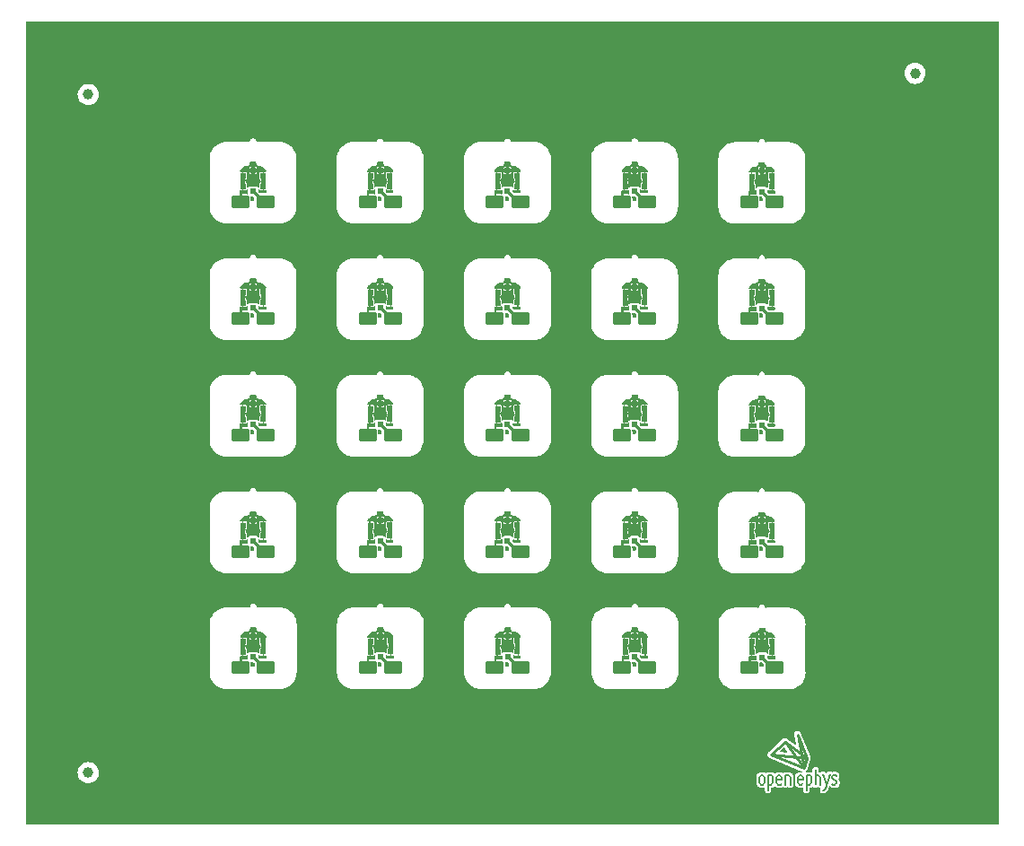
<source format=gtl>
%TF.GenerationSoftware,KiCad,Pcbnew,(6.0.0)*%
%TF.CreationDate,2022-12-07T10:36:55-05:00*%
%TF.ProjectId,onix-coax-adapter-xfl-a_panel,6f6e6978-2d63-46f6-9178-2d6164617074,A*%
%TF.SameCoordinates,Original*%
%TF.FileFunction,Copper,L1,Top*%
%TF.FilePolarity,Positive*%
%FSLAX46Y46*%
G04 Gerber Fmt 4.6, Leading zero omitted, Abs format (unit mm)*
G04 Created by KiCad (PCBNEW (6.0.0)) date 2022-12-07 10:36:55*
%MOMM*%
%LPD*%
G01*
G04 APERTURE LIST*
G04 Aperture macros list*
%AMRoundRect*
0 Rectangle with rounded corners*
0 $1 Rounding radius*
0 $2 $3 $4 $5 $6 $7 $8 $9 X,Y pos of 4 corners*
0 Add a 4 corners polygon primitive as box body*
4,1,4,$2,$3,$4,$5,$6,$7,$8,$9,$2,$3,0*
0 Add four circle primitives for the rounded corners*
1,1,$1+$1,$2,$3*
1,1,$1+$1,$4,$5*
1,1,$1+$1,$6,$7*
1,1,$1+$1,$8,$9*
0 Add four rect primitives between the rounded corners*
20,1,$1+$1,$2,$3,$4,$5,0*
20,1,$1+$1,$4,$5,$6,$7,0*
20,1,$1+$1,$6,$7,$8,$9,0*
20,1,$1+$1,$8,$9,$2,$3,0*%
%AMFreePoly0*
4,1,9,0.200000,-0.700000,-0.316000,-0.700000,-0.316000,-0.220000,-0.236000,-0.140000,-0.236000,0.260000,-0.316000,0.340000,-0.316000,0.824000,0.200000,0.824000,0.200000,-0.700000,0.200000,-0.700000,$1*%
G04 Aperture macros list end*
%TA.AperFunction,EtchedComponent*%
%ADD10C,0.180000*%
%TD*%
%TA.AperFunction,EtchedComponent*%
%ADD11C,0.275000*%
%TD*%
%TA.AperFunction,SMDPad,CuDef*%
%ADD12R,0.600000X0.550000*%
%TD*%
%TA.AperFunction,SMDPad,CuDef*%
%ADD13FreePoly0,0.000000*%
%TD*%
%TA.AperFunction,SMDPad,CuDef*%
%ADD14R,0.500000X0.500000*%
%TD*%
%TA.AperFunction,SMDPad,CuDef*%
%ADD15FreePoly0,180.000000*%
%TD*%
%TA.AperFunction,ComponentPad*%
%ADD16RoundRect,0.312500X0.562500X-0.312500X0.562500X0.312500X-0.562500X0.312500X-0.562500X-0.312500X0*%
%TD*%
%TA.AperFunction,SMDPad,CuDef*%
%ADD17C,1.000000*%
%TD*%
%TA.AperFunction,ViaPad*%
%ADD18C,0.300000*%
%TD*%
%TA.AperFunction,ViaPad*%
%ADD19C,0.800000*%
%TD*%
%TA.AperFunction,Conductor*%
%ADD20C,0.250000*%
%TD*%
G04 APERTURE END LIST*
D10*
%TO.C,*%
X212510000Y-121008750D02*
X212840000Y-121968750D01*
X213800000Y-121818750D02*
X213800000Y-121768750D01*
X213360000Y-121298750D02*
X213370000Y-121348750D01*
X213360000Y-121248750D02*
X213360000Y-121298750D01*
X208960000Y-121098750D02*
X208960000Y-121978750D01*
D11*
X210720000Y-120438750D02*
X211020000Y-119438750D01*
D10*
X212560000Y-122498750D02*
X212510000Y-122498750D01*
X213790000Y-121718750D02*
X213700000Y-121628750D01*
D11*
X207620000Y-119138750D02*
X208920000Y-117938750D01*
D10*
X210220000Y-121538750D02*
X210640000Y-121538750D01*
X207630000Y-121098750D02*
X207330000Y-121098750D01*
X207330000Y-121098750D02*
X207330000Y-121978750D01*
X209260000Y-121098750D02*
X208960000Y-121098750D01*
X209440000Y-121978750D02*
X209440000Y-121278750D01*
X212650000Y-122478750D02*
X212560000Y-122498750D01*
X213400000Y-121958750D02*
X213380000Y-121928750D01*
D11*
X210720000Y-120438750D02*
X207620000Y-119138750D01*
D10*
X207810000Y-121798750D02*
X207810000Y-121278750D01*
X210160000Y-121278750D02*
X210160000Y-121798750D01*
X210640000Y-121298750D02*
X210640000Y-121538750D01*
X213760000Y-121108750D02*
X213780000Y-121138750D01*
X207000000Y-121798750D02*
X207000000Y-121278750D01*
X213500000Y-122008750D02*
X213620000Y-122008750D01*
X210960000Y-121988750D02*
X210960000Y-122508750D01*
X212290000Y-121978750D02*
X212280000Y-121278750D01*
X210960000Y-121098750D02*
X210960000Y-121978750D01*
X211440000Y-121798750D02*
X211440000Y-121278750D01*
D11*
X210120000Y-117238750D02*
X211020000Y-119438750D01*
D10*
X213370000Y-121348750D02*
X213410000Y-121408750D01*
X213380000Y-121928750D02*
X213380000Y-121908750D01*
X211800000Y-121968750D02*
X211800000Y-120548750D01*
X213700000Y-121628750D02*
X213540000Y-121508750D01*
X213710000Y-121078750D02*
X213760000Y-121108750D01*
X206700000Y-121978750D02*
X206820000Y-121978750D01*
X206520000Y-121278750D02*
X206520000Y-121798750D01*
X213410000Y-121408750D02*
X213570000Y-121528750D01*
X213800000Y-121768750D02*
X213790000Y-121718750D01*
X213780000Y-121138750D02*
X213780000Y-121158750D01*
X208200000Y-121538750D02*
X208620000Y-121538750D01*
X213450000Y-121988750D02*
X213400000Y-121958750D01*
X207330000Y-121988750D02*
X207330000Y-122508750D01*
X213490000Y-122008750D02*
X213450000Y-121988750D01*
X208440000Y-121098750D02*
X208320000Y-121098750D01*
X208620000Y-121298750D02*
X208620000Y-121538750D01*
X210460000Y-121098750D02*
X210340000Y-121098750D01*
X213150000Y-121008750D02*
X212730000Y-122358750D01*
X211260000Y-121098750D02*
X210960000Y-121098750D01*
X212100000Y-121098750D02*
X211870000Y-121098750D01*
X210340000Y-121978750D02*
X210520000Y-121978750D01*
X213660000Y-121058750D02*
X213540000Y-121058750D01*
X212720000Y-122378750D02*
X212650000Y-122478750D01*
X208320000Y-121978750D02*
X208500000Y-121978750D01*
X210960000Y-121978750D02*
X211260000Y-121978750D01*
X207330000Y-121978750D02*
X207630000Y-121978750D01*
X213670000Y-121058750D02*
X213710000Y-121078750D01*
D11*
X208920000Y-117938750D02*
X210720000Y-120438750D01*
D10*
X208140000Y-121278750D02*
X208140000Y-121798750D01*
D11*
X207620000Y-119138750D02*
X211020000Y-119438750D01*
D10*
X206820000Y-121098750D02*
X206700000Y-121098750D01*
D11*
X210720000Y-120438750D02*
X210120000Y-117238750D01*
X211020000Y-119438750D02*
X208920000Y-117938750D01*
D10*
X211440000Y-121278750D02*
G75*
G03*
X211260000Y-121098750I-180001J-1D01*
G01*
X207630000Y-121978750D02*
G75*
G03*
X207810000Y-121798750I-1J180001D01*
G01*
X211260000Y-121978750D02*
G75*
G03*
X211440000Y-121798750I-1J180001D01*
G01*
X208620000Y-121278750D02*
G75*
G03*
X208440000Y-121098750I-180001J-1D01*
G01*
X206700000Y-121098750D02*
G75*
G03*
X206520000Y-121278750I1J-180001D01*
G01*
X209440000Y-121278750D02*
G75*
G03*
X209260000Y-121098750I-180001J-1D01*
G01*
X206520000Y-121798750D02*
G75*
G03*
X206700000Y-121978750I180001J1D01*
G01*
X207000000Y-121278750D02*
G75*
G03*
X206820000Y-121098750I-180001J-1D01*
G01*
X213620000Y-122008750D02*
G75*
G03*
X213800000Y-121828750I-1J180001D01*
G01*
X206820000Y-121978750D02*
G75*
G03*
X207000000Y-121798750I-1J180001D01*
G01*
X213540000Y-121058750D02*
G75*
G03*
X213360000Y-121238750I1J-180001D01*
G01*
X210340000Y-121098750D02*
G75*
G03*
X210160000Y-121278750I1J-180001D01*
G01*
X208140000Y-121798750D02*
G75*
G03*
X208320000Y-121978750I180001J1D01*
G01*
X208320000Y-121098750D02*
G75*
G03*
X208140000Y-121278750I1J-180001D01*
G01*
X210160000Y-121798750D02*
G75*
G03*
X210340000Y-121978750I180001J1D01*
G01*
X212280000Y-121278750D02*
G75*
G03*
X212100000Y-121098750I-180001J-1D01*
G01*
X208500000Y-121978750D02*
G75*
G03*
X208570000Y-121908750I-2J70002D01*
G01*
X210640000Y-121278750D02*
G75*
G03*
X210460000Y-121098750I-180001J-1D01*
G01*
X207810000Y-121278750D02*
G75*
G03*
X207630000Y-121098750I-180001J-1D01*
G01*
X210520000Y-121978750D02*
G75*
G03*
X210590000Y-121908750I-2J70002D01*
G01*
%TD*%
D12*
%TO.P,J1,1,In*%
%TO.N,/SIG*%
X170760000Y-109935081D03*
D13*
%TO.P,J1,2,Ext*%
%TO.N,/GND*%
X171746000Y-109022081D03*
D14*
X170760000Y-107960081D03*
D15*
X169774000Y-108898081D03*
%TD*%
D12*
%TO.P,J1,1,In*%
%TO.N,/SIG*%
X194760000Y-109935081D03*
D13*
%TO.P,J1,2,Ext*%
%TO.N,/GND*%
X195746000Y-109022081D03*
D14*
X194760000Y-107960081D03*
D15*
X193774000Y-108898081D03*
%TD*%
D16*
%TO.P,TP2,1,1*%
%TO.N,/GND*%
X169546000Y-88984081D03*
%TD*%
%TO.P,TP2,1,1*%
%TO.N,/GND*%
X157546000Y-77984081D03*
%TD*%
%TO.P,TP1,1,1*%
%TO.N,/SIG*%
X171946000Y-99984081D03*
%TD*%
%TO.P,TP1,1,1*%
%TO.N,/SIG*%
X207946000Y-89022081D03*
%TD*%
%TO.P,TP1,1,1*%
%TO.N,/SIG*%
X159946000Y-99984081D03*
%TD*%
D12*
%TO.P,J1,1,In*%
%TO.N,/SIG*%
X170746000Y-76997081D03*
D13*
%TO.P,J1,2,Ext*%
%TO.N,/GND*%
X171732000Y-76084081D03*
D14*
X170746000Y-75022081D03*
D15*
X169760000Y-75960081D03*
%TD*%
D16*
%TO.P,TP2,1,1*%
%TO.N,/GND*%
X157560000Y-110922081D03*
%TD*%
%TO.P,TP1,1,1*%
%TO.N,/SIG*%
X195946000Y-99984081D03*
%TD*%
D12*
%TO.P,J1,1,In*%
%TO.N,/SIG*%
X194746000Y-76997081D03*
D13*
%TO.P,J1,2,Ext*%
%TO.N,/GND*%
X195732000Y-76084081D03*
D14*
X194746000Y-75022081D03*
D15*
X193760000Y-75960081D03*
%TD*%
D16*
%TO.P,TP2,1,1*%
%TO.N,/GND*%
X181546000Y-88984081D03*
%TD*%
D17*
%TO.P,,*%
%TO.N,*%
X221200000Y-54850000D03*
%TD*%
D16*
%TO.P,TP1,1,1*%
%TO.N,/SIG*%
X159946000Y-66984081D03*
%TD*%
%TO.P,TP2,1,1*%
%TO.N,/GND*%
X169546000Y-99984081D03*
%TD*%
%TO.P,TP1,1,1*%
%TO.N,/SIG*%
X159960000Y-110922081D03*
%TD*%
%TO.P,TP2,1,1*%
%TO.N,/GND*%
X181546000Y-66984081D03*
%TD*%
D12*
%TO.P,J1,1,In*%
%TO.N,/SIG*%
X182746000Y-76997081D03*
D13*
%TO.P,J1,2,Ext*%
%TO.N,/GND*%
X183732000Y-76084081D03*
D14*
X182746000Y-75022081D03*
D15*
X181760000Y-75960081D03*
%TD*%
D16*
%TO.P,TP1,1,1*%
%TO.N,/SIG*%
X207946000Y-100022081D03*
%TD*%
D12*
%TO.P,J1,1,In*%
%TO.N,/SIG*%
X182760000Y-109935081D03*
D13*
%TO.P,J1,2,Ext*%
%TO.N,/GND*%
X183746000Y-109022081D03*
D14*
X182760000Y-107960081D03*
D15*
X181774000Y-108898081D03*
%TD*%
D16*
%TO.P,TP2,1,1*%
%TO.N,/GND*%
X169560000Y-110922081D03*
%TD*%
%TO.P,TP2,1,1*%
%TO.N,/GND*%
X193546000Y-77984081D03*
%TD*%
%TO.P,TP2,1,1*%
%TO.N,/GND*%
X157546000Y-88984081D03*
%TD*%
D17*
%TO.P,,*%
%TO.N,*%
X143200000Y-120850000D03*
%TD*%
D16*
%TO.P,TP1,1,1*%
%TO.N,/SIG*%
X207960000Y-110960081D03*
%TD*%
%TO.P,TP1,1,1*%
%TO.N,/SIG*%
X171946000Y-88984081D03*
%TD*%
D12*
%TO.P,J1,1,In*%
%TO.N,/SIG*%
X194746000Y-65997081D03*
D13*
%TO.P,J1,2,Ext*%
%TO.N,/GND*%
X195732000Y-65084081D03*
D14*
X194746000Y-64022081D03*
D15*
X193760000Y-64960081D03*
%TD*%
D12*
%TO.P,J1,1,In*%
%TO.N,/SIG*%
X182746000Y-87997081D03*
D13*
%TO.P,J1,2,Ext*%
%TO.N,/GND*%
X183732000Y-87084081D03*
D14*
X182746000Y-86022081D03*
D15*
X181760000Y-86960081D03*
%TD*%
D16*
%TO.P,TP1,1,1*%
%TO.N,/SIG*%
X171946000Y-66984081D03*
%TD*%
%TO.P,TP2,1,1*%
%TO.N,/GND*%
X181546000Y-99984081D03*
%TD*%
D12*
%TO.P,J1,1,In*%
%TO.N,/SIG*%
X158746000Y-98997081D03*
D13*
%TO.P,J1,2,Ext*%
%TO.N,/GND*%
X159732000Y-98084081D03*
D14*
X158746000Y-97022081D03*
D15*
X157760000Y-97960081D03*
%TD*%
D12*
%TO.P,J1,1,In*%
%TO.N,/SIG*%
X182746000Y-98997081D03*
D13*
%TO.P,J1,2,Ext*%
%TO.N,/GND*%
X183732000Y-98084081D03*
D14*
X182746000Y-97022081D03*
D15*
X181760000Y-97960081D03*
%TD*%
D16*
%TO.P,TP2,1,1*%
%TO.N,/GND*%
X181560000Y-110922081D03*
%TD*%
D12*
%TO.P,J1,1,In*%
%TO.N,/SIG*%
X206746000Y-99035081D03*
D13*
%TO.P,J1,2,Ext*%
%TO.N,/GND*%
X207732000Y-98122081D03*
D14*
X206746000Y-97060081D03*
D15*
X205760000Y-97998081D03*
%TD*%
D16*
%TO.P,TP2,1,1*%
%TO.N,/GND*%
X181546000Y-77984081D03*
%TD*%
%TO.P,TP1,1,1*%
%TO.N,/SIG*%
X171960000Y-110922081D03*
%TD*%
%TO.P,TP1,1,1*%
%TO.N,/SIG*%
X195946000Y-66984081D03*
%TD*%
%TO.P,TP2,1,1*%
%TO.N,/GND*%
X193546000Y-88984081D03*
%TD*%
D12*
%TO.P,J1,1,In*%
%TO.N,/SIG*%
X158746000Y-65997081D03*
D13*
%TO.P,J1,2,Ext*%
%TO.N,/GND*%
X159732000Y-65084081D03*
D14*
X158746000Y-64022081D03*
D15*
X157760000Y-64960081D03*
%TD*%
D12*
%TO.P,J1,1,In*%
%TO.N,/SIG*%
X170746000Y-65997081D03*
D13*
%TO.P,J1,2,Ext*%
%TO.N,/GND*%
X171732000Y-65084081D03*
D14*
X170746000Y-64022081D03*
D15*
X169760000Y-64960081D03*
%TD*%
D16*
%TO.P,TP2,1,1*%
%TO.N,/GND*%
X169546000Y-66984081D03*
%TD*%
%TO.P,TP2,1,1*%
%TO.N,/GND*%
X193560000Y-110922081D03*
%TD*%
D12*
%TO.P,J1,1,In*%
%TO.N,/SIG*%
X182746000Y-65997081D03*
D13*
%TO.P,J1,2,Ext*%
%TO.N,/GND*%
X183732000Y-65084081D03*
D14*
X182746000Y-64022081D03*
D15*
X181760000Y-64960081D03*
%TD*%
D16*
%TO.P,TP1,1,1*%
%TO.N,/SIG*%
X207946000Y-67022081D03*
%TD*%
D12*
%TO.P,J1,1,In*%
%TO.N,/SIG*%
X206746000Y-88035081D03*
D13*
%TO.P,J1,2,Ext*%
%TO.N,/GND*%
X207732000Y-87122081D03*
D14*
X206746000Y-86060081D03*
D15*
X205760000Y-86998081D03*
%TD*%
D16*
%TO.P,TP1,1,1*%
%TO.N,/SIG*%
X183946000Y-66984081D03*
%TD*%
D12*
%TO.P,J1,1,In*%
%TO.N,/SIG*%
X206746000Y-77035081D03*
D13*
%TO.P,J1,2,Ext*%
%TO.N,/GND*%
X207732000Y-76122081D03*
D14*
X206746000Y-75060081D03*
D15*
X205760000Y-75998081D03*
%TD*%
D16*
%TO.P,TP2,1,1*%
%TO.N,/GND*%
X193546000Y-99984081D03*
%TD*%
%TO.P,TP2,1,1*%
%TO.N,/GND*%
X193546000Y-66984081D03*
%TD*%
D12*
%TO.P,J1,1,In*%
%TO.N,/SIG*%
X194746000Y-87997081D03*
D13*
%TO.P,J1,2,Ext*%
%TO.N,/GND*%
X195732000Y-87084081D03*
D14*
X194746000Y-86022081D03*
D15*
X193760000Y-86960081D03*
%TD*%
D16*
%TO.P,TP2,1,1*%
%TO.N,/GND*%
X169546000Y-77984081D03*
%TD*%
%TO.P,TP2,1,1*%
%TO.N,/GND*%
X157546000Y-66984081D03*
%TD*%
%TO.P,TP1,1,1*%
%TO.N,/SIG*%
X183960000Y-110922081D03*
%TD*%
D12*
%TO.P,J1,1,In*%
%TO.N,/SIG*%
X206746000Y-66035081D03*
D13*
%TO.P,J1,2,Ext*%
%TO.N,/GND*%
X207732000Y-65122081D03*
D14*
X206746000Y-64060081D03*
D15*
X205760000Y-64998081D03*
%TD*%
D16*
%TO.P,TP1,1,1*%
%TO.N,/SIG*%
X195960000Y-110922081D03*
%TD*%
D12*
%TO.P,J1,1,In*%
%TO.N,/SIG*%
X158760000Y-109935081D03*
D13*
%TO.P,J1,2,Ext*%
%TO.N,/GND*%
X159746000Y-109022081D03*
D14*
X158760000Y-107960081D03*
D15*
X157774000Y-108898081D03*
%TD*%
D16*
%TO.P,TP1,1,1*%
%TO.N,/SIG*%
X207946000Y-78022081D03*
%TD*%
D12*
%TO.P,J1,1,In*%
%TO.N,/SIG*%
X194746000Y-98997081D03*
D13*
%TO.P,J1,2,Ext*%
%TO.N,/GND*%
X195732000Y-98084081D03*
D14*
X194746000Y-97022081D03*
D15*
X193760000Y-97960081D03*
%TD*%
D12*
%TO.P,J1,1,In*%
%TO.N,/SIG*%
X158746000Y-87997081D03*
D13*
%TO.P,J1,2,Ext*%
%TO.N,/GND*%
X159732000Y-87084081D03*
D14*
X158746000Y-86022081D03*
D15*
X157760000Y-86960081D03*
%TD*%
D16*
%TO.P,TP2,1,1*%
%TO.N,/GND*%
X205546000Y-67022081D03*
%TD*%
D12*
%TO.P,J1,1,In*%
%TO.N,/SIG*%
X170746000Y-87997081D03*
D13*
%TO.P,J1,2,Ext*%
%TO.N,/GND*%
X171732000Y-87084081D03*
D14*
X170746000Y-86022081D03*
D15*
X169760000Y-86960081D03*
%TD*%
D16*
%TO.P,TP1,1,1*%
%TO.N,/SIG*%
X195946000Y-77984081D03*
%TD*%
D12*
%TO.P,J1,1,In*%
%TO.N,/SIG*%
X206760000Y-109973081D03*
D13*
%TO.P,J1,2,Ext*%
%TO.N,/GND*%
X207746000Y-109060081D03*
D14*
X206760000Y-107998081D03*
D15*
X205774000Y-108936081D03*
%TD*%
D16*
%TO.P,TP1,1,1*%
%TO.N,/SIG*%
X171946000Y-77984081D03*
%TD*%
D12*
%TO.P,J1,1,In*%
%TO.N,/SIG*%
X170746000Y-98997081D03*
D13*
%TO.P,J1,2,Ext*%
%TO.N,/GND*%
X171732000Y-98084081D03*
D14*
X170746000Y-97022081D03*
D15*
X169760000Y-97960081D03*
%TD*%
D16*
%TO.P,TP2,1,1*%
%TO.N,/GND*%
X205546000Y-78022081D03*
%TD*%
%TO.P,TP2,1,1*%
%TO.N,/GND*%
X205546000Y-89022081D03*
%TD*%
D12*
%TO.P,J1,1,In*%
%TO.N,/SIG*%
X158746000Y-76997081D03*
D13*
%TO.P,J1,2,Ext*%
%TO.N,/GND*%
X159732000Y-76084081D03*
D14*
X158746000Y-75022081D03*
D15*
X157760000Y-75960081D03*
%TD*%
D16*
%TO.P,TP1,1,1*%
%TO.N,/SIG*%
X159946000Y-88984081D03*
%TD*%
%TO.P,TP2,1,1*%
%TO.N,/GND*%
X157546000Y-99984081D03*
%TD*%
%TO.P,TP1,1,1*%
%TO.N,/SIG*%
X195946000Y-88984081D03*
%TD*%
%TO.P,TP2,1,1*%
%TO.N,/GND*%
X205546000Y-100022081D03*
%TD*%
D17*
%TO.P,REF\u002A\u002A,*%
%TO.N,*%
X143200000Y-56850000D03*
%TD*%
D16*
%TO.P,TP2,1,1*%
%TO.N,/GND*%
X205560000Y-110960081D03*
%TD*%
%TO.P,TP1,1,1*%
%TO.N,/SIG*%
X183946000Y-99984081D03*
%TD*%
%TO.P,TP1,1,1*%
%TO.N,/SIG*%
X183946000Y-77984081D03*
%TD*%
%TO.P,TP1,1,1*%
%TO.N,/SIG*%
X159946000Y-77984081D03*
%TD*%
%TO.P,TP1,1,1*%
%TO.N,/SIG*%
X183946000Y-88984081D03*
%TD*%
D18*
%TO.N,/GND*%
X205746000Y-88022081D03*
X159596000Y-74934081D03*
X207746000Y-77022081D03*
X157746000Y-87984081D03*
X159610000Y-107872081D03*
X159746000Y-98984081D03*
X195596000Y-96934081D03*
X169746000Y-76984081D03*
X183746000Y-87984081D03*
X195596000Y-85934081D03*
X183610000Y-107872081D03*
X169910000Y-107860081D03*
X159746000Y-65984081D03*
X193896000Y-63922081D03*
D19*
X148760000Y-105960081D03*
D18*
X181896000Y-85922081D03*
X205760000Y-109960081D03*
X171746000Y-87984081D03*
X183596000Y-85934081D03*
X183746000Y-65984081D03*
X195610000Y-107872081D03*
X181896000Y-74922081D03*
X169896000Y-85922081D03*
X169746000Y-98984081D03*
X195746000Y-98984081D03*
D19*
X145720767Y-76942984D03*
D18*
X157760000Y-109922081D03*
X205746000Y-66022081D03*
X207596000Y-63972081D03*
X207596000Y-96972081D03*
X205896000Y-96960081D03*
X193746000Y-76984081D03*
X207746000Y-99022081D03*
X205910000Y-107898081D03*
X157896000Y-63922081D03*
X181746000Y-65984081D03*
X193746000Y-65984081D03*
X181746000Y-76984081D03*
X183746000Y-98984081D03*
X159596000Y-63934081D03*
X169896000Y-63922081D03*
X183596000Y-74934081D03*
X193896000Y-85922081D03*
X195746000Y-76984081D03*
X181910000Y-107860081D03*
X159746000Y-76984081D03*
X169760000Y-109922081D03*
X159596000Y-96934081D03*
X195746000Y-65984081D03*
X193896000Y-96922081D03*
X181746000Y-98984081D03*
X157746000Y-98984081D03*
X183760000Y-109922081D03*
X171596000Y-85934081D03*
X195596000Y-63934081D03*
X171596000Y-63934081D03*
X207746000Y-88022081D03*
X193896000Y-74922081D03*
X205896000Y-74960081D03*
D19*
X216760000Y-65960081D03*
D18*
X171746000Y-76984081D03*
X207760000Y-109960081D03*
X207596000Y-85972081D03*
X157896000Y-74922081D03*
X171746000Y-65984081D03*
X169746000Y-65984081D03*
X171596000Y-74934081D03*
X207746000Y-66022081D03*
X183746000Y-76984081D03*
X157896000Y-96922081D03*
X157896000Y-85922081D03*
X171760000Y-109922081D03*
X157746000Y-76984081D03*
D19*
X218760000Y-101960081D03*
D18*
X195746000Y-87984081D03*
X159596000Y-85934081D03*
X157910000Y-107860081D03*
X195760000Y-109922081D03*
X205746000Y-99022081D03*
X171610000Y-107872081D03*
X171596000Y-96934081D03*
X181746000Y-87984081D03*
X169746000Y-87984081D03*
X171746000Y-98984081D03*
X159760000Y-109922081D03*
X193760000Y-109922081D03*
X205896000Y-63960081D03*
X181896000Y-63922081D03*
X193746000Y-87984081D03*
X207596000Y-74972081D03*
X157746000Y-65984081D03*
X183596000Y-63934081D03*
X169896000Y-96922081D03*
X205746000Y-77022081D03*
X207610000Y-107910081D03*
X159746000Y-87984081D03*
D19*
X182760000Y-118960081D03*
D18*
X181760000Y-109922081D03*
X193746000Y-98984081D03*
X169896000Y-74922081D03*
X205896000Y-85960081D03*
X181896000Y-96922081D03*
D19*
X183760000Y-56960081D03*
D18*
X195596000Y-74934081D03*
X183596000Y-96934081D03*
X193910000Y-107860081D03*
%TD*%
D20*
%TO.N,/SIG*%
X182746000Y-65997081D02*
X183420980Y-66672061D01*
X159420980Y-77672061D02*
X159420980Y-77859061D01*
X171434980Y-110610061D02*
X171434980Y-110797061D01*
X207420980Y-99710061D02*
X207420980Y-99897061D01*
X170746000Y-76997081D02*
X171420980Y-77672061D01*
X170746000Y-98997081D02*
X171420980Y-99672061D01*
X159420980Y-88672061D02*
X159420980Y-88859061D01*
X170760000Y-109935081D02*
X171434980Y-110610061D01*
X171420980Y-99672061D02*
X171420980Y-99859061D01*
X195420980Y-88672061D02*
X195420980Y-88859061D01*
X206746000Y-88035081D02*
X207420980Y-88710061D01*
X158746000Y-76997081D02*
X159420980Y-77672061D01*
X183434980Y-110610061D02*
X183434980Y-110797061D01*
X194746000Y-87997081D02*
X195420980Y-88672061D01*
X171420980Y-77672061D02*
X171420980Y-77859061D01*
X182746000Y-76997081D02*
X183420980Y-77672061D01*
X182746000Y-87997081D02*
X183420980Y-88672061D01*
X183420980Y-88672061D02*
X183420980Y-88859061D01*
X182746000Y-98997081D02*
X183420980Y-99672061D01*
X206760000Y-109973081D02*
X207434980Y-110648061D01*
X170746000Y-65997081D02*
X171420980Y-66672061D01*
X195420980Y-66672061D02*
X195420980Y-66859061D01*
X195420980Y-77672061D02*
X195420980Y-77859061D01*
X194746000Y-98997081D02*
X195420980Y-99672061D01*
X206746000Y-66035081D02*
X207420980Y-66710061D01*
X206746000Y-77035081D02*
X207420980Y-77710061D01*
X206746000Y-99035081D02*
X207420980Y-99710061D01*
X158746000Y-87997081D02*
X159420980Y-88672061D01*
X182760000Y-109935081D02*
X183434980Y-110610061D01*
X170746000Y-87997081D02*
X171420980Y-88672061D01*
X183420980Y-66672061D02*
X183420980Y-66859061D01*
X207420980Y-66710061D02*
X207420980Y-66897061D01*
X158760000Y-109935081D02*
X159434980Y-110610061D01*
X195420980Y-99672061D02*
X195420980Y-99859061D01*
X159420980Y-99672061D02*
X159420980Y-99859061D01*
X194746000Y-65997081D02*
X195420980Y-66672061D01*
X207420980Y-77710061D02*
X207420980Y-77897061D01*
X158746000Y-98997081D02*
X159420980Y-99672061D01*
X207434980Y-110648061D02*
X207434980Y-110835061D01*
X159420980Y-66672061D02*
X159420980Y-66859061D01*
X171420980Y-88672061D02*
X171420980Y-88859061D01*
X171420980Y-66672061D02*
X171420980Y-66859061D01*
X207420980Y-88710061D02*
X207420980Y-88897061D01*
X194760000Y-109935081D02*
X195434980Y-110610061D01*
X159434980Y-110610061D02*
X159434980Y-110797061D01*
X183420980Y-99672061D02*
X183420980Y-99859061D01*
X183420980Y-77672061D02*
X183420980Y-77859061D01*
X158746000Y-65997081D02*
X159420980Y-66672061D01*
X194746000Y-76997081D02*
X195420980Y-77672061D01*
X195434980Y-110610061D02*
X195434980Y-110797061D01*
%TD*%
%TA.AperFunction,Conductor*%
%TO.N,/GND*%
G36*
X207042900Y-107204433D02*
G01*
X207056090Y-107236276D01*
X207054854Y-107240081D01*
X207057252Y-107247462D01*
X207057252Y-107247750D01*
X207059015Y-107255543D01*
X207069009Y-107331449D01*
X207104275Y-107416591D01*
X207160377Y-107489704D01*
X207233490Y-107545806D01*
X207318632Y-107581072D01*
X207342283Y-107584186D01*
X207391232Y-107590631D01*
X207400414Y-107592831D01*
X207400653Y-107592831D01*
X207407343Y-107595193D01*
X207408676Y-107594797D01*
X207410000Y-107595227D01*
X207416750Y-107593034D01*
X207420386Y-107593126D01*
X207422424Y-107592829D01*
X207424504Y-107592829D01*
X207431132Y-107593279D01*
X207537047Y-107607738D01*
X207547511Y-107610366D01*
X207606245Y-107632237D01*
X207664975Y-107654106D01*
X207674616Y-107658966D01*
X207779648Y-107727367D01*
X207787991Y-107734219D01*
X207875493Y-107823960D01*
X207882133Y-107832474D01*
X207947857Y-107939201D01*
X207952471Y-107948962D01*
X207993226Y-108067488D01*
X207995589Y-108078007D01*
X207995790Y-108079815D01*
X207985354Y-108115837D01*
X207952504Y-108133929D01*
X207946000Y-108133971D01*
X207946000Y-108134122D01*
X207805747Y-108134122D01*
X207798855Y-108136977D01*
X207796000Y-108143869D01*
X207796000Y-109852293D01*
X207798855Y-109859185D01*
X207805747Y-109862040D01*
X207943597Y-109862040D01*
X207948359Y-109861571D01*
X207951443Y-109860958D01*
X207988225Y-109868276D01*
X208009059Y-109899460D01*
X208010000Y-109909017D01*
X208010000Y-110085581D01*
X207995648Y-110120229D01*
X207961000Y-110134581D01*
X207402122Y-110134581D01*
X207367474Y-110120229D01*
X207274852Y-110027607D01*
X207260500Y-109992959D01*
X207260500Y-109847933D01*
X207274852Y-109813285D01*
X207309500Y-109798933D01*
X207344148Y-109813285D01*
X207350242Y-109820710D01*
X207355224Y-109828166D01*
X207361915Y-109834857D01*
X207386969Y-109851598D01*
X207395715Y-109855220D01*
X207427646Y-109861572D01*
X207432403Y-109862040D01*
X207686253Y-109862040D01*
X207693145Y-109859185D01*
X207696000Y-109852293D01*
X207696000Y-109119828D01*
X207693145Y-109112936D01*
X207686253Y-109110081D01*
X207417788Y-109110081D01*
X207410896Y-109112936D01*
X207408041Y-109119828D01*
X207408041Y-109137552D01*
X207393689Y-109172200D01*
X207359607Y-109206282D01*
X207356567Y-109209986D01*
X207338483Y-109237050D01*
X207334861Y-109245796D01*
X207328509Y-109277727D01*
X207328041Y-109282484D01*
X207328041Y-109576811D01*
X207313689Y-109611459D01*
X207279041Y-109625811D01*
X207244393Y-109611459D01*
X207238299Y-109604034D01*
X207207232Y-109557540D01*
X207204552Y-109553529D01*
X207138231Y-109509214D01*
X207079748Y-109497581D01*
X206440252Y-109497581D01*
X206381769Y-109509214D01*
X206315448Y-109553529D01*
X206312768Y-109557540D01*
X206281701Y-109604034D01*
X206250518Y-109624870D01*
X206213736Y-109617553D01*
X206192900Y-109586370D01*
X206191959Y-109576811D01*
X206191959Y-109278484D01*
X206191491Y-109273727D01*
X206185139Y-109241796D01*
X206181517Y-109233050D01*
X206163433Y-109205986D01*
X206160393Y-109202282D01*
X206126311Y-109168200D01*
X206111959Y-109133552D01*
X206111959Y-108995828D01*
X206109104Y-108988936D01*
X206102212Y-108986081D01*
X205833747Y-108986081D01*
X205826855Y-108988936D01*
X205824000Y-108995828D01*
X205824000Y-109852293D01*
X205826855Y-109859185D01*
X205833747Y-109862040D01*
X206087597Y-109862040D01*
X206092354Y-109861572D01*
X206124285Y-109855220D01*
X206133031Y-109851598D01*
X206158085Y-109834857D01*
X206164776Y-109828166D01*
X206169758Y-109820710D01*
X206200941Y-109799875D01*
X206237723Y-109807191D01*
X206258558Y-109838374D01*
X206259500Y-109847933D01*
X206259500Y-110194266D01*
X206245148Y-110228914D01*
X206210500Y-110243266D01*
X206202835Y-110242663D01*
X206156863Y-110235382D01*
X206153041Y-110235081D01*
X205719747Y-110235082D01*
X205712855Y-110237937D01*
X205710000Y-110244829D01*
X205710000Y-110811081D01*
X205695648Y-110845729D01*
X205661000Y-110860081D01*
X205559000Y-110860081D01*
X205524352Y-110845729D01*
X205510000Y-110811081D01*
X205510000Y-109909017D01*
X205524352Y-109874369D01*
X205559000Y-109860017D01*
X205568557Y-109860958D01*
X205571641Y-109861571D01*
X205576403Y-109862040D01*
X205714253Y-109862040D01*
X205721145Y-109859185D01*
X205724000Y-109852293D01*
X205724000Y-108876334D01*
X205824000Y-108876334D01*
X205826855Y-108883226D01*
X205833747Y-108886081D01*
X206102212Y-108886081D01*
X206109104Y-108883226D01*
X206111959Y-108876334D01*
X206111959Y-108858610D01*
X206126311Y-108823962D01*
X206160393Y-108789880D01*
X206163433Y-108786176D01*
X206181517Y-108759112D01*
X206185139Y-108750366D01*
X206191491Y-108718435D01*
X206191565Y-108717678D01*
X207328041Y-108717678D01*
X207328509Y-108722435D01*
X207334861Y-108754366D01*
X207338483Y-108763112D01*
X207356567Y-108790176D01*
X207359607Y-108793880D01*
X207393689Y-108827962D01*
X207408041Y-108862610D01*
X207408041Y-109000334D01*
X207410896Y-109007226D01*
X207417788Y-109010081D01*
X207686253Y-109010081D01*
X207693145Y-109007226D01*
X207696000Y-109000334D01*
X207696000Y-108143869D01*
X207693145Y-108136977D01*
X207686253Y-108134122D01*
X207432403Y-108134122D01*
X207427646Y-108134590D01*
X207395715Y-108140942D01*
X207386969Y-108144564D01*
X207361915Y-108161305D01*
X207355224Y-108167996D01*
X207338483Y-108193050D01*
X207334861Y-108201796D01*
X207328509Y-108233727D01*
X207328041Y-108238484D01*
X207328041Y-108717678D01*
X206191565Y-108717678D01*
X206191959Y-108713678D01*
X206191959Y-108255525D01*
X206410001Y-108255525D01*
X206410470Y-108260287D01*
X206414860Y-108282364D01*
X206418484Y-108291113D01*
X206435224Y-108316166D01*
X206441915Y-108322857D01*
X206466969Y-108339598D01*
X206475715Y-108343220D01*
X206497797Y-108347613D01*
X206502554Y-108348081D01*
X206600253Y-108348081D01*
X206607145Y-108345226D01*
X206610000Y-108338334D01*
X206610000Y-108338333D01*
X206910000Y-108338333D01*
X206912855Y-108345225D01*
X206919747Y-108348080D01*
X207017444Y-108348080D01*
X207022206Y-108347611D01*
X207044283Y-108343221D01*
X207053032Y-108339597D01*
X207078085Y-108322857D01*
X207084776Y-108316166D01*
X207101517Y-108291112D01*
X207105139Y-108282366D01*
X207109532Y-108260284D01*
X207110000Y-108255527D01*
X207110000Y-108157828D01*
X207107145Y-108150936D01*
X207100253Y-108148081D01*
X206919747Y-108148081D01*
X206912855Y-108150936D01*
X206910000Y-108157828D01*
X206910000Y-108338333D01*
X206610000Y-108338333D01*
X206610000Y-108157828D01*
X206607145Y-108150936D01*
X206600253Y-108148081D01*
X206419748Y-108148081D01*
X206412856Y-108150936D01*
X206410001Y-108157828D01*
X206410001Y-108255525D01*
X206191959Y-108255525D01*
X206191959Y-108238484D01*
X206191491Y-108233727D01*
X206185139Y-108201796D01*
X206181517Y-108193050D01*
X206164776Y-108167996D01*
X206158085Y-108161305D01*
X206133031Y-108144564D01*
X206124285Y-108140942D01*
X206092354Y-108134590D01*
X206087597Y-108134122D01*
X205833747Y-108134122D01*
X205826855Y-108136977D01*
X205824000Y-108143869D01*
X205824000Y-108876334D01*
X205724000Y-108876334D01*
X205724000Y-108143869D01*
X205721145Y-108136977D01*
X205714253Y-108134122D01*
X205574000Y-108134122D01*
X205574000Y-108132867D01*
X205541825Y-108123112D01*
X205524142Y-108090040D01*
X205524204Y-108079825D01*
X205524405Y-108078014D01*
X205526768Y-108067487D01*
X205567523Y-107948954D01*
X205572138Y-107939192D01*
X205634248Y-107838334D01*
X206410000Y-107838334D01*
X206412855Y-107845226D01*
X206419747Y-107848081D01*
X206600253Y-107848081D01*
X206607145Y-107845226D01*
X206610000Y-107838334D01*
X206910000Y-107838334D01*
X206912855Y-107845226D01*
X206919747Y-107848081D01*
X207100252Y-107848081D01*
X207107144Y-107845226D01*
X207109999Y-107838334D01*
X207109999Y-107740637D01*
X207109530Y-107735875D01*
X207105140Y-107713798D01*
X207101516Y-107705049D01*
X207084776Y-107679996D01*
X207078085Y-107673305D01*
X207053031Y-107656564D01*
X207044285Y-107652942D01*
X207022203Y-107648549D01*
X207017446Y-107648081D01*
X206919747Y-107648081D01*
X206912855Y-107650936D01*
X206910000Y-107657828D01*
X206910000Y-107838334D01*
X206610000Y-107838334D01*
X206610000Y-107657829D01*
X206607145Y-107650937D01*
X206600253Y-107648082D01*
X206502556Y-107648082D01*
X206497794Y-107648551D01*
X206475717Y-107652941D01*
X206466968Y-107656565D01*
X206441915Y-107673305D01*
X206435224Y-107679996D01*
X206418483Y-107705050D01*
X206414861Y-107713796D01*
X206410468Y-107735878D01*
X206410000Y-107740635D01*
X206410000Y-107838334D01*
X205634248Y-107838334D01*
X205637860Y-107832468D01*
X205644500Y-107823954D01*
X205730378Y-107735878D01*
X205732001Y-107734213D01*
X205740344Y-107727360D01*
X205845379Y-107658958D01*
X205855021Y-107654099D01*
X205972481Y-107610364D01*
X205982953Y-107607734D01*
X206088866Y-107593279D01*
X206095492Y-107592829D01*
X206097570Y-107592829D01*
X206099614Y-107593126D01*
X206103251Y-107593034D01*
X206110000Y-107595227D01*
X206111321Y-107594798D01*
X206112654Y-107595194D01*
X206119347Y-107592831D01*
X206119585Y-107592831D01*
X206128765Y-107590631D01*
X206201368Y-107581072D01*
X206286510Y-107545806D01*
X206359623Y-107489704D01*
X206415725Y-107416591D01*
X206450991Y-107331449D01*
X206460985Y-107255543D01*
X206462748Y-107247750D01*
X206462748Y-107247462D01*
X206465146Y-107240081D01*
X206463910Y-107236276D01*
X206477100Y-107204433D01*
X206511748Y-107190081D01*
X207008252Y-107190081D01*
X207042900Y-107204433D01*
G37*
%TD.AperFunction*%
%TA.AperFunction,Conductor*%
G36*
X159042900Y-107166433D02*
G01*
X159056090Y-107198276D01*
X159054854Y-107202081D01*
X159057252Y-107209462D01*
X159057252Y-107209750D01*
X159059015Y-107217543D01*
X159062992Y-107247750D01*
X159069009Y-107293449D01*
X159104275Y-107378591D01*
X159160377Y-107451704D01*
X159233490Y-107507806D01*
X159318632Y-107543072D01*
X159339398Y-107545806D01*
X159391232Y-107552631D01*
X159400414Y-107554831D01*
X159400653Y-107554831D01*
X159407343Y-107557193D01*
X159408676Y-107556797D01*
X159410000Y-107557227D01*
X159416750Y-107555034D01*
X159420386Y-107555126D01*
X159422424Y-107554829D01*
X159424504Y-107554829D01*
X159431132Y-107555279D01*
X159537047Y-107569738D01*
X159547511Y-107572366D01*
X159599766Y-107591824D01*
X159664975Y-107616106D01*
X159674616Y-107620966D01*
X159779648Y-107689367D01*
X159787991Y-107696219D01*
X159875493Y-107785960D01*
X159882133Y-107794474D01*
X159947857Y-107901201D01*
X159952471Y-107910962D01*
X159993226Y-108029488D01*
X159995589Y-108040007D01*
X159995790Y-108041815D01*
X159985354Y-108077837D01*
X159952504Y-108095929D01*
X159946000Y-108095971D01*
X159946000Y-108096122D01*
X159805747Y-108096122D01*
X159798855Y-108098977D01*
X159796000Y-108105869D01*
X159796000Y-109814293D01*
X159798855Y-109821185D01*
X159805747Y-109824040D01*
X159943597Y-109824040D01*
X159948359Y-109823571D01*
X159951443Y-109822958D01*
X159988225Y-109830276D01*
X160009059Y-109861460D01*
X160010000Y-109871017D01*
X160010000Y-110047581D01*
X159995648Y-110082229D01*
X159961000Y-110096581D01*
X159402122Y-110096581D01*
X159367474Y-110082229D01*
X159274852Y-109989607D01*
X159260500Y-109954959D01*
X159260500Y-109809933D01*
X159274852Y-109775285D01*
X159309500Y-109760933D01*
X159344148Y-109775285D01*
X159350242Y-109782710D01*
X159355224Y-109790166D01*
X159361915Y-109796857D01*
X159386969Y-109813598D01*
X159395715Y-109817220D01*
X159427646Y-109823572D01*
X159432403Y-109824040D01*
X159686253Y-109824040D01*
X159693145Y-109821185D01*
X159696000Y-109814293D01*
X159696000Y-109081828D01*
X159693145Y-109074936D01*
X159686253Y-109072081D01*
X159417788Y-109072081D01*
X159410896Y-109074936D01*
X159408041Y-109081828D01*
X159408041Y-109099552D01*
X159393689Y-109134200D01*
X159359607Y-109168282D01*
X159356567Y-109171986D01*
X159338483Y-109199050D01*
X159334861Y-109207796D01*
X159328509Y-109239727D01*
X159328041Y-109244484D01*
X159328041Y-109538811D01*
X159313689Y-109573459D01*
X159279041Y-109587811D01*
X159244393Y-109573459D01*
X159238299Y-109566034D01*
X159207232Y-109519540D01*
X159204552Y-109515529D01*
X159138231Y-109471214D01*
X159079748Y-109459581D01*
X158440252Y-109459581D01*
X158381769Y-109471214D01*
X158315448Y-109515529D01*
X158312768Y-109519540D01*
X158281701Y-109566034D01*
X158250518Y-109586870D01*
X158213736Y-109579553D01*
X158192900Y-109548370D01*
X158191959Y-109538811D01*
X158191959Y-109240484D01*
X158191491Y-109235727D01*
X158185139Y-109203796D01*
X158181517Y-109195050D01*
X158163433Y-109167986D01*
X158160393Y-109164282D01*
X158126311Y-109130200D01*
X158111959Y-109095552D01*
X158111959Y-108957828D01*
X158109104Y-108950936D01*
X158102212Y-108948081D01*
X157833747Y-108948081D01*
X157826855Y-108950936D01*
X157824000Y-108957828D01*
X157824000Y-109814293D01*
X157826855Y-109821185D01*
X157833747Y-109824040D01*
X158087597Y-109824040D01*
X158092354Y-109823572D01*
X158124285Y-109817220D01*
X158133031Y-109813598D01*
X158158085Y-109796857D01*
X158164776Y-109790166D01*
X158169758Y-109782710D01*
X158200941Y-109761875D01*
X158237723Y-109769191D01*
X158258558Y-109800374D01*
X158259500Y-109809933D01*
X158259500Y-110156266D01*
X158245148Y-110190914D01*
X158210500Y-110205266D01*
X158202835Y-110204663D01*
X158156863Y-110197382D01*
X158153041Y-110197081D01*
X157719747Y-110197082D01*
X157712855Y-110199937D01*
X157710000Y-110206829D01*
X157710000Y-110773081D01*
X157695648Y-110807729D01*
X157661000Y-110822081D01*
X157559000Y-110822081D01*
X157524352Y-110807729D01*
X157510000Y-110773081D01*
X157510000Y-109871017D01*
X157524352Y-109836369D01*
X157559000Y-109822017D01*
X157568557Y-109822958D01*
X157571641Y-109823571D01*
X157576403Y-109824040D01*
X157714253Y-109824040D01*
X157721145Y-109821185D01*
X157724000Y-109814293D01*
X157724000Y-108838334D01*
X157824000Y-108838334D01*
X157826855Y-108845226D01*
X157833747Y-108848081D01*
X158102212Y-108848081D01*
X158109104Y-108845226D01*
X158111959Y-108838334D01*
X158111959Y-108820610D01*
X158126311Y-108785962D01*
X158160393Y-108751880D01*
X158163433Y-108748176D01*
X158181517Y-108721112D01*
X158185139Y-108712366D01*
X158191491Y-108680435D01*
X158191565Y-108679678D01*
X159328041Y-108679678D01*
X159328509Y-108684435D01*
X159334861Y-108716366D01*
X159338483Y-108725112D01*
X159356567Y-108752176D01*
X159359607Y-108755880D01*
X159393689Y-108789962D01*
X159408041Y-108824610D01*
X159408041Y-108962334D01*
X159410896Y-108969226D01*
X159417788Y-108972081D01*
X159686253Y-108972081D01*
X159693145Y-108969226D01*
X159696000Y-108962334D01*
X159696000Y-108105869D01*
X159693145Y-108098977D01*
X159686253Y-108096122D01*
X159432403Y-108096122D01*
X159427646Y-108096590D01*
X159395715Y-108102942D01*
X159386969Y-108106564D01*
X159361915Y-108123305D01*
X159355224Y-108129996D01*
X159338483Y-108155050D01*
X159334861Y-108163796D01*
X159328509Y-108195727D01*
X159328041Y-108200484D01*
X159328041Y-108679678D01*
X158191565Y-108679678D01*
X158191959Y-108675678D01*
X158191959Y-108217525D01*
X158410001Y-108217525D01*
X158410470Y-108222287D01*
X158414860Y-108244364D01*
X158418484Y-108253113D01*
X158435224Y-108278166D01*
X158441915Y-108284857D01*
X158466969Y-108301598D01*
X158475715Y-108305220D01*
X158497797Y-108309613D01*
X158502554Y-108310081D01*
X158600253Y-108310081D01*
X158607145Y-108307226D01*
X158610000Y-108300334D01*
X158610000Y-108300333D01*
X158910000Y-108300333D01*
X158912855Y-108307225D01*
X158919747Y-108310080D01*
X159017444Y-108310080D01*
X159022206Y-108309611D01*
X159044283Y-108305221D01*
X159053032Y-108301597D01*
X159078085Y-108284857D01*
X159084776Y-108278166D01*
X159101517Y-108253112D01*
X159105139Y-108244366D01*
X159109532Y-108222284D01*
X159110000Y-108217527D01*
X159110000Y-108119828D01*
X159107145Y-108112936D01*
X159100253Y-108110081D01*
X158919747Y-108110081D01*
X158912855Y-108112936D01*
X158910000Y-108119828D01*
X158910000Y-108300333D01*
X158610000Y-108300333D01*
X158610000Y-108119828D01*
X158607145Y-108112936D01*
X158600253Y-108110081D01*
X158419748Y-108110081D01*
X158412856Y-108112936D01*
X158410001Y-108119828D01*
X158410001Y-108217525D01*
X158191959Y-108217525D01*
X158191959Y-108200484D01*
X158191491Y-108195727D01*
X158185139Y-108163796D01*
X158181517Y-108155050D01*
X158164776Y-108129996D01*
X158158085Y-108123305D01*
X158133031Y-108106564D01*
X158124285Y-108102942D01*
X158092354Y-108096590D01*
X158087597Y-108096122D01*
X157833747Y-108096122D01*
X157826855Y-108098977D01*
X157824000Y-108105869D01*
X157824000Y-108838334D01*
X157724000Y-108838334D01*
X157724000Y-108105869D01*
X157721145Y-108098977D01*
X157714253Y-108096122D01*
X157574000Y-108096122D01*
X157574000Y-108094867D01*
X157541825Y-108085112D01*
X157524142Y-108052040D01*
X157524204Y-108041825D01*
X157524405Y-108040014D01*
X157526768Y-108029487D01*
X157567523Y-107910954D01*
X157572138Y-107901192D01*
X157634248Y-107800334D01*
X158410000Y-107800334D01*
X158412855Y-107807226D01*
X158419747Y-107810081D01*
X158600253Y-107810081D01*
X158607145Y-107807226D01*
X158610000Y-107800334D01*
X158910000Y-107800334D01*
X158912855Y-107807226D01*
X158919747Y-107810081D01*
X159100252Y-107810081D01*
X159107144Y-107807226D01*
X159109999Y-107800334D01*
X159109999Y-107702637D01*
X159109530Y-107697875D01*
X159105140Y-107675798D01*
X159101516Y-107667049D01*
X159084776Y-107641996D01*
X159078085Y-107635305D01*
X159053031Y-107618564D01*
X159044285Y-107614942D01*
X159022203Y-107610549D01*
X159017446Y-107610081D01*
X158919747Y-107610081D01*
X158912855Y-107612936D01*
X158910000Y-107619828D01*
X158910000Y-107800334D01*
X158610000Y-107800334D01*
X158610000Y-107619829D01*
X158607145Y-107612937D01*
X158600253Y-107610082D01*
X158502556Y-107610082D01*
X158497794Y-107610551D01*
X158475717Y-107614941D01*
X158466968Y-107618565D01*
X158441915Y-107635305D01*
X158435224Y-107641996D01*
X158418483Y-107667050D01*
X158414861Y-107675796D01*
X158410468Y-107697878D01*
X158410000Y-107702635D01*
X158410000Y-107800334D01*
X157634248Y-107800334D01*
X157637860Y-107794468D01*
X157644500Y-107785954D01*
X157730378Y-107697878D01*
X157732001Y-107696213D01*
X157740344Y-107689360D01*
X157824981Y-107634242D01*
X157845380Y-107620958D01*
X157855021Y-107616099D01*
X157972481Y-107572364D01*
X157982953Y-107569734D01*
X158088866Y-107555279D01*
X158095492Y-107554829D01*
X158097570Y-107554829D01*
X158099614Y-107555126D01*
X158103251Y-107555034D01*
X158110000Y-107557227D01*
X158111321Y-107556798D01*
X158112654Y-107557194D01*
X158119347Y-107554831D01*
X158119585Y-107554831D01*
X158128765Y-107552631D01*
X158201368Y-107543072D01*
X158286510Y-107507806D01*
X158359623Y-107451704D01*
X158415725Y-107378591D01*
X158450991Y-107293449D01*
X158457008Y-107247750D01*
X158460985Y-107217543D01*
X158462748Y-107209750D01*
X158462748Y-107209462D01*
X158465146Y-107202081D01*
X158463910Y-107198276D01*
X158477100Y-107166433D01*
X158511748Y-107152081D01*
X159008252Y-107152081D01*
X159042900Y-107166433D01*
G37*
%TD.AperFunction*%
%TA.AperFunction,Conductor*%
G36*
X171042900Y-107166433D02*
G01*
X171056090Y-107198276D01*
X171054854Y-107202081D01*
X171057252Y-107209462D01*
X171057252Y-107209750D01*
X171059015Y-107217543D01*
X171062992Y-107247750D01*
X171069009Y-107293449D01*
X171104275Y-107378591D01*
X171160377Y-107451704D01*
X171233490Y-107507806D01*
X171318632Y-107543072D01*
X171339398Y-107545806D01*
X171391232Y-107552631D01*
X171400414Y-107554831D01*
X171400653Y-107554831D01*
X171407343Y-107557193D01*
X171408676Y-107556797D01*
X171410000Y-107557227D01*
X171416750Y-107555034D01*
X171420386Y-107555126D01*
X171422424Y-107554829D01*
X171424504Y-107554829D01*
X171431132Y-107555279D01*
X171537047Y-107569738D01*
X171547511Y-107572366D01*
X171599766Y-107591824D01*
X171664975Y-107616106D01*
X171674616Y-107620966D01*
X171779648Y-107689367D01*
X171787991Y-107696219D01*
X171875493Y-107785960D01*
X171882133Y-107794474D01*
X171947857Y-107901201D01*
X171952471Y-107910962D01*
X171993226Y-108029488D01*
X171995589Y-108040007D01*
X171995790Y-108041815D01*
X171985354Y-108077837D01*
X171952504Y-108095929D01*
X171946000Y-108095971D01*
X171946000Y-108096122D01*
X171805747Y-108096122D01*
X171798855Y-108098977D01*
X171796000Y-108105869D01*
X171796000Y-109814293D01*
X171798855Y-109821185D01*
X171805747Y-109824040D01*
X171943597Y-109824040D01*
X171948359Y-109823571D01*
X171951443Y-109822958D01*
X171988225Y-109830276D01*
X172009059Y-109861460D01*
X172010000Y-109871017D01*
X172010000Y-110047581D01*
X171995648Y-110082229D01*
X171961000Y-110096581D01*
X171402122Y-110096581D01*
X171367474Y-110082229D01*
X171274852Y-109989607D01*
X171260500Y-109954959D01*
X171260500Y-109809933D01*
X171274852Y-109775285D01*
X171309500Y-109760933D01*
X171344148Y-109775285D01*
X171350242Y-109782710D01*
X171355224Y-109790166D01*
X171361915Y-109796857D01*
X171386969Y-109813598D01*
X171395715Y-109817220D01*
X171427646Y-109823572D01*
X171432403Y-109824040D01*
X171686253Y-109824040D01*
X171693145Y-109821185D01*
X171696000Y-109814293D01*
X171696000Y-109081828D01*
X171693145Y-109074936D01*
X171686253Y-109072081D01*
X171417788Y-109072081D01*
X171410896Y-109074936D01*
X171408041Y-109081828D01*
X171408041Y-109099552D01*
X171393689Y-109134200D01*
X171359607Y-109168282D01*
X171356567Y-109171986D01*
X171338483Y-109199050D01*
X171334861Y-109207796D01*
X171328509Y-109239727D01*
X171328041Y-109244484D01*
X171328041Y-109538811D01*
X171313689Y-109573459D01*
X171279041Y-109587811D01*
X171244393Y-109573459D01*
X171238299Y-109566034D01*
X171207232Y-109519540D01*
X171204552Y-109515529D01*
X171138231Y-109471214D01*
X171079748Y-109459581D01*
X170440252Y-109459581D01*
X170381769Y-109471214D01*
X170315448Y-109515529D01*
X170312768Y-109519540D01*
X170281701Y-109566034D01*
X170250518Y-109586870D01*
X170213736Y-109579553D01*
X170192900Y-109548370D01*
X170191959Y-109538811D01*
X170191959Y-109240484D01*
X170191491Y-109235727D01*
X170185139Y-109203796D01*
X170181517Y-109195050D01*
X170163433Y-109167986D01*
X170160393Y-109164282D01*
X170126311Y-109130200D01*
X170111959Y-109095552D01*
X170111959Y-108957828D01*
X170109104Y-108950936D01*
X170102212Y-108948081D01*
X169833747Y-108948081D01*
X169826855Y-108950936D01*
X169824000Y-108957828D01*
X169824000Y-109814293D01*
X169826855Y-109821185D01*
X169833747Y-109824040D01*
X170087597Y-109824040D01*
X170092354Y-109823572D01*
X170124285Y-109817220D01*
X170133031Y-109813598D01*
X170158085Y-109796857D01*
X170164776Y-109790166D01*
X170169758Y-109782710D01*
X170200941Y-109761875D01*
X170237723Y-109769191D01*
X170258558Y-109800374D01*
X170259500Y-109809933D01*
X170259500Y-110156266D01*
X170245148Y-110190914D01*
X170210500Y-110205266D01*
X170202835Y-110204663D01*
X170156863Y-110197382D01*
X170153041Y-110197081D01*
X169719747Y-110197082D01*
X169712855Y-110199937D01*
X169710000Y-110206829D01*
X169710000Y-110773081D01*
X169695648Y-110807729D01*
X169661000Y-110822081D01*
X169559000Y-110822081D01*
X169524352Y-110807729D01*
X169510000Y-110773081D01*
X169510000Y-109871017D01*
X169524352Y-109836369D01*
X169559000Y-109822017D01*
X169568557Y-109822958D01*
X169571641Y-109823571D01*
X169576403Y-109824040D01*
X169714253Y-109824040D01*
X169721145Y-109821185D01*
X169724000Y-109814293D01*
X169724000Y-108838334D01*
X169824000Y-108838334D01*
X169826855Y-108845226D01*
X169833747Y-108848081D01*
X170102212Y-108848081D01*
X170109104Y-108845226D01*
X170111959Y-108838334D01*
X170111959Y-108820610D01*
X170126311Y-108785962D01*
X170160393Y-108751880D01*
X170163433Y-108748176D01*
X170181517Y-108721112D01*
X170185139Y-108712366D01*
X170191491Y-108680435D01*
X170191565Y-108679678D01*
X171328041Y-108679678D01*
X171328509Y-108684435D01*
X171334861Y-108716366D01*
X171338483Y-108725112D01*
X171356567Y-108752176D01*
X171359607Y-108755880D01*
X171393689Y-108789962D01*
X171408041Y-108824610D01*
X171408041Y-108962334D01*
X171410896Y-108969226D01*
X171417788Y-108972081D01*
X171686253Y-108972081D01*
X171693145Y-108969226D01*
X171696000Y-108962334D01*
X171696000Y-108105869D01*
X171693145Y-108098977D01*
X171686253Y-108096122D01*
X171432403Y-108096122D01*
X171427646Y-108096590D01*
X171395715Y-108102942D01*
X171386969Y-108106564D01*
X171361915Y-108123305D01*
X171355224Y-108129996D01*
X171338483Y-108155050D01*
X171334861Y-108163796D01*
X171328509Y-108195727D01*
X171328041Y-108200484D01*
X171328041Y-108679678D01*
X170191565Y-108679678D01*
X170191959Y-108675678D01*
X170191959Y-108217525D01*
X170410001Y-108217525D01*
X170410470Y-108222287D01*
X170414860Y-108244364D01*
X170418484Y-108253113D01*
X170435224Y-108278166D01*
X170441915Y-108284857D01*
X170466969Y-108301598D01*
X170475715Y-108305220D01*
X170497797Y-108309613D01*
X170502554Y-108310081D01*
X170600253Y-108310081D01*
X170607145Y-108307226D01*
X170610000Y-108300334D01*
X170610000Y-108300333D01*
X170910000Y-108300333D01*
X170912855Y-108307225D01*
X170919747Y-108310080D01*
X171017444Y-108310080D01*
X171022206Y-108309611D01*
X171044283Y-108305221D01*
X171053032Y-108301597D01*
X171078085Y-108284857D01*
X171084776Y-108278166D01*
X171101517Y-108253112D01*
X171105139Y-108244366D01*
X171109532Y-108222284D01*
X171110000Y-108217527D01*
X171110000Y-108119828D01*
X171107145Y-108112936D01*
X171100253Y-108110081D01*
X170919747Y-108110081D01*
X170912855Y-108112936D01*
X170910000Y-108119828D01*
X170910000Y-108300333D01*
X170610000Y-108300333D01*
X170610000Y-108119828D01*
X170607145Y-108112936D01*
X170600253Y-108110081D01*
X170419748Y-108110081D01*
X170412856Y-108112936D01*
X170410001Y-108119828D01*
X170410001Y-108217525D01*
X170191959Y-108217525D01*
X170191959Y-108200484D01*
X170191491Y-108195727D01*
X170185139Y-108163796D01*
X170181517Y-108155050D01*
X170164776Y-108129996D01*
X170158085Y-108123305D01*
X170133031Y-108106564D01*
X170124285Y-108102942D01*
X170092354Y-108096590D01*
X170087597Y-108096122D01*
X169833747Y-108096122D01*
X169826855Y-108098977D01*
X169824000Y-108105869D01*
X169824000Y-108838334D01*
X169724000Y-108838334D01*
X169724000Y-108105869D01*
X169721145Y-108098977D01*
X169714253Y-108096122D01*
X169574000Y-108096122D01*
X169574000Y-108094867D01*
X169541825Y-108085112D01*
X169524142Y-108052040D01*
X169524204Y-108041825D01*
X169524405Y-108040014D01*
X169526768Y-108029487D01*
X169567523Y-107910954D01*
X169572138Y-107901192D01*
X169634248Y-107800334D01*
X170410000Y-107800334D01*
X170412855Y-107807226D01*
X170419747Y-107810081D01*
X170600253Y-107810081D01*
X170607145Y-107807226D01*
X170610000Y-107800334D01*
X170910000Y-107800334D01*
X170912855Y-107807226D01*
X170919747Y-107810081D01*
X171100252Y-107810081D01*
X171107144Y-107807226D01*
X171109999Y-107800334D01*
X171109999Y-107702637D01*
X171109530Y-107697875D01*
X171105140Y-107675798D01*
X171101516Y-107667049D01*
X171084776Y-107641996D01*
X171078085Y-107635305D01*
X171053031Y-107618564D01*
X171044285Y-107614942D01*
X171022203Y-107610549D01*
X171017446Y-107610081D01*
X170919747Y-107610081D01*
X170912855Y-107612936D01*
X170910000Y-107619828D01*
X170910000Y-107800334D01*
X170610000Y-107800334D01*
X170610000Y-107619829D01*
X170607145Y-107612937D01*
X170600253Y-107610082D01*
X170502556Y-107610082D01*
X170497794Y-107610551D01*
X170475717Y-107614941D01*
X170466968Y-107618565D01*
X170441915Y-107635305D01*
X170435224Y-107641996D01*
X170418483Y-107667050D01*
X170414861Y-107675796D01*
X170410468Y-107697878D01*
X170410000Y-107702635D01*
X170410000Y-107800334D01*
X169634248Y-107800334D01*
X169637860Y-107794468D01*
X169644500Y-107785954D01*
X169730378Y-107697878D01*
X169732001Y-107696213D01*
X169740344Y-107689360D01*
X169824981Y-107634242D01*
X169845380Y-107620958D01*
X169855021Y-107616099D01*
X169972481Y-107572364D01*
X169982953Y-107569734D01*
X170088866Y-107555279D01*
X170095492Y-107554829D01*
X170097570Y-107554829D01*
X170099614Y-107555126D01*
X170103251Y-107555034D01*
X170110000Y-107557227D01*
X170111321Y-107556798D01*
X170112654Y-107557194D01*
X170119347Y-107554831D01*
X170119585Y-107554831D01*
X170128765Y-107552631D01*
X170201368Y-107543072D01*
X170286510Y-107507806D01*
X170359623Y-107451704D01*
X170415725Y-107378591D01*
X170450991Y-107293449D01*
X170457008Y-107247750D01*
X170460985Y-107217543D01*
X170462748Y-107209750D01*
X170462748Y-107209462D01*
X170465146Y-107202081D01*
X170463910Y-107198276D01*
X170477100Y-107166433D01*
X170511748Y-107152081D01*
X171008252Y-107152081D01*
X171042900Y-107166433D01*
G37*
%TD.AperFunction*%
%TA.AperFunction,Conductor*%
G36*
X195042900Y-107166433D02*
G01*
X195056090Y-107198276D01*
X195054854Y-107202081D01*
X195057252Y-107209462D01*
X195057252Y-107209750D01*
X195059015Y-107217543D01*
X195062992Y-107247750D01*
X195069009Y-107293449D01*
X195104275Y-107378591D01*
X195160377Y-107451704D01*
X195233490Y-107507806D01*
X195318632Y-107543072D01*
X195339398Y-107545806D01*
X195391232Y-107552631D01*
X195400414Y-107554831D01*
X195400653Y-107554831D01*
X195407343Y-107557193D01*
X195408676Y-107556797D01*
X195410000Y-107557227D01*
X195416750Y-107555034D01*
X195420386Y-107555126D01*
X195422424Y-107554829D01*
X195424504Y-107554829D01*
X195431132Y-107555279D01*
X195537047Y-107569738D01*
X195547511Y-107572366D01*
X195599766Y-107591824D01*
X195664975Y-107616106D01*
X195674616Y-107620966D01*
X195779648Y-107689367D01*
X195787991Y-107696219D01*
X195875493Y-107785960D01*
X195882133Y-107794474D01*
X195947857Y-107901201D01*
X195952471Y-107910962D01*
X195993226Y-108029488D01*
X195995589Y-108040007D01*
X195995790Y-108041815D01*
X195985354Y-108077837D01*
X195952504Y-108095929D01*
X195946000Y-108095971D01*
X195946000Y-108096122D01*
X195805747Y-108096122D01*
X195798855Y-108098977D01*
X195796000Y-108105869D01*
X195796000Y-109814293D01*
X195798855Y-109821185D01*
X195805747Y-109824040D01*
X195943597Y-109824040D01*
X195948359Y-109823571D01*
X195951443Y-109822958D01*
X195988225Y-109830276D01*
X196009059Y-109861460D01*
X196010000Y-109871017D01*
X196010000Y-110047581D01*
X195995648Y-110082229D01*
X195961000Y-110096581D01*
X195402122Y-110096581D01*
X195367474Y-110082229D01*
X195274852Y-109989607D01*
X195260500Y-109954959D01*
X195260500Y-109809933D01*
X195274852Y-109775285D01*
X195309500Y-109760933D01*
X195344148Y-109775285D01*
X195350242Y-109782710D01*
X195355224Y-109790166D01*
X195361915Y-109796857D01*
X195386969Y-109813598D01*
X195395715Y-109817220D01*
X195427646Y-109823572D01*
X195432403Y-109824040D01*
X195686253Y-109824040D01*
X195693145Y-109821185D01*
X195696000Y-109814293D01*
X195696000Y-109081828D01*
X195693145Y-109074936D01*
X195686253Y-109072081D01*
X195417788Y-109072081D01*
X195410896Y-109074936D01*
X195408041Y-109081828D01*
X195408041Y-109099552D01*
X195393689Y-109134200D01*
X195359607Y-109168282D01*
X195356567Y-109171986D01*
X195338483Y-109199050D01*
X195334861Y-109207796D01*
X195328509Y-109239727D01*
X195328041Y-109244484D01*
X195328041Y-109538811D01*
X195313689Y-109573459D01*
X195279041Y-109587811D01*
X195244393Y-109573459D01*
X195238299Y-109566034D01*
X195207232Y-109519540D01*
X195204552Y-109515529D01*
X195138231Y-109471214D01*
X195079748Y-109459581D01*
X194440252Y-109459581D01*
X194381769Y-109471214D01*
X194315448Y-109515529D01*
X194312768Y-109519540D01*
X194281701Y-109566034D01*
X194250518Y-109586870D01*
X194213736Y-109579553D01*
X194192900Y-109548370D01*
X194191959Y-109538811D01*
X194191959Y-109240484D01*
X194191491Y-109235727D01*
X194185139Y-109203796D01*
X194181517Y-109195050D01*
X194163433Y-109167986D01*
X194160393Y-109164282D01*
X194126311Y-109130200D01*
X194111959Y-109095552D01*
X194111959Y-108957828D01*
X194109104Y-108950936D01*
X194102212Y-108948081D01*
X193833747Y-108948081D01*
X193826855Y-108950936D01*
X193824000Y-108957828D01*
X193824000Y-109814293D01*
X193826855Y-109821185D01*
X193833747Y-109824040D01*
X194087597Y-109824040D01*
X194092354Y-109823572D01*
X194124285Y-109817220D01*
X194133031Y-109813598D01*
X194158085Y-109796857D01*
X194164776Y-109790166D01*
X194169758Y-109782710D01*
X194200941Y-109761875D01*
X194237723Y-109769191D01*
X194258558Y-109800374D01*
X194259500Y-109809933D01*
X194259500Y-110156266D01*
X194245148Y-110190914D01*
X194210500Y-110205266D01*
X194202835Y-110204663D01*
X194156863Y-110197382D01*
X194153041Y-110197081D01*
X193719747Y-110197082D01*
X193712855Y-110199937D01*
X193710000Y-110206829D01*
X193710000Y-110773081D01*
X193695648Y-110807729D01*
X193661000Y-110822081D01*
X193559000Y-110822081D01*
X193524352Y-110807729D01*
X193510000Y-110773081D01*
X193510000Y-109871017D01*
X193524352Y-109836369D01*
X193559000Y-109822017D01*
X193568557Y-109822958D01*
X193571641Y-109823571D01*
X193576403Y-109824040D01*
X193714253Y-109824040D01*
X193721145Y-109821185D01*
X193724000Y-109814293D01*
X193724000Y-108838334D01*
X193824000Y-108838334D01*
X193826855Y-108845226D01*
X193833747Y-108848081D01*
X194102212Y-108848081D01*
X194109104Y-108845226D01*
X194111959Y-108838334D01*
X194111959Y-108820610D01*
X194126311Y-108785962D01*
X194160393Y-108751880D01*
X194163433Y-108748176D01*
X194181517Y-108721112D01*
X194185139Y-108712366D01*
X194191491Y-108680435D01*
X194191565Y-108679678D01*
X195328041Y-108679678D01*
X195328509Y-108684435D01*
X195334861Y-108716366D01*
X195338483Y-108725112D01*
X195356567Y-108752176D01*
X195359607Y-108755880D01*
X195393689Y-108789962D01*
X195408041Y-108824610D01*
X195408041Y-108962334D01*
X195410896Y-108969226D01*
X195417788Y-108972081D01*
X195686253Y-108972081D01*
X195693145Y-108969226D01*
X195696000Y-108962334D01*
X195696000Y-108105869D01*
X195693145Y-108098977D01*
X195686253Y-108096122D01*
X195432403Y-108096122D01*
X195427646Y-108096590D01*
X195395715Y-108102942D01*
X195386969Y-108106564D01*
X195361915Y-108123305D01*
X195355224Y-108129996D01*
X195338483Y-108155050D01*
X195334861Y-108163796D01*
X195328509Y-108195727D01*
X195328041Y-108200484D01*
X195328041Y-108679678D01*
X194191565Y-108679678D01*
X194191959Y-108675678D01*
X194191959Y-108217525D01*
X194410001Y-108217525D01*
X194410470Y-108222287D01*
X194414860Y-108244364D01*
X194418484Y-108253113D01*
X194435224Y-108278166D01*
X194441915Y-108284857D01*
X194466969Y-108301598D01*
X194475715Y-108305220D01*
X194497797Y-108309613D01*
X194502554Y-108310081D01*
X194600253Y-108310081D01*
X194607145Y-108307226D01*
X194610000Y-108300334D01*
X194610000Y-108300333D01*
X194910000Y-108300333D01*
X194912855Y-108307225D01*
X194919747Y-108310080D01*
X195017444Y-108310080D01*
X195022206Y-108309611D01*
X195044283Y-108305221D01*
X195053032Y-108301597D01*
X195078085Y-108284857D01*
X195084776Y-108278166D01*
X195101517Y-108253112D01*
X195105139Y-108244366D01*
X195109532Y-108222284D01*
X195110000Y-108217527D01*
X195110000Y-108119828D01*
X195107145Y-108112936D01*
X195100253Y-108110081D01*
X194919747Y-108110081D01*
X194912855Y-108112936D01*
X194910000Y-108119828D01*
X194910000Y-108300333D01*
X194610000Y-108300333D01*
X194610000Y-108119828D01*
X194607145Y-108112936D01*
X194600253Y-108110081D01*
X194419748Y-108110081D01*
X194412856Y-108112936D01*
X194410001Y-108119828D01*
X194410001Y-108217525D01*
X194191959Y-108217525D01*
X194191959Y-108200484D01*
X194191491Y-108195727D01*
X194185139Y-108163796D01*
X194181517Y-108155050D01*
X194164776Y-108129996D01*
X194158085Y-108123305D01*
X194133031Y-108106564D01*
X194124285Y-108102942D01*
X194092354Y-108096590D01*
X194087597Y-108096122D01*
X193833747Y-108096122D01*
X193826855Y-108098977D01*
X193824000Y-108105869D01*
X193824000Y-108838334D01*
X193724000Y-108838334D01*
X193724000Y-108105869D01*
X193721145Y-108098977D01*
X193714253Y-108096122D01*
X193574000Y-108096122D01*
X193574000Y-108094867D01*
X193541825Y-108085112D01*
X193524142Y-108052040D01*
X193524204Y-108041825D01*
X193524405Y-108040014D01*
X193526768Y-108029487D01*
X193567523Y-107910954D01*
X193572138Y-107901192D01*
X193634248Y-107800334D01*
X194410000Y-107800334D01*
X194412855Y-107807226D01*
X194419747Y-107810081D01*
X194600253Y-107810081D01*
X194607145Y-107807226D01*
X194610000Y-107800334D01*
X194910000Y-107800334D01*
X194912855Y-107807226D01*
X194919747Y-107810081D01*
X195100252Y-107810081D01*
X195107144Y-107807226D01*
X195109999Y-107800334D01*
X195109999Y-107702637D01*
X195109530Y-107697875D01*
X195105140Y-107675798D01*
X195101516Y-107667049D01*
X195084776Y-107641996D01*
X195078085Y-107635305D01*
X195053031Y-107618564D01*
X195044285Y-107614942D01*
X195022203Y-107610549D01*
X195017446Y-107610081D01*
X194919747Y-107610081D01*
X194912855Y-107612936D01*
X194910000Y-107619828D01*
X194910000Y-107800334D01*
X194610000Y-107800334D01*
X194610000Y-107619829D01*
X194607145Y-107612937D01*
X194600253Y-107610082D01*
X194502556Y-107610082D01*
X194497794Y-107610551D01*
X194475717Y-107614941D01*
X194466968Y-107618565D01*
X194441915Y-107635305D01*
X194435224Y-107641996D01*
X194418483Y-107667050D01*
X194414861Y-107675796D01*
X194410468Y-107697878D01*
X194410000Y-107702635D01*
X194410000Y-107800334D01*
X193634248Y-107800334D01*
X193637860Y-107794468D01*
X193644500Y-107785954D01*
X193730378Y-107697878D01*
X193732001Y-107696213D01*
X193740344Y-107689360D01*
X193824981Y-107634242D01*
X193845380Y-107620958D01*
X193855021Y-107616099D01*
X193972481Y-107572364D01*
X193982953Y-107569734D01*
X194088866Y-107555279D01*
X194095492Y-107554829D01*
X194097570Y-107554829D01*
X194099614Y-107555126D01*
X194103251Y-107555034D01*
X194110000Y-107557227D01*
X194111321Y-107556798D01*
X194112654Y-107557194D01*
X194119347Y-107554831D01*
X194119585Y-107554831D01*
X194128765Y-107552631D01*
X194201368Y-107543072D01*
X194286510Y-107507806D01*
X194359623Y-107451704D01*
X194415725Y-107378591D01*
X194450991Y-107293449D01*
X194457008Y-107247750D01*
X194460985Y-107217543D01*
X194462748Y-107209750D01*
X194462748Y-107209462D01*
X194465146Y-107202081D01*
X194463910Y-107198276D01*
X194477100Y-107166433D01*
X194511748Y-107152081D01*
X195008252Y-107152081D01*
X195042900Y-107166433D01*
G37*
%TD.AperFunction*%
%TA.AperFunction,Conductor*%
G36*
X183042900Y-107166433D02*
G01*
X183056090Y-107198276D01*
X183054854Y-107202081D01*
X183057252Y-107209462D01*
X183057252Y-107209750D01*
X183059015Y-107217543D01*
X183062992Y-107247750D01*
X183069009Y-107293449D01*
X183104275Y-107378591D01*
X183160377Y-107451704D01*
X183233490Y-107507806D01*
X183318632Y-107543072D01*
X183339398Y-107545806D01*
X183391232Y-107552631D01*
X183400414Y-107554831D01*
X183400653Y-107554831D01*
X183407343Y-107557193D01*
X183408676Y-107556797D01*
X183410000Y-107557227D01*
X183416750Y-107555034D01*
X183420386Y-107555126D01*
X183422424Y-107554829D01*
X183424504Y-107554829D01*
X183431132Y-107555279D01*
X183537047Y-107569738D01*
X183547511Y-107572366D01*
X183599766Y-107591824D01*
X183664975Y-107616106D01*
X183674616Y-107620966D01*
X183779648Y-107689367D01*
X183787991Y-107696219D01*
X183875493Y-107785960D01*
X183882133Y-107794474D01*
X183947857Y-107901201D01*
X183952471Y-107910962D01*
X183993226Y-108029488D01*
X183995589Y-108040007D01*
X183995790Y-108041815D01*
X183985354Y-108077837D01*
X183952504Y-108095929D01*
X183946000Y-108095971D01*
X183946000Y-108096122D01*
X183805747Y-108096122D01*
X183798855Y-108098977D01*
X183796000Y-108105869D01*
X183796000Y-109814293D01*
X183798855Y-109821185D01*
X183805747Y-109824040D01*
X183943597Y-109824040D01*
X183948359Y-109823571D01*
X183951443Y-109822958D01*
X183988225Y-109830276D01*
X184009059Y-109861460D01*
X184010000Y-109871017D01*
X184010000Y-110047581D01*
X183995648Y-110082229D01*
X183961000Y-110096581D01*
X183402122Y-110096581D01*
X183367474Y-110082229D01*
X183274852Y-109989607D01*
X183260500Y-109954959D01*
X183260500Y-109809933D01*
X183274852Y-109775285D01*
X183309500Y-109760933D01*
X183344148Y-109775285D01*
X183350242Y-109782710D01*
X183355224Y-109790166D01*
X183361915Y-109796857D01*
X183386969Y-109813598D01*
X183395715Y-109817220D01*
X183427646Y-109823572D01*
X183432403Y-109824040D01*
X183686253Y-109824040D01*
X183693145Y-109821185D01*
X183696000Y-109814293D01*
X183696000Y-109081828D01*
X183693145Y-109074936D01*
X183686253Y-109072081D01*
X183417788Y-109072081D01*
X183410896Y-109074936D01*
X183408041Y-109081828D01*
X183408041Y-109099552D01*
X183393689Y-109134200D01*
X183359607Y-109168282D01*
X183356567Y-109171986D01*
X183338483Y-109199050D01*
X183334861Y-109207796D01*
X183328509Y-109239727D01*
X183328041Y-109244484D01*
X183328041Y-109538811D01*
X183313689Y-109573459D01*
X183279041Y-109587811D01*
X183244393Y-109573459D01*
X183238299Y-109566034D01*
X183207232Y-109519540D01*
X183204552Y-109515529D01*
X183138231Y-109471214D01*
X183079748Y-109459581D01*
X182440252Y-109459581D01*
X182381769Y-109471214D01*
X182315448Y-109515529D01*
X182312768Y-109519540D01*
X182281701Y-109566034D01*
X182250518Y-109586870D01*
X182213736Y-109579553D01*
X182192900Y-109548370D01*
X182191959Y-109538811D01*
X182191959Y-109240484D01*
X182191491Y-109235727D01*
X182185139Y-109203796D01*
X182181517Y-109195050D01*
X182163433Y-109167986D01*
X182160393Y-109164282D01*
X182126311Y-109130200D01*
X182111959Y-109095552D01*
X182111959Y-108957828D01*
X182109104Y-108950936D01*
X182102212Y-108948081D01*
X181833747Y-108948081D01*
X181826855Y-108950936D01*
X181824000Y-108957828D01*
X181824000Y-109814293D01*
X181826855Y-109821185D01*
X181833747Y-109824040D01*
X182087597Y-109824040D01*
X182092354Y-109823572D01*
X182124285Y-109817220D01*
X182133031Y-109813598D01*
X182158085Y-109796857D01*
X182164776Y-109790166D01*
X182169758Y-109782710D01*
X182200941Y-109761875D01*
X182237723Y-109769191D01*
X182258558Y-109800374D01*
X182259500Y-109809933D01*
X182259500Y-110156266D01*
X182245148Y-110190914D01*
X182210500Y-110205266D01*
X182202835Y-110204663D01*
X182156863Y-110197382D01*
X182153041Y-110197081D01*
X181719747Y-110197082D01*
X181712855Y-110199937D01*
X181710000Y-110206829D01*
X181710000Y-110773081D01*
X181695648Y-110807729D01*
X181661000Y-110822081D01*
X181559000Y-110822081D01*
X181524352Y-110807729D01*
X181510000Y-110773081D01*
X181510000Y-109871017D01*
X181524352Y-109836369D01*
X181559000Y-109822017D01*
X181568557Y-109822958D01*
X181571641Y-109823571D01*
X181576403Y-109824040D01*
X181714253Y-109824040D01*
X181721145Y-109821185D01*
X181724000Y-109814293D01*
X181724000Y-108838334D01*
X181824000Y-108838334D01*
X181826855Y-108845226D01*
X181833747Y-108848081D01*
X182102212Y-108848081D01*
X182109104Y-108845226D01*
X182111959Y-108838334D01*
X182111959Y-108820610D01*
X182126311Y-108785962D01*
X182160393Y-108751880D01*
X182163433Y-108748176D01*
X182181517Y-108721112D01*
X182185139Y-108712366D01*
X182191491Y-108680435D01*
X182191565Y-108679678D01*
X183328041Y-108679678D01*
X183328509Y-108684435D01*
X183334861Y-108716366D01*
X183338483Y-108725112D01*
X183356567Y-108752176D01*
X183359607Y-108755880D01*
X183393689Y-108789962D01*
X183408041Y-108824610D01*
X183408041Y-108962334D01*
X183410896Y-108969226D01*
X183417788Y-108972081D01*
X183686253Y-108972081D01*
X183693145Y-108969226D01*
X183696000Y-108962334D01*
X183696000Y-108105869D01*
X183693145Y-108098977D01*
X183686253Y-108096122D01*
X183432403Y-108096122D01*
X183427646Y-108096590D01*
X183395715Y-108102942D01*
X183386969Y-108106564D01*
X183361915Y-108123305D01*
X183355224Y-108129996D01*
X183338483Y-108155050D01*
X183334861Y-108163796D01*
X183328509Y-108195727D01*
X183328041Y-108200484D01*
X183328041Y-108679678D01*
X182191565Y-108679678D01*
X182191959Y-108675678D01*
X182191959Y-108217525D01*
X182410001Y-108217525D01*
X182410470Y-108222287D01*
X182414860Y-108244364D01*
X182418484Y-108253113D01*
X182435224Y-108278166D01*
X182441915Y-108284857D01*
X182466969Y-108301598D01*
X182475715Y-108305220D01*
X182497797Y-108309613D01*
X182502554Y-108310081D01*
X182600253Y-108310081D01*
X182607145Y-108307226D01*
X182610000Y-108300334D01*
X182610000Y-108300333D01*
X182910000Y-108300333D01*
X182912855Y-108307225D01*
X182919747Y-108310080D01*
X183017444Y-108310080D01*
X183022206Y-108309611D01*
X183044283Y-108305221D01*
X183053032Y-108301597D01*
X183078085Y-108284857D01*
X183084776Y-108278166D01*
X183101517Y-108253112D01*
X183105139Y-108244366D01*
X183109532Y-108222284D01*
X183110000Y-108217527D01*
X183110000Y-108119828D01*
X183107145Y-108112936D01*
X183100253Y-108110081D01*
X182919747Y-108110081D01*
X182912855Y-108112936D01*
X182910000Y-108119828D01*
X182910000Y-108300333D01*
X182610000Y-108300333D01*
X182610000Y-108119828D01*
X182607145Y-108112936D01*
X182600253Y-108110081D01*
X182419748Y-108110081D01*
X182412856Y-108112936D01*
X182410001Y-108119828D01*
X182410001Y-108217525D01*
X182191959Y-108217525D01*
X182191959Y-108200484D01*
X182191491Y-108195727D01*
X182185139Y-108163796D01*
X182181517Y-108155050D01*
X182164776Y-108129996D01*
X182158085Y-108123305D01*
X182133031Y-108106564D01*
X182124285Y-108102942D01*
X182092354Y-108096590D01*
X182087597Y-108096122D01*
X181833747Y-108096122D01*
X181826855Y-108098977D01*
X181824000Y-108105869D01*
X181824000Y-108838334D01*
X181724000Y-108838334D01*
X181724000Y-108105869D01*
X181721145Y-108098977D01*
X181714253Y-108096122D01*
X181574000Y-108096122D01*
X181574000Y-108094867D01*
X181541825Y-108085112D01*
X181524142Y-108052040D01*
X181524204Y-108041825D01*
X181524405Y-108040014D01*
X181526768Y-108029487D01*
X181567523Y-107910954D01*
X181572138Y-107901192D01*
X181634248Y-107800334D01*
X182410000Y-107800334D01*
X182412855Y-107807226D01*
X182419747Y-107810081D01*
X182600253Y-107810081D01*
X182607145Y-107807226D01*
X182610000Y-107800334D01*
X182910000Y-107800334D01*
X182912855Y-107807226D01*
X182919747Y-107810081D01*
X183100252Y-107810081D01*
X183107144Y-107807226D01*
X183109999Y-107800334D01*
X183109999Y-107702637D01*
X183109530Y-107697875D01*
X183105140Y-107675798D01*
X183101516Y-107667049D01*
X183084776Y-107641996D01*
X183078085Y-107635305D01*
X183053031Y-107618564D01*
X183044285Y-107614942D01*
X183022203Y-107610549D01*
X183017446Y-107610081D01*
X182919747Y-107610081D01*
X182912855Y-107612936D01*
X182910000Y-107619828D01*
X182910000Y-107800334D01*
X182610000Y-107800334D01*
X182610000Y-107619829D01*
X182607145Y-107612937D01*
X182600253Y-107610082D01*
X182502556Y-107610082D01*
X182497794Y-107610551D01*
X182475717Y-107614941D01*
X182466968Y-107618565D01*
X182441915Y-107635305D01*
X182435224Y-107641996D01*
X182418483Y-107667050D01*
X182414861Y-107675796D01*
X182410468Y-107697878D01*
X182410000Y-107702635D01*
X182410000Y-107800334D01*
X181634248Y-107800334D01*
X181637860Y-107794468D01*
X181644500Y-107785954D01*
X181730378Y-107697878D01*
X181732001Y-107696213D01*
X181740344Y-107689360D01*
X181824981Y-107634242D01*
X181845380Y-107620958D01*
X181855021Y-107616099D01*
X181972481Y-107572364D01*
X181982953Y-107569734D01*
X182088866Y-107555279D01*
X182095492Y-107554829D01*
X182097570Y-107554829D01*
X182099614Y-107555126D01*
X182103251Y-107555034D01*
X182110000Y-107557227D01*
X182111321Y-107556798D01*
X182112654Y-107557194D01*
X182119347Y-107554831D01*
X182119585Y-107554831D01*
X182128765Y-107552631D01*
X182201368Y-107543072D01*
X182286510Y-107507806D01*
X182359623Y-107451704D01*
X182415725Y-107378591D01*
X182450991Y-107293449D01*
X182457008Y-107247750D01*
X182460985Y-107217543D01*
X182462748Y-107209750D01*
X182462748Y-107209462D01*
X182465146Y-107202081D01*
X182463910Y-107198276D01*
X182477100Y-107166433D01*
X182511748Y-107152081D01*
X183008252Y-107152081D01*
X183042900Y-107166433D01*
G37*
%TD.AperFunction*%
%TA.AperFunction,Conductor*%
G36*
X207028900Y-96266433D02*
G01*
X207042090Y-96298276D01*
X207040854Y-96302081D01*
X207043252Y-96309462D01*
X207043252Y-96309750D01*
X207045015Y-96317543D01*
X207055009Y-96393449D01*
X207090275Y-96478591D01*
X207146377Y-96551704D01*
X207219490Y-96607806D01*
X207304632Y-96643072D01*
X207328283Y-96646186D01*
X207377232Y-96652631D01*
X207386414Y-96654831D01*
X207386653Y-96654831D01*
X207393343Y-96657193D01*
X207394676Y-96656797D01*
X207396000Y-96657227D01*
X207402750Y-96655034D01*
X207406386Y-96655126D01*
X207408424Y-96654829D01*
X207410504Y-96654829D01*
X207417132Y-96655279D01*
X207523047Y-96669738D01*
X207533511Y-96672366D01*
X207592245Y-96694237D01*
X207650975Y-96716106D01*
X207660616Y-96720966D01*
X207765648Y-96789367D01*
X207773991Y-96796219D01*
X207861493Y-96885960D01*
X207868133Y-96894474D01*
X207933857Y-97001201D01*
X207938471Y-97010962D01*
X207979226Y-97129488D01*
X207981589Y-97140007D01*
X207981790Y-97141815D01*
X207971354Y-97177837D01*
X207938504Y-97195929D01*
X207932000Y-97195971D01*
X207932000Y-97196122D01*
X207791747Y-97196122D01*
X207784855Y-97198977D01*
X207782000Y-97205869D01*
X207782000Y-98914293D01*
X207784855Y-98921185D01*
X207791747Y-98924040D01*
X207929597Y-98924040D01*
X207934359Y-98923571D01*
X207937443Y-98922958D01*
X207974225Y-98930276D01*
X207995059Y-98961460D01*
X207996000Y-98971017D01*
X207996000Y-99147581D01*
X207981648Y-99182229D01*
X207947000Y-99196581D01*
X207388122Y-99196581D01*
X207353474Y-99182229D01*
X207260852Y-99089607D01*
X207246500Y-99054959D01*
X207246500Y-98909933D01*
X207260852Y-98875285D01*
X207295500Y-98860933D01*
X207330148Y-98875285D01*
X207336242Y-98882710D01*
X207341224Y-98890166D01*
X207347915Y-98896857D01*
X207372969Y-98913598D01*
X207381715Y-98917220D01*
X207413646Y-98923572D01*
X207418403Y-98924040D01*
X207672253Y-98924040D01*
X207679145Y-98921185D01*
X207682000Y-98914293D01*
X207682000Y-98181828D01*
X207679145Y-98174936D01*
X207672253Y-98172081D01*
X207403788Y-98172081D01*
X207396896Y-98174936D01*
X207394041Y-98181828D01*
X207394041Y-98199552D01*
X207379689Y-98234200D01*
X207345607Y-98268282D01*
X207342567Y-98271986D01*
X207324483Y-98299050D01*
X207320861Y-98307796D01*
X207314509Y-98339727D01*
X207314041Y-98344484D01*
X207314041Y-98638811D01*
X207299689Y-98673459D01*
X207265041Y-98687811D01*
X207230393Y-98673459D01*
X207224299Y-98666034D01*
X207193232Y-98619540D01*
X207190552Y-98615529D01*
X207124231Y-98571214D01*
X207065748Y-98559581D01*
X206426252Y-98559581D01*
X206367769Y-98571214D01*
X206301448Y-98615529D01*
X206298768Y-98619540D01*
X206267701Y-98666034D01*
X206236518Y-98686870D01*
X206199736Y-98679553D01*
X206178900Y-98648370D01*
X206177959Y-98638811D01*
X206177959Y-98340484D01*
X206177491Y-98335727D01*
X206171139Y-98303796D01*
X206167517Y-98295050D01*
X206149433Y-98267986D01*
X206146393Y-98264282D01*
X206112311Y-98230200D01*
X206097959Y-98195552D01*
X206097959Y-98057828D01*
X206095104Y-98050936D01*
X206088212Y-98048081D01*
X205819747Y-98048081D01*
X205812855Y-98050936D01*
X205810000Y-98057828D01*
X205810000Y-98914293D01*
X205812855Y-98921185D01*
X205819747Y-98924040D01*
X206073597Y-98924040D01*
X206078354Y-98923572D01*
X206110285Y-98917220D01*
X206119031Y-98913598D01*
X206144085Y-98896857D01*
X206150776Y-98890166D01*
X206155758Y-98882710D01*
X206186941Y-98861875D01*
X206223723Y-98869191D01*
X206244558Y-98900374D01*
X206245500Y-98909933D01*
X206245500Y-99256266D01*
X206231148Y-99290914D01*
X206196500Y-99305266D01*
X206188835Y-99304663D01*
X206142863Y-99297382D01*
X206139041Y-99297081D01*
X205705747Y-99297082D01*
X205698855Y-99299937D01*
X205696000Y-99306829D01*
X205696000Y-99873081D01*
X205681648Y-99907729D01*
X205647000Y-99922081D01*
X205545000Y-99922081D01*
X205510352Y-99907729D01*
X205496000Y-99873081D01*
X205496000Y-98971017D01*
X205510352Y-98936369D01*
X205545000Y-98922017D01*
X205554557Y-98922958D01*
X205557641Y-98923571D01*
X205562403Y-98924040D01*
X205700253Y-98924040D01*
X205707145Y-98921185D01*
X205710000Y-98914293D01*
X205710000Y-97938334D01*
X205810000Y-97938334D01*
X205812855Y-97945226D01*
X205819747Y-97948081D01*
X206088212Y-97948081D01*
X206095104Y-97945226D01*
X206097959Y-97938334D01*
X206097959Y-97920610D01*
X206112311Y-97885962D01*
X206146393Y-97851880D01*
X206149433Y-97848176D01*
X206167517Y-97821112D01*
X206171139Y-97812366D01*
X206177491Y-97780435D01*
X206177565Y-97779678D01*
X207314041Y-97779678D01*
X207314509Y-97784435D01*
X207320861Y-97816366D01*
X207324483Y-97825112D01*
X207342567Y-97852176D01*
X207345607Y-97855880D01*
X207379689Y-97889962D01*
X207394041Y-97924610D01*
X207394041Y-98062334D01*
X207396896Y-98069226D01*
X207403788Y-98072081D01*
X207672253Y-98072081D01*
X207679145Y-98069226D01*
X207682000Y-98062334D01*
X207682000Y-97205869D01*
X207679145Y-97198977D01*
X207672253Y-97196122D01*
X207418403Y-97196122D01*
X207413646Y-97196590D01*
X207381715Y-97202942D01*
X207372969Y-97206564D01*
X207347915Y-97223305D01*
X207341224Y-97229996D01*
X207324483Y-97255050D01*
X207320861Y-97263796D01*
X207314509Y-97295727D01*
X207314041Y-97300484D01*
X207314041Y-97779678D01*
X206177565Y-97779678D01*
X206177959Y-97775678D01*
X206177959Y-97317525D01*
X206396001Y-97317525D01*
X206396470Y-97322287D01*
X206400860Y-97344364D01*
X206404484Y-97353113D01*
X206421224Y-97378166D01*
X206427915Y-97384857D01*
X206452969Y-97401598D01*
X206461715Y-97405220D01*
X206483797Y-97409613D01*
X206488554Y-97410081D01*
X206586253Y-97410081D01*
X206593145Y-97407226D01*
X206596000Y-97400334D01*
X206596000Y-97400333D01*
X206896000Y-97400333D01*
X206898855Y-97407225D01*
X206905747Y-97410080D01*
X207003444Y-97410080D01*
X207008206Y-97409611D01*
X207030283Y-97405221D01*
X207039032Y-97401597D01*
X207064085Y-97384857D01*
X207070776Y-97378166D01*
X207087517Y-97353112D01*
X207091139Y-97344366D01*
X207095532Y-97322284D01*
X207096000Y-97317527D01*
X207096000Y-97219828D01*
X207093145Y-97212936D01*
X207086253Y-97210081D01*
X206905747Y-97210081D01*
X206898855Y-97212936D01*
X206896000Y-97219828D01*
X206896000Y-97400333D01*
X206596000Y-97400333D01*
X206596000Y-97219828D01*
X206593145Y-97212936D01*
X206586253Y-97210081D01*
X206405748Y-97210081D01*
X206398856Y-97212936D01*
X206396001Y-97219828D01*
X206396001Y-97317525D01*
X206177959Y-97317525D01*
X206177959Y-97300484D01*
X206177491Y-97295727D01*
X206171139Y-97263796D01*
X206167517Y-97255050D01*
X206150776Y-97229996D01*
X206144085Y-97223305D01*
X206119031Y-97206564D01*
X206110285Y-97202942D01*
X206078354Y-97196590D01*
X206073597Y-97196122D01*
X205819747Y-97196122D01*
X205812855Y-97198977D01*
X205810000Y-97205869D01*
X205810000Y-97938334D01*
X205710000Y-97938334D01*
X205710000Y-97205869D01*
X205707145Y-97198977D01*
X205700253Y-97196122D01*
X205560000Y-97196122D01*
X205560000Y-97194867D01*
X205527825Y-97185112D01*
X205510142Y-97152040D01*
X205510204Y-97141825D01*
X205510405Y-97140014D01*
X205512768Y-97129487D01*
X205553523Y-97010954D01*
X205558138Y-97001192D01*
X205620248Y-96900334D01*
X206396000Y-96900334D01*
X206398855Y-96907226D01*
X206405747Y-96910081D01*
X206586253Y-96910081D01*
X206593145Y-96907226D01*
X206596000Y-96900334D01*
X206896000Y-96900334D01*
X206898855Y-96907226D01*
X206905747Y-96910081D01*
X207086252Y-96910081D01*
X207093144Y-96907226D01*
X207095999Y-96900334D01*
X207095999Y-96802637D01*
X207095530Y-96797875D01*
X207091140Y-96775798D01*
X207087516Y-96767049D01*
X207070776Y-96741996D01*
X207064085Y-96735305D01*
X207039031Y-96718564D01*
X207030285Y-96714942D01*
X207008203Y-96710549D01*
X207003446Y-96710081D01*
X206905747Y-96710081D01*
X206898855Y-96712936D01*
X206896000Y-96719828D01*
X206896000Y-96900334D01*
X206596000Y-96900334D01*
X206596000Y-96719829D01*
X206593145Y-96712937D01*
X206586253Y-96710082D01*
X206488556Y-96710082D01*
X206483794Y-96710551D01*
X206461717Y-96714941D01*
X206452968Y-96718565D01*
X206427915Y-96735305D01*
X206421224Y-96741996D01*
X206404483Y-96767050D01*
X206400861Y-96775796D01*
X206396468Y-96797878D01*
X206396000Y-96802635D01*
X206396000Y-96900334D01*
X205620248Y-96900334D01*
X205623860Y-96894468D01*
X205630500Y-96885954D01*
X205716378Y-96797878D01*
X205718001Y-96796213D01*
X205726344Y-96789360D01*
X205831379Y-96720958D01*
X205841021Y-96716099D01*
X205958481Y-96672364D01*
X205968953Y-96669734D01*
X206074866Y-96655279D01*
X206081492Y-96654829D01*
X206083570Y-96654829D01*
X206085614Y-96655126D01*
X206089251Y-96655034D01*
X206096000Y-96657227D01*
X206097321Y-96656798D01*
X206098654Y-96657194D01*
X206105347Y-96654831D01*
X206105585Y-96654831D01*
X206114765Y-96652631D01*
X206187368Y-96643072D01*
X206272510Y-96607806D01*
X206345623Y-96551704D01*
X206401725Y-96478591D01*
X206436991Y-96393449D01*
X206446985Y-96317543D01*
X206448748Y-96309750D01*
X206448748Y-96309462D01*
X206451146Y-96302081D01*
X206449910Y-96298276D01*
X206463100Y-96266433D01*
X206497748Y-96252081D01*
X206994252Y-96252081D01*
X207028900Y-96266433D01*
G37*
%TD.AperFunction*%
%TA.AperFunction,Conductor*%
G36*
X183028900Y-96228433D02*
G01*
X183042090Y-96260276D01*
X183040854Y-96264081D01*
X183043252Y-96271462D01*
X183043252Y-96271750D01*
X183045015Y-96279543D01*
X183048992Y-96309750D01*
X183055009Y-96355449D01*
X183090275Y-96440591D01*
X183146377Y-96513704D01*
X183219490Y-96569806D01*
X183304632Y-96605072D01*
X183325398Y-96607806D01*
X183377232Y-96614631D01*
X183386414Y-96616831D01*
X183386653Y-96616831D01*
X183393343Y-96619193D01*
X183394676Y-96618797D01*
X183396000Y-96619227D01*
X183402750Y-96617034D01*
X183406386Y-96617126D01*
X183408424Y-96616829D01*
X183410504Y-96616829D01*
X183417132Y-96617279D01*
X183523047Y-96631738D01*
X183533511Y-96634366D01*
X183585766Y-96653824D01*
X183650975Y-96678106D01*
X183660616Y-96682966D01*
X183765648Y-96751367D01*
X183773991Y-96758219D01*
X183861493Y-96847960D01*
X183868133Y-96856474D01*
X183933857Y-96963201D01*
X183938471Y-96972962D01*
X183979226Y-97091488D01*
X183981589Y-97102007D01*
X183981790Y-97103815D01*
X183971354Y-97139837D01*
X183938504Y-97157929D01*
X183932000Y-97157971D01*
X183932000Y-97158122D01*
X183791747Y-97158122D01*
X183784855Y-97160977D01*
X183782000Y-97167869D01*
X183782000Y-98876293D01*
X183784855Y-98883185D01*
X183791747Y-98886040D01*
X183929597Y-98886040D01*
X183934359Y-98885571D01*
X183937443Y-98884958D01*
X183974225Y-98892276D01*
X183995059Y-98923460D01*
X183996000Y-98933017D01*
X183996000Y-99109581D01*
X183981648Y-99144229D01*
X183947000Y-99158581D01*
X183388122Y-99158581D01*
X183353474Y-99144229D01*
X183260852Y-99051607D01*
X183246500Y-99016959D01*
X183246500Y-98871933D01*
X183260852Y-98837285D01*
X183295500Y-98822933D01*
X183330148Y-98837285D01*
X183336242Y-98844710D01*
X183341224Y-98852166D01*
X183347915Y-98858857D01*
X183372969Y-98875598D01*
X183381715Y-98879220D01*
X183413646Y-98885572D01*
X183418403Y-98886040D01*
X183672253Y-98886040D01*
X183679145Y-98883185D01*
X183682000Y-98876293D01*
X183682000Y-98143828D01*
X183679145Y-98136936D01*
X183672253Y-98134081D01*
X183403788Y-98134081D01*
X183396896Y-98136936D01*
X183394041Y-98143828D01*
X183394041Y-98161552D01*
X183379689Y-98196200D01*
X183345607Y-98230282D01*
X183342567Y-98233986D01*
X183324483Y-98261050D01*
X183320861Y-98269796D01*
X183314509Y-98301727D01*
X183314041Y-98306484D01*
X183314041Y-98600811D01*
X183299689Y-98635459D01*
X183265041Y-98649811D01*
X183230393Y-98635459D01*
X183224299Y-98628034D01*
X183193232Y-98581540D01*
X183190552Y-98577529D01*
X183124231Y-98533214D01*
X183065748Y-98521581D01*
X182426252Y-98521581D01*
X182367769Y-98533214D01*
X182301448Y-98577529D01*
X182298768Y-98581540D01*
X182267701Y-98628034D01*
X182236518Y-98648870D01*
X182199736Y-98641553D01*
X182178900Y-98610370D01*
X182177959Y-98600811D01*
X182177959Y-98302484D01*
X182177491Y-98297727D01*
X182171139Y-98265796D01*
X182167517Y-98257050D01*
X182149433Y-98229986D01*
X182146393Y-98226282D01*
X182112311Y-98192200D01*
X182097959Y-98157552D01*
X182097959Y-98019828D01*
X182095104Y-98012936D01*
X182088212Y-98010081D01*
X181819747Y-98010081D01*
X181812855Y-98012936D01*
X181810000Y-98019828D01*
X181810000Y-98876293D01*
X181812855Y-98883185D01*
X181819747Y-98886040D01*
X182073597Y-98886040D01*
X182078354Y-98885572D01*
X182110285Y-98879220D01*
X182119031Y-98875598D01*
X182144085Y-98858857D01*
X182150776Y-98852166D01*
X182155758Y-98844710D01*
X182186941Y-98823875D01*
X182223723Y-98831191D01*
X182244558Y-98862374D01*
X182245500Y-98871933D01*
X182245500Y-99218266D01*
X182231148Y-99252914D01*
X182196500Y-99267266D01*
X182188835Y-99266663D01*
X182142863Y-99259382D01*
X182139041Y-99259081D01*
X181705747Y-99259082D01*
X181698855Y-99261937D01*
X181696000Y-99268829D01*
X181696000Y-99835081D01*
X181681648Y-99869729D01*
X181647000Y-99884081D01*
X181545000Y-99884081D01*
X181510352Y-99869729D01*
X181496000Y-99835081D01*
X181496000Y-98933017D01*
X181510352Y-98898369D01*
X181545000Y-98884017D01*
X181554557Y-98884958D01*
X181557641Y-98885571D01*
X181562403Y-98886040D01*
X181700253Y-98886040D01*
X181707145Y-98883185D01*
X181710000Y-98876293D01*
X181710000Y-97900334D01*
X181810000Y-97900334D01*
X181812855Y-97907226D01*
X181819747Y-97910081D01*
X182088212Y-97910081D01*
X182095104Y-97907226D01*
X182097959Y-97900334D01*
X182097959Y-97882610D01*
X182112311Y-97847962D01*
X182146393Y-97813880D01*
X182149433Y-97810176D01*
X182167517Y-97783112D01*
X182171139Y-97774366D01*
X182177491Y-97742435D01*
X182177565Y-97741678D01*
X183314041Y-97741678D01*
X183314509Y-97746435D01*
X183320861Y-97778366D01*
X183324483Y-97787112D01*
X183342567Y-97814176D01*
X183345607Y-97817880D01*
X183379689Y-97851962D01*
X183394041Y-97886610D01*
X183394041Y-98024334D01*
X183396896Y-98031226D01*
X183403788Y-98034081D01*
X183672253Y-98034081D01*
X183679145Y-98031226D01*
X183682000Y-98024334D01*
X183682000Y-97167869D01*
X183679145Y-97160977D01*
X183672253Y-97158122D01*
X183418403Y-97158122D01*
X183413646Y-97158590D01*
X183381715Y-97164942D01*
X183372969Y-97168564D01*
X183347915Y-97185305D01*
X183341224Y-97191996D01*
X183324483Y-97217050D01*
X183320861Y-97225796D01*
X183314509Y-97257727D01*
X183314041Y-97262484D01*
X183314041Y-97741678D01*
X182177565Y-97741678D01*
X182177959Y-97737678D01*
X182177959Y-97279525D01*
X182396001Y-97279525D01*
X182396470Y-97284287D01*
X182400860Y-97306364D01*
X182404484Y-97315113D01*
X182421224Y-97340166D01*
X182427915Y-97346857D01*
X182452969Y-97363598D01*
X182461715Y-97367220D01*
X182483797Y-97371613D01*
X182488554Y-97372081D01*
X182586253Y-97372081D01*
X182593145Y-97369226D01*
X182596000Y-97362334D01*
X182596000Y-97362333D01*
X182896000Y-97362333D01*
X182898855Y-97369225D01*
X182905747Y-97372080D01*
X183003444Y-97372080D01*
X183008206Y-97371611D01*
X183030283Y-97367221D01*
X183039032Y-97363597D01*
X183064085Y-97346857D01*
X183070776Y-97340166D01*
X183087517Y-97315112D01*
X183091139Y-97306366D01*
X183095532Y-97284284D01*
X183096000Y-97279527D01*
X183096000Y-97181828D01*
X183093145Y-97174936D01*
X183086253Y-97172081D01*
X182905747Y-97172081D01*
X182898855Y-97174936D01*
X182896000Y-97181828D01*
X182896000Y-97362333D01*
X182596000Y-97362333D01*
X182596000Y-97181828D01*
X182593145Y-97174936D01*
X182586253Y-97172081D01*
X182405748Y-97172081D01*
X182398856Y-97174936D01*
X182396001Y-97181828D01*
X182396001Y-97279525D01*
X182177959Y-97279525D01*
X182177959Y-97262484D01*
X182177491Y-97257727D01*
X182171139Y-97225796D01*
X182167517Y-97217050D01*
X182150776Y-97191996D01*
X182144085Y-97185305D01*
X182119031Y-97168564D01*
X182110285Y-97164942D01*
X182078354Y-97158590D01*
X182073597Y-97158122D01*
X181819747Y-97158122D01*
X181812855Y-97160977D01*
X181810000Y-97167869D01*
X181810000Y-97900334D01*
X181710000Y-97900334D01*
X181710000Y-97167869D01*
X181707145Y-97160977D01*
X181700253Y-97158122D01*
X181560000Y-97158122D01*
X181560000Y-97156867D01*
X181527825Y-97147112D01*
X181510142Y-97114040D01*
X181510204Y-97103825D01*
X181510405Y-97102014D01*
X181512768Y-97091487D01*
X181553523Y-96972954D01*
X181558138Y-96963192D01*
X181620248Y-96862334D01*
X182396000Y-96862334D01*
X182398855Y-96869226D01*
X182405747Y-96872081D01*
X182586253Y-96872081D01*
X182593145Y-96869226D01*
X182596000Y-96862334D01*
X182896000Y-96862334D01*
X182898855Y-96869226D01*
X182905747Y-96872081D01*
X183086252Y-96872081D01*
X183093144Y-96869226D01*
X183095999Y-96862334D01*
X183095999Y-96764637D01*
X183095530Y-96759875D01*
X183091140Y-96737798D01*
X183087516Y-96729049D01*
X183070776Y-96703996D01*
X183064085Y-96697305D01*
X183039031Y-96680564D01*
X183030285Y-96676942D01*
X183008203Y-96672549D01*
X183003446Y-96672081D01*
X182905747Y-96672081D01*
X182898855Y-96674936D01*
X182896000Y-96681828D01*
X182896000Y-96862334D01*
X182596000Y-96862334D01*
X182596000Y-96681829D01*
X182593145Y-96674937D01*
X182586253Y-96672082D01*
X182488556Y-96672082D01*
X182483794Y-96672551D01*
X182461717Y-96676941D01*
X182452968Y-96680565D01*
X182427915Y-96697305D01*
X182421224Y-96703996D01*
X182404483Y-96729050D01*
X182400861Y-96737796D01*
X182396468Y-96759878D01*
X182396000Y-96764635D01*
X182396000Y-96862334D01*
X181620248Y-96862334D01*
X181623860Y-96856468D01*
X181630500Y-96847954D01*
X181716378Y-96759878D01*
X181718001Y-96758213D01*
X181726344Y-96751360D01*
X181810981Y-96696242D01*
X181831380Y-96682958D01*
X181841021Y-96678099D01*
X181958481Y-96634364D01*
X181968953Y-96631734D01*
X182074866Y-96617279D01*
X182081492Y-96616829D01*
X182083570Y-96616829D01*
X182085614Y-96617126D01*
X182089251Y-96617034D01*
X182096000Y-96619227D01*
X182097321Y-96618798D01*
X182098654Y-96619194D01*
X182105347Y-96616831D01*
X182105585Y-96616831D01*
X182114765Y-96614631D01*
X182187368Y-96605072D01*
X182272510Y-96569806D01*
X182345623Y-96513704D01*
X182401725Y-96440591D01*
X182436991Y-96355449D01*
X182443008Y-96309750D01*
X182446985Y-96279543D01*
X182448748Y-96271750D01*
X182448748Y-96271462D01*
X182451146Y-96264081D01*
X182449910Y-96260276D01*
X182463100Y-96228433D01*
X182497748Y-96214081D01*
X182994252Y-96214081D01*
X183028900Y-96228433D01*
G37*
%TD.AperFunction*%
%TA.AperFunction,Conductor*%
G36*
X171028900Y-96228433D02*
G01*
X171042090Y-96260276D01*
X171040854Y-96264081D01*
X171043252Y-96271462D01*
X171043252Y-96271750D01*
X171045015Y-96279543D01*
X171048992Y-96309750D01*
X171055009Y-96355449D01*
X171090275Y-96440591D01*
X171146377Y-96513704D01*
X171219490Y-96569806D01*
X171304632Y-96605072D01*
X171325398Y-96607806D01*
X171377232Y-96614631D01*
X171386414Y-96616831D01*
X171386653Y-96616831D01*
X171393343Y-96619193D01*
X171394676Y-96618797D01*
X171396000Y-96619227D01*
X171402750Y-96617034D01*
X171406386Y-96617126D01*
X171408424Y-96616829D01*
X171410504Y-96616829D01*
X171417132Y-96617279D01*
X171523047Y-96631738D01*
X171533511Y-96634366D01*
X171585766Y-96653824D01*
X171650975Y-96678106D01*
X171660616Y-96682966D01*
X171765648Y-96751367D01*
X171773991Y-96758219D01*
X171861493Y-96847960D01*
X171868133Y-96856474D01*
X171933857Y-96963201D01*
X171938471Y-96972962D01*
X171979226Y-97091488D01*
X171981589Y-97102007D01*
X171981790Y-97103815D01*
X171971354Y-97139837D01*
X171938504Y-97157929D01*
X171932000Y-97157971D01*
X171932000Y-97158122D01*
X171791747Y-97158122D01*
X171784855Y-97160977D01*
X171782000Y-97167869D01*
X171782000Y-98876293D01*
X171784855Y-98883185D01*
X171791747Y-98886040D01*
X171929597Y-98886040D01*
X171934359Y-98885571D01*
X171937443Y-98884958D01*
X171974225Y-98892276D01*
X171995059Y-98923460D01*
X171996000Y-98933017D01*
X171996000Y-99109581D01*
X171981648Y-99144229D01*
X171947000Y-99158581D01*
X171388122Y-99158581D01*
X171353474Y-99144229D01*
X171260852Y-99051607D01*
X171246500Y-99016959D01*
X171246500Y-98871933D01*
X171260852Y-98837285D01*
X171295500Y-98822933D01*
X171330148Y-98837285D01*
X171336242Y-98844710D01*
X171341224Y-98852166D01*
X171347915Y-98858857D01*
X171372969Y-98875598D01*
X171381715Y-98879220D01*
X171413646Y-98885572D01*
X171418403Y-98886040D01*
X171672253Y-98886040D01*
X171679145Y-98883185D01*
X171682000Y-98876293D01*
X171682000Y-98143828D01*
X171679145Y-98136936D01*
X171672253Y-98134081D01*
X171403788Y-98134081D01*
X171396896Y-98136936D01*
X171394041Y-98143828D01*
X171394041Y-98161552D01*
X171379689Y-98196200D01*
X171345607Y-98230282D01*
X171342567Y-98233986D01*
X171324483Y-98261050D01*
X171320861Y-98269796D01*
X171314509Y-98301727D01*
X171314041Y-98306484D01*
X171314041Y-98600811D01*
X171299689Y-98635459D01*
X171265041Y-98649811D01*
X171230393Y-98635459D01*
X171224299Y-98628034D01*
X171193232Y-98581540D01*
X171190552Y-98577529D01*
X171124231Y-98533214D01*
X171065748Y-98521581D01*
X170426252Y-98521581D01*
X170367769Y-98533214D01*
X170301448Y-98577529D01*
X170298768Y-98581540D01*
X170267701Y-98628034D01*
X170236518Y-98648870D01*
X170199736Y-98641553D01*
X170178900Y-98610370D01*
X170177959Y-98600811D01*
X170177959Y-98302484D01*
X170177491Y-98297727D01*
X170171139Y-98265796D01*
X170167517Y-98257050D01*
X170149433Y-98229986D01*
X170146393Y-98226282D01*
X170112311Y-98192200D01*
X170097959Y-98157552D01*
X170097959Y-98019828D01*
X170095104Y-98012936D01*
X170088212Y-98010081D01*
X169819747Y-98010081D01*
X169812855Y-98012936D01*
X169810000Y-98019828D01*
X169810000Y-98876293D01*
X169812855Y-98883185D01*
X169819747Y-98886040D01*
X170073597Y-98886040D01*
X170078354Y-98885572D01*
X170110285Y-98879220D01*
X170119031Y-98875598D01*
X170144085Y-98858857D01*
X170150776Y-98852166D01*
X170155758Y-98844710D01*
X170186941Y-98823875D01*
X170223723Y-98831191D01*
X170244558Y-98862374D01*
X170245500Y-98871933D01*
X170245500Y-99218266D01*
X170231148Y-99252914D01*
X170196500Y-99267266D01*
X170188835Y-99266663D01*
X170142863Y-99259382D01*
X170139041Y-99259081D01*
X169705747Y-99259082D01*
X169698855Y-99261937D01*
X169696000Y-99268829D01*
X169696000Y-99835081D01*
X169681648Y-99869729D01*
X169647000Y-99884081D01*
X169545000Y-99884081D01*
X169510352Y-99869729D01*
X169496000Y-99835081D01*
X169496000Y-98933017D01*
X169510352Y-98898369D01*
X169545000Y-98884017D01*
X169554557Y-98884958D01*
X169557641Y-98885571D01*
X169562403Y-98886040D01*
X169700253Y-98886040D01*
X169707145Y-98883185D01*
X169710000Y-98876293D01*
X169710000Y-97900334D01*
X169810000Y-97900334D01*
X169812855Y-97907226D01*
X169819747Y-97910081D01*
X170088212Y-97910081D01*
X170095104Y-97907226D01*
X170097959Y-97900334D01*
X170097959Y-97882610D01*
X170112311Y-97847962D01*
X170146393Y-97813880D01*
X170149433Y-97810176D01*
X170167517Y-97783112D01*
X170171139Y-97774366D01*
X170177491Y-97742435D01*
X170177565Y-97741678D01*
X171314041Y-97741678D01*
X171314509Y-97746435D01*
X171320861Y-97778366D01*
X171324483Y-97787112D01*
X171342567Y-97814176D01*
X171345607Y-97817880D01*
X171379689Y-97851962D01*
X171394041Y-97886610D01*
X171394041Y-98024334D01*
X171396896Y-98031226D01*
X171403788Y-98034081D01*
X171672253Y-98034081D01*
X171679145Y-98031226D01*
X171682000Y-98024334D01*
X171682000Y-97167869D01*
X171679145Y-97160977D01*
X171672253Y-97158122D01*
X171418403Y-97158122D01*
X171413646Y-97158590D01*
X171381715Y-97164942D01*
X171372969Y-97168564D01*
X171347915Y-97185305D01*
X171341224Y-97191996D01*
X171324483Y-97217050D01*
X171320861Y-97225796D01*
X171314509Y-97257727D01*
X171314041Y-97262484D01*
X171314041Y-97741678D01*
X170177565Y-97741678D01*
X170177959Y-97737678D01*
X170177959Y-97279525D01*
X170396001Y-97279525D01*
X170396470Y-97284287D01*
X170400860Y-97306364D01*
X170404484Y-97315113D01*
X170421224Y-97340166D01*
X170427915Y-97346857D01*
X170452969Y-97363598D01*
X170461715Y-97367220D01*
X170483797Y-97371613D01*
X170488554Y-97372081D01*
X170586253Y-97372081D01*
X170593145Y-97369226D01*
X170596000Y-97362334D01*
X170596000Y-97362333D01*
X170896000Y-97362333D01*
X170898855Y-97369225D01*
X170905747Y-97372080D01*
X171003444Y-97372080D01*
X171008206Y-97371611D01*
X171030283Y-97367221D01*
X171039032Y-97363597D01*
X171064085Y-97346857D01*
X171070776Y-97340166D01*
X171087517Y-97315112D01*
X171091139Y-97306366D01*
X171095532Y-97284284D01*
X171096000Y-97279527D01*
X171096000Y-97181828D01*
X171093145Y-97174936D01*
X171086253Y-97172081D01*
X170905747Y-97172081D01*
X170898855Y-97174936D01*
X170896000Y-97181828D01*
X170896000Y-97362333D01*
X170596000Y-97362333D01*
X170596000Y-97181828D01*
X170593145Y-97174936D01*
X170586253Y-97172081D01*
X170405748Y-97172081D01*
X170398856Y-97174936D01*
X170396001Y-97181828D01*
X170396001Y-97279525D01*
X170177959Y-97279525D01*
X170177959Y-97262484D01*
X170177491Y-97257727D01*
X170171139Y-97225796D01*
X170167517Y-97217050D01*
X170150776Y-97191996D01*
X170144085Y-97185305D01*
X170119031Y-97168564D01*
X170110285Y-97164942D01*
X170078354Y-97158590D01*
X170073597Y-97158122D01*
X169819747Y-97158122D01*
X169812855Y-97160977D01*
X169810000Y-97167869D01*
X169810000Y-97900334D01*
X169710000Y-97900334D01*
X169710000Y-97167869D01*
X169707145Y-97160977D01*
X169700253Y-97158122D01*
X169560000Y-97158122D01*
X169560000Y-97156867D01*
X169527825Y-97147112D01*
X169510142Y-97114040D01*
X169510204Y-97103825D01*
X169510405Y-97102014D01*
X169512768Y-97091487D01*
X169553523Y-96972954D01*
X169558138Y-96963192D01*
X169620248Y-96862334D01*
X170396000Y-96862334D01*
X170398855Y-96869226D01*
X170405747Y-96872081D01*
X170586253Y-96872081D01*
X170593145Y-96869226D01*
X170596000Y-96862334D01*
X170896000Y-96862334D01*
X170898855Y-96869226D01*
X170905747Y-96872081D01*
X171086252Y-96872081D01*
X171093144Y-96869226D01*
X171095999Y-96862334D01*
X171095999Y-96764637D01*
X171095530Y-96759875D01*
X171091140Y-96737798D01*
X171087516Y-96729049D01*
X171070776Y-96703996D01*
X171064085Y-96697305D01*
X171039031Y-96680564D01*
X171030285Y-96676942D01*
X171008203Y-96672549D01*
X171003446Y-96672081D01*
X170905747Y-96672081D01*
X170898855Y-96674936D01*
X170896000Y-96681828D01*
X170896000Y-96862334D01*
X170596000Y-96862334D01*
X170596000Y-96681829D01*
X170593145Y-96674937D01*
X170586253Y-96672082D01*
X170488556Y-96672082D01*
X170483794Y-96672551D01*
X170461717Y-96676941D01*
X170452968Y-96680565D01*
X170427915Y-96697305D01*
X170421224Y-96703996D01*
X170404483Y-96729050D01*
X170400861Y-96737796D01*
X170396468Y-96759878D01*
X170396000Y-96764635D01*
X170396000Y-96862334D01*
X169620248Y-96862334D01*
X169623860Y-96856468D01*
X169630500Y-96847954D01*
X169716378Y-96759878D01*
X169718001Y-96758213D01*
X169726344Y-96751360D01*
X169810981Y-96696242D01*
X169831380Y-96682958D01*
X169841021Y-96678099D01*
X169958481Y-96634364D01*
X169968953Y-96631734D01*
X170074866Y-96617279D01*
X170081492Y-96616829D01*
X170083570Y-96616829D01*
X170085614Y-96617126D01*
X170089251Y-96617034D01*
X170096000Y-96619227D01*
X170097321Y-96618798D01*
X170098654Y-96619194D01*
X170105347Y-96616831D01*
X170105585Y-96616831D01*
X170114765Y-96614631D01*
X170187368Y-96605072D01*
X170272510Y-96569806D01*
X170345623Y-96513704D01*
X170401725Y-96440591D01*
X170436991Y-96355449D01*
X170443008Y-96309750D01*
X170446985Y-96279543D01*
X170448748Y-96271750D01*
X170448748Y-96271462D01*
X170451146Y-96264081D01*
X170449910Y-96260276D01*
X170463100Y-96228433D01*
X170497748Y-96214081D01*
X170994252Y-96214081D01*
X171028900Y-96228433D01*
G37*
%TD.AperFunction*%
%TA.AperFunction,Conductor*%
G36*
X159028900Y-96228433D02*
G01*
X159042090Y-96260276D01*
X159040854Y-96264081D01*
X159043252Y-96271462D01*
X159043252Y-96271750D01*
X159045015Y-96279543D01*
X159048992Y-96309750D01*
X159055009Y-96355449D01*
X159090275Y-96440591D01*
X159146377Y-96513704D01*
X159219490Y-96569806D01*
X159304632Y-96605072D01*
X159325398Y-96607806D01*
X159377232Y-96614631D01*
X159386414Y-96616831D01*
X159386653Y-96616831D01*
X159393343Y-96619193D01*
X159394676Y-96618797D01*
X159396000Y-96619227D01*
X159402750Y-96617034D01*
X159406386Y-96617126D01*
X159408424Y-96616829D01*
X159410504Y-96616829D01*
X159417132Y-96617279D01*
X159523047Y-96631738D01*
X159533511Y-96634366D01*
X159585766Y-96653824D01*
X159650975Y-96678106D01*
X159660616Y-96682966D01*
X159765648Y-96751367D01*
X159773991Y-96758219D01*
X159861493Y-96847960D01*
X159868133Y-96856474D01*
X159933857Y-96963201D01*
X159938471Y-96972962D01*
X159979226Y-97091488D01*
X159981589Y-97102007D01*
X159981790Y-97103815D01*
X159971354Y-97139837D01*
X159938504Y-97157929D01*
X159932000Y-97157971D01*
X159932000Y-97158122D01*
X159791747Y-97158122D01*
X159784855Y-97160977D01*
X159782000Y-97167869D01*
X159782000Y-98876293D01*
X159784855Y-98883185D01*
X159791747Y-98886040D01*
X159929597Y-98886040D01*
X159934359Y-98885571D01*
X159937443Y-98884958D01*
X159974225Y-98892276D01*
X159995059Y-98923460D01*
X159996000Y-98933017D01*
X159996000Y-99109581D01*
X159981648Y-99144229D01*
X159947000Y-99158581D01*
X159388122Y-99158581D01*
X159353474Y-99144229D01*
X159260852Y-99051607D01*
X159246500Y-99016959D01*
X159246500Y-98871933D01*
X159260852Y-98837285D01*
X159295500Y-98822933D01*
X159330148Y-98837285D01*
X159336242Y-98844710D01*
X159341224Y-98852166D01*
X159347915Y-98858857D01*
X159372969Y-98875598D01*
X159381715Y-98879220D01*
X159413646Y-98885572D01*
X159418403Y-98886040D01*
X159672253Y-98886040D01*
X159679145Y-98883185D01*
X159682000Y-98876293D01*
X159682000Y-98143828D01*
X159679145Y-98136936D01*
X159672253Y-98134081D01*
X159403788Y-98134081D01*
X159396896Y-98136936D01*
X159394041Y-98143828D01*
X159394041Y-98161552D01*
X159379689Y-98196200D01*
X159345607Y-98230282D01*
X159342567Y-98233986D01*
X159324483Y-98261050D01*
X159320861Y-98269796D01*
X159314509Y-98301727D01*
X159314041Y-98306484D01*
X159314041Y-98600811D01*
X159299689Y-98635459D01*
X159265041Y-98649811D01*
X159230393Y-98635459D01*
X159224299Y-98628034D01*
X159193232Y-98581540D01*
X159190552Y-98577529D01*
X159124231Y-98533214D01*
X159065748Y-98521581D01*
X158426252Y-98521581D01*
X158367769Y-98533214D01*
X158301448Y-98577529D01*
X158298768Y-98581540D01*
X158267701Y-98628034D01*
X158236518Y-98648870D01*
X158199736Y-98641553D01*
X158178900Y-98610370D01*
X158177959Y-98600811D01*
X158177959Y-98302484D01*
X158177491Y-98297727D01*
X158171139Y-98265796D01*
X158167517Y-98257050D01*
X158149433Y-98229986D01*
X158146393Y-98226282D01*
X158112311Y-98192200D01*
X158097959Y-98157552D01*
X158097959Y-98019828D01*
X158095104Y-98012936D01*
X158088212Y-98010081D01*
X157819747Y-98010081D01*
X157812855Y-98012936D01*
X157810000Y-98019828D01*
X157810000Y-98876293D01*
X157812855Y-98883185D01*
X157819747Y-98886040D01*
X158073597Y-98886040D01*
X158078354Y-98885572D01*
X158110285Y-98879220D01*
X158119031Y-98875598D01*
X158144085Y-98858857D01*
X158150776Y-98852166D01*
X158155758Y-98844710D01*
X158186941Y-98823875D01*
X158223723Y-98831191D01*
X158244558Y-98862374D01*
X158245500Y-98871933D01*
X158245500Y-99218266D01*
X158231148Y-99252914D01*
X158196500Y-99267266D01*
X158188835Y-99266663D01*
X158142863Y-99259382D01*
X158139041Y-99259081D01*
X157705747Y-99259082D01*
X157698855Y-99261937D01*
X157696000Y-99268829D01*
X157696000Y-99835081D01*
X157681648Y-99869729D01*
X157647000Y-99884081D01*
X157545000Y-99884081D01*
X157510352Y-99869729D01*
X157496000Y-99835081D01*
X157496000Y-98933017D01*
X157510352Y-98898369D01*
X157545000Y-98884017D01*
X157554557Y-98884958D01*
X157557641Y-98885571D01*
X157562403Y-98886040D01*
X157700253Y-98886040D01*
X157707145Y-98883185D01*
X157710000Y-98876293D01*
X157710000Y-97900334D01*
X157810000Y-97900334D01*
X157812855Y-97907226D01*
X157819747Y-97910081D01*
X158088212Y-97910081D01*
X158095104Y-97907226D01*
X158097959Y-97900334D01*
X158097959Y-97882610D01*
X158112311Y-97847962D01*
X158146393Y-97813880D01*
X158149433Y-97810176D01*
X158167517Y-97783112D01*
X158171139Y-97774366D01*
X158177491Y-97742435D01*
X158177565Y-97741678D01*
X159314041Y-97741678D01*
X159314509Y-97746435D01*
X159320861Y-97778366D01*
X159324483Y-97787112D01*
X159342567Y-97814176D01*
X159345607Y-97817880D01*
X159379689Y-97851962D01*
X159394041Y-97886610D01*
X159394041Y-98024334D01*
X159396896Y-98031226D01*
X159403788Y-98034081D01*
X159672253Y-98034081D01*
X159679145Y-98031226D01*
X159682000Y-98024334D01*
X159682000Y-97167869D01*
X159679145Y-97160977D01*
X159672253Y-97158122D01*
X159418403Y-97158122D01*
X159413646Y-97158590D01*
X159381715Y-97164942D01*
X159372969Y-97168564D01*
X159347915Y-97185305D01*
X159341224Y-97191996D01*
X159324483Y-97217050D01*
X159320861Y-97225796D01*
X159314509Y-97257727D01*
X159314041Y-97262484D01*
X159314041Y-97741678D01*
X158177565Y-97741678D01*
X158177959Y-97737678D01*
X158177959Y-97279525D01*
X158396001Y-97279525D01*
X158396470Y-97284287D01*
X158400860Y-97306364D01*
X158404484Y-97315113D01*
X158421224Y-97340166D01*
X158427915Y-97346857D01*
X158452969Y-97363598D01*
X158461715Y-97367220D01*
X158483797Y-97371613D01*
X158488554Y-97372081D01*
X158586253Y-97372081D01*
X158593145Y-97369226D01*
X158596000Y-97362334D01*
X158596000Y-97362333D01*
X158896000Y-97362333D01*
X158898855Y-97369225D01*
X158905747Y-97372080D01*
X159003444Y-97372080D01*
X159008206Y-97371611D01*
X159030283Y-97367221D01*
X159039032Y-97363597D01*
X159064085Y-97346857D01*
X159070776Y-97340166D01*
X159087517Y-97315112D01*
X159091139Y-97306366D01*
X159095532Y-97284284D01*
X159096000Y-97279527D01*
X159096000Y-97181828D01*
X159093145Y-97174936D01*
X159086253Y-97172081D01*
X158905747Y-97172081D01*
X158898855Y-97174936D01*
X158896000Y-97181828D01*
X158896000Y-97362333D01*
X158596000Y-97362333D01*
X158596000Y-97181828D01*
X158593145Y-97174936D01*
X158586253Y-97172081D01*
X158405748Y-97172081D01*
X158398856Y-97174936D01*
X158396001Y-97181828D01*
X158396001Y-97279525D01*
X158177959Y-97279525D01*
X158177959Y-97262484D01*
X158177491Y-97257727D01*
X158171139Y-97225796D01*
X158167517Y-97217050D01*
X158150776Y-97191996D01*
X158144085Y-97185305D01*
X158119031Y-97168564D01*
X158110285Y-97164942D01*
X158078354Y-97158590D01*
X158073597Y-97158122D01*
X157819747Y-97158122D01*
X157812855Y-97160977D01*
X157810000Y-97167869D01*
X157810000Y-97900334D01*
X157710000Y-97900334D01*
X157710000Y-97167869D01*
X157707145Y-97160977D01*
X157700253Y-97158122D01*
X157560000Y-97158122D01*
X157560000Y-97156867D01*
X157527825Y-97147112D01*
X157510142Y-97114040D01*
X157510204Y-97103825D01*
X157510405Y-97102014D01*
X157512768Y-97091487D01*
X157553523Y-96972954D01*
X157558138Y-96963192D01*
X157620248Y-96862334D01*
X158396000Y-96862334D01*
X158398855Y-96869226D01*
X158405747Y-96872081D01*
X158586253Y-96872081D01*
X158593145Y-96869226D01*
X158596000Y-96862334D01*
X158896000Y-96862334D01*
X158898855Y-96869226D01*
X158905747Y-96872081D01*
X159086252Y-96872081D01*
X159093144Y-96869226D01*
X159095999Y-96862334D01*
X159095999Y-96764637D01*
X159095530Y-96759875D01*
X159091140Y-96737798D01*
X159087516Y-96729049D01*
X159070776Y-96703996D01*
X159064085Y-96697305D01*
X159039031Y-96680564D01*
X159030285Y-96676942D01*
X159008203Y-96672549D01*
X159003446Y-96672081D01*
X158905747Y-96672081D01*
X158898855Y-96674936D01*
X158896000Y-96681828D01*
X158896000Y-96862334D01*
X158596000Y-96862334D01*
X158596000Y-96681829D01*
X158593145Y-96674937D01*
X158586253Y-96672082D01*
X158488556Y-96672082D01*
X158483794Y-96672551D01*
X158461717Y-96676941D01*
X158452968Y-96680565D01*
X158427915Y-96697305D01*
X158421224Y-96703996D01*
X158404483Y-96729050D01*
X158400861Y-96737796D01*
X158396468Y-96759878D01*
X158396000Y-96764635D01*
X158396000Y-96862334D01*
X157620248Y-96862334D01*
X157623860Y-96856468D01*
X157630500Y-96847954D01*
X157716378Y-96759878D01*
X157718001Y-96758213D01*
X157726344Y-96751360D01*
X157810981Y-96696242D01*
X157831380Y-96682958D01*
X157841021Y-96678099D01*
X157958481Y-96634364D01*
X157968953Y-96631734D01*
X158074866Y-96617279D01*
X158081492Y-96616829D01*
X158083570Y-96616829D01*
X158085614Y-96617126D01*
X158089251Y-96617034D01*
X158096000Y-96619227D01*
X158097321Y-96618798D01*
X158098654Y-96619194D01*
X158105347Y-96616831D01*
X158105585Y-96616831D01*
X158114765Y-96614631D01*
X158187368Y-96605072D01*
X158272510Y-96569806D01*
X158345623Y-96513704D01*
X158401725Y-96440591D01*
X158436991Y-96355449D01*
X158443008Y-96309750D01*
X158446985Y-96279543D01*
X158448748Y-96271750D01*
X158448748Y-96271462D01*
X158451146Y-96264081D01*
X158449910Y-96260276D01*
X158463100Y-96228433D01*
X158497748Y-96214081D01*
X158994252Y-96214081D01*
X159028900Y-96228433D01*
G37*
%TD.AperFunction*%
%TA.AperFunction,Conductor*%
G36*
X195028900Y-96228433D02*
G01*
X195042090Y-96260276D01*
X195040854Y-96264081D01*
X195043252Y-96271462D01*
X195043252Y-96271750D01*
X195045015Y-96279543D01*
X195048992Y-96309750D01*
X195055009Y-96355449D01*
X195090275Y-96440591D01*
X195146377Y-96513704D01*
X195219490Y-96569806D01*
X195304632Y-96605072D01*
X195325398Y-96607806D01*
X195377232Y-96614631D01*
X195386414Y-96616831D01*
X195386653Y-96616831D01*
X195393343Y-96619193D01*
X195394676Y-96618797D01*
X195396000Y-96619227D01*
X195402750Y-96617034D01*
X195406386Y-96617126D01*
X195408424Y-96616829D01*
X195410504Y-96616829D01*
X195417132Y-96617279D01*
X195523047Y-96631738D01*
X195533511Y-96634366D01*
X195585766Y-96653824D01*
X195650975Y-96678106D01*
X195660616Y-96682966D01*
X195765648Y-96751367D01*
X195773991Y-96758219D01*
X195861493Y-96847960D01*
X195868133Y-96856474D01*
X195933857Y-96963201D01*
X195938471Y-96972962D01*
X195979226Y-97091488D01*
X195981589Y-97102007D01*
X195981790Y-97103815D01*
X195971354Y-97139837D01*
X195938504Y-97157929D01*
X195932000Y-97157971D01*
X195932000Y-97158122D01*
X195791747Y-97158122D01*
X195784855Y-97160977D01*
X195782000Y-97167869D01*
X195782000Y-98876293D01*
X195784855Y-98883185D01*
X195791747Y-98886040D01*
X195929597Y-98886040D01*
X195934359Y-98885571D01*
X195937443Y-98884958D01*
X195974225Y-98892276D01*
X195995059Y-98923460D01*
X195996000Y-98933017D01*
X195996000Y-99109581D01*
X195981648Y-99144229D01*
X195947000Y-99158581D01*
X195388122Y-99158581D01*
X195353474Y-99144229D01*
X195260852Y-99051607D01*
X195246500Y-99016959D01*
X195246500Y-98871933D01*
X195260852Y-98837285D01*
X195295500Y-98822933D01*
X195330148Y-98837285D01*
X195336242Y-98844710D01*
X195341224Y-98852166D01*
X195347915Y-98858857D01*
X195372969Y-98875598D01*
X195381715Y-98879220D01*
X195413646Y-98885572D01*
X195418403Y-98886040D01*
X195672253Y-98886040D01*
X195679145Y-98883185D01*
X195682000Y-98876293D01*
X195682000Y-98143828D01*
X195679145Y-98136936D01*
X195672253Y-98134081D01*
X195403788Y-98134081D01*
X195396896Y-98136936D01*
X195394041Y-98143828D01*
X195394041Y-98161552D01*
X195379689Y-98196200D01*
X195345607Y-98230282D01*
X195342567Y-98233986D01*
X195324483Y-98261050D01*
X195320861Y-98269796D01*
X195314509Y-98301727D01*
X195314041Y-98306484D01*
X195314041Y-98600811D01*
X195299689Y-98635459D01*
X195265041Y-98649811D01*
X195230393Y-98635459D01*
X195224299Y-98628034D01*
X195193232Y-98581540D01*
X195190552Y-98577529D01*
X195124231Y-98533214D01*
X195065748Y-98521581D01*
X194426252Y-98521581D01*
X194367769Y-98533214D01*
X194301448Y-98577529D01*
X194298768Y-98581540D01*
X194267701Y-98628034D01*
X194236518Y-98648870D01*
X194199736Y-98641553D01*
X194178900Y-98610370D01*
X194177959Y-98600811D01*
X194177959Y-98302484D01*
X194177491Y-98297727D01*
X194171139Y-98265796D01*
X194167517Y-98257050D01*
X194149433Y-98229986D01*
X194146393Y-98226282D01*
X194112311Y-98192200D01*
X194097959Y-98157552D01*
X194097959Y-98019828D01*
X194095104Y-98012936D01*
X194088212Y-98010081D01*
X193819747Y-98010081D01*
X193812855Y-98012936D01*
X193810000Y-98019828D01*
X193810000Y-98876293D01*
X193812855Y-98883185D01*
X193819747Y-98886040D01*
X194073597Y-98886040D01*
X194078354Y-98885572D01*
X194110285Y-98879220D01*
X194119031Y-98875598D01*
X194144085Y-98858857D01*
X194150776Y-98852166D01*
X194155758Y-98844710D01*
X194186941Y-98823875D01*
X194223723Y-98831191D01*
X194244558Y-98862374D01*
X194245500Y-98871933D01*
X194245500Y-99218266D01*
X194231148Y-99252914D01*
X194196500Y-99267266D01*
X194188835Y-99266663D01*
X194142863Y-99259382D01*
X194139041Y-99259081D01*
X193705747Y-99259082D01*
X193698855Y-99261937D01*
X193696000Y-99268829D01*
X193696000Y-99835081D01*
X193681648Y-99869729D01*
X193647000Y-99884081D01*
X193545000Y-99884081D01*
X193510352Y-99869729D01*
X193496000Y-99835081D01*
X193496000Y-98933017D01*
X193510352Y-98898369D01*
X193545000Y-98884017D01*
X193554557Y-98884958D01*
X193557641Y-98885571D01*
X193562403Y-98886040D01*
X193700253Y-98886040D01*
X193707145Y-98883185D01*
X193710000Y-98876293D01*
X193710000Y-97900334D01*
X193810000Y-97900334D01*
X193812855Y-97907226D01*
X193819747Y-97910081D01*
X194088212Y-97910081D01*
X194095104Y-97907226D01*
X194097959Y-97900334D01*
X194097959Y-97882610D01*
X194112311Y-97847962D01*
X194146393Y-97813880D01*
X194149433Y-97810176D01*
X194167517Y-97783112D01*
X194171139Y-97774366D01*
X194177491Y-97742435D01*
X194177565Y-97741678D01*
X195314041Y-97741678D01*
X195314509Y-97746435D01*
X195320861Y-97778366D01*
X195324483Y-97787112D01*
X195342567Y-97814176D01*
X195345607Y-97817880D01*
X195379689Y-97851962D01*
X195394041Y-97886610D01*
X195394041Y-98024334D01*
X195396896Y-98031226D01*
X195403788Y-98034081D01*
X195672253Y-98034081D01*
X195679145Y-98031226D01*
X195682000Y-98024334D01*
X195682000Y-97167869D01*
X195679145Y-97160977D01*
X195672253Y-97158122D01*
X195418403Y-97158122D01*
X195413646Y-97158590D01*
X195381715Y-97164942D01*
X195372969Y-97168564D01*
X195347915Y-97185305D01*
X195341224Y-97191996D01*
X195324483Y-97217050D01*
X195320861Y-97225796D01*
X195314509Y-97257727D01*
X195314041Y-97262484D01*
X195314041Y-97741678D01*
X194177565Y-97741678D01*
X194177959Y-97737678D01*
X194177959Y-97279525D01*
X194396001Y-97279525D01*
X194396470Y-97284287D01*
X194400860Y-97306364D01*
X194404484Y-97315113D01*
X194421224Y-97340166D01*
X194427915Y-97346857D01*
X194452969Y-97363598D01*
X194461715Y-97367220D01*
X194483797Y-97371613D01*
X194488554Y-97372081D01*
X194586253Y-97372081D01*
X194593145Y-97369226D01*
X194596000Y-97362334D01*
X194596000Y-97362333D01*
X194896000Y-97362333D01*
X194898855Y-97369225D01*
X194905747Y-97372080D01*
X195003444Y-97372080D01*
X195008206Y-97371611D01*
X195030283Y-97367221D01*
X195039032Y-97363597D01*
X195064085Y-97346857D01*
X195070776Y-97340166D01*
X195087517Y-97315112D01*
X195091139Y-97306366D01*
X195095532Y-97284284D01*
X195096000Y-97279527D01*
X195096000Y-97181828D01*
X195093145Y-97174936D01*
X195086253Y-97172081D01*
X194905747Y-97172081D01*
X194898855Y-97174936D01*
X194896000Y-97181828D01*
X194896000Y-97362333D01*
X194596000Y-97362333D01*
X194596000Y-97181828D01*
X194593145Y-97174936D01*
X194586253Y-97172081D01*
X194405748Y-97172081D01*
X194398856Y-97174936D01*
X194396001Y-97181828D01*
X194396001Y-97279525D01*
X194177959Y-97279525D01*
X194177959Y-97262484D01*
X194177491Y-97257727D01*
X194171139Y-97225796D01*
X194167517Y-97217050D01*
X194150776Y-97191996D01*
X194144085Y-97185305D01*
X194119031Y-97168564D01*
X194110285Y-97164942D01*
X194078354Y-97158590D01*
X194073597Y-97158122D01*
X193819747Y-97158122D01*
X193812855Y-97160977D01*
X193810000Y-97167869D01*
X193810000Y-97900334D01*
X193710000Y-97900334D01*
X193710000Y-97167869D01*
X193707145Y-97160977D01*
X193700253Y-97158122D01*
X193560000Y-97158122D01*
X193560000Y-97156867D01*
X193527825Y-97147112D01*
X193510142Y-97114040D01*
X193510204Y-97103825D01*
X193510405Y-97102014D01*
X193512768Y-97091487D01*
X193553523Y-96972954D01*
X193558138Y-96963192D01*
X193620248Y-96862334D01*
X194396000Y-96862334D01*
X194398855Y-96869226D01*
X194405747Y-96872081D01*
X194586253Y-96872081D01*
X194593145Y-96869226D01*
X194596000Y-96862334D01*
X194896000Y-96862334D01*
X194898855Y-96869226D01*
X194905747Y-96872081D01*
X195086252Y-96872081D01*
X195093144Y-96869226D01*
X195095999Y-96862334D01*
X195095999Y-96764637D01*
X195095530Y-96759875D01*
X195091140Y-96737798D01*
X195087516Y-96729049D01*
X195070776Y-96703996D01*
X195064085Y-96697305D01*
X195039031Y-96680564D01*
X195030285Y-96676942D01*
X195008203Y-96672549D01*
X195003446Y-96672081D01*
X194905747Y-96672081D01*
X194898855Y-96674936D01*
X194896000Y-96681828D01*
X194896000Y-96862334D01*
X194596000Y-96862334D01*
X194596000Y-96681829D01*
X194593145Y-96674937D01*
X194586253Y-96672082D01*
X194488556Y-96672082D01*
X194483794Y-96672551D01*
X194461717Y-96676941D01*
X194452968Y-96680565D01*
X194427915Y-96697305D01*
X194421224Y-96703996D01*
X194404483Y-96729050D01*
X194400861Y-96737796D01*
X194396468Y-96759878D01*
X194396000Y-96764635D01*
X194396000Y-96862334D01*
X193620248Y-96862334D01*
X193623860Y-96856468D01*
X193630500Y-96847954D01*
X193716378Y-96759878D01*
X193718001Y-96758213D01*
X193726344Y-96751360D01*
X193810981Y-96696242D01*
X193831380Y-96682958D01*
X193841021Y-96678099D01*
X193958481Y-96634364D01*
X193968953Y-96631734D01*
X194074866Y-96617279D01*
X194081492Y-96616829D01*
X194083570Y-96616829D01*
X194085614Y-96617126D01*
X194089251Y-96617034D01*
X194096000Y-96619227D01*
X194097321Y-96618798D01*
X194098654Y-96619194D01*
X194105347Y-96616831D01*
X194105585Y-96616831D01*
X194114765Y-96614631D01*
X194187368Y-96605072D01*
X194272510Y-96569806D01*
X194345623Y-96513704D01*
X194401725Y-96440591D01*
X194436991Y-96355449D01*
X194443008Y-96309750D01*
X194446985Y-96279543D01*
X194448748Y-96271750D01*
X194448748Y-96271462D01*
X194451146Y-96264081D01*
X194449910Y-96260276D01*
X194463100Y-96228433D01*
X194497748Y-96214081D01*
X194994252Y-96214081D01*
X195028900Y-96228433D01*
G37*
%TD.AperFunction*%
%TA.AperFunction,Conductor*%
G36*
X207028900Y-85266433D02*
G01*
X207042090Y-85298276D01*
X207040854Y-85302081D01*
X207043252Y-85309462D01*
X207043252Y-85309750D01*
X207045015Y-85317543D01*
X207055009Y-85393449D01*
X207090275Y-85478591D01*
X207146377Y-85551704D01*
X207219490Y-85607806D01*
X207304632Y-85643072D01*
X207328283Y-85646186D01*
X207377232Y-85652631D01*
X207386414Y-85654831D01*
X207386653Y-85654831D01*
X207393343Y-85657193D01*
X207394676Y-85656797D01*
X207396000Y-85657227D01*
X207402750Y-85655034D01*
X207406386Y-85655126D01*
X207408424Y-85654829D01*
X207410504Y-85654829D01*
X207417132Y-85655279D01*
X207523047Y-85669738D01*
X207533511Y-85672366D01*
X207592244Y-85694236D01*
X207650975Y-85716106D01*
X207660616Y-85720966D01*
X207765648Y-85789367D01*
X207773991Y-85796219D01*
X207861493Y-85885960D01*
X207868133Y-85894474D01*
X207933857Y-86001201D01*
X207938471Y-86010962D01*
X207979226Y-86129488D01*
X207981589Y-86140007D01*
X207981790Y-86141815D01*
X207971354Y-86177837D01*
X207938504Y-86195929D01*
X207932000Y-86195971D01*
X207932000Y-86196122D01*
X207791747Y-86196122D01*
X207784855Y-86198977D01*
X207782000Y-86205869D01*
X207782000Y-87914293D01*
X207784855Y-87921185D01*
X207791747Y-87924040D01*
X207929597Y-87924040D01*
X207934359Y-87923571D01*
X207937443Y-87922958D01*
X207974225Y-87930276D01*
X207995059Y-87961460D01*
X207996000Y-87971017D01*
X207996000Y-88147581D01*
X207981648Y-88182229D01*
X207947000Y-88196581D01*
X207388122Y-88196581D01*
X207353474Y-88182229D01*
X207260852Y-88089607D01*
X207246500Y-88054959D01*
X207246500Y-87909933D01*
X207260852Y-87875285D01*
X207295500Y-87860933D01*
X207330148Y-87875285D01*
X207336242Y-87882710D01*
X207341224Y-87890166D01*
X207347915Y-87896857D01*
X207372969Y-87913598D01*
X207381715Y-87917220D01*
X207413646Y-87923572D01*
X207418403Y-87924040D01*
X207672253Y-87924040D01*
X207679145Y-87921185D01*
X207682000Y-87914293D01*
X207682000Y-87181828D01*
X207679145Y-87174936D01*
X207672253Y-87172081D01*
X207403788Y-87172081D01*
X207396896Y-87174936D01*
X207394041Y-87181828D01*
X207394041Y-87199552D01*
X207379689Y-87234200D01*
X207345607Y-87268282D01*
X207342567Y-87271986D01*
X207324483Y-87299050D01*
X207320861Y-87307796D01*
X207314509Y-87339727D01*
X207314041Y-87344484D01*
X207314041Y-87638811D01*
X207299689Y-87673459D01*
X207265041Y-87687811D01*
X207230393Y-87673459D01*
X207224299Y-87666034D01*
X207193232Y-87619540D01*
X207190552Y-87615529D01*
X207124231Y-87571214D01*
X207065748Y-87559581D01*
X206426252Y-87559581D01*
X206367769Y-87571214D01*
X206301448Y-87615529D01*
X206298768Y-87619540D01*
X206267701Y-87666034D01*
X206236518Y-87686870D01*
X206199736Y-87679553D01*
X206178900Y-87648370D01*
X206177959Y-87638811D01*
X206177959Y-87340484D01*
X206177491Y-87335727D01*
X206171139Y-87303796D01*
X206167517Y-87295050D01*
X206149433Y-87267986D01*
X206146393Y-87264282D01*
X206112311Y-87230200D01*
X206097959Y-87195552D01*
X206097959Y-87057828D01*
X206095104Y-87050936D01*
X206088212Y-87048081D01*
X205819747Y-87048081D01*
X205812855Y-87050936D01*
X205810000Y-87057828D01*
X205810000Y-87914293D01*
X205812855Y-87921185D01*
X205819747Y-87924040D01*
X206073597Y-87924040D01*
X206078354Y-87923572D01*
X206110285Y-87917220D01*
X206119031Y-87913598D01*
X206144085Y-87896857D01*
X206150776Y-87890166D01*
X206155758Y-87882710D01*
X206186941Y-87861875D01*
X206223723Y-87869191D01*
X206244558Y-87900374D01*
X206245500Y-87909933D01*
X206245500Y-88256266D01*
X206231148Y-88290914D01*
X206196500Y-88305266D01*
X206188835Y-88304663D01*
X206142863Y-88297382D01*
X206139041Y-88297081D01*
X205705747Y-88297082D01*
X205698855Y-88299937D01*
X205696000Y-88306829D01*
X205696000Y-88873081D01*
X205681648Y-88907729D01*
X205647000Y-88922081D01*
X205545000Y-88922081D01*
X205510352Y-88907729D01*
X205496000Y-88873081D01*
X205496000Y-87971017D01*
X205510352Y-87936369D01*
X205545000Y-87922017D01*
X205554557Y-87922958D01*
X205557641Y-87923571D01*
X205562403Y-87924040D01*
X205700253Y-87924040D01*
X205707145Y-87921185D01*
X205710000Y-87914293D01*
X205710000Y-86938334D01*
X205810000Y-86938334D01*
X205812855Y-86945226D01*
X205819747Y-86948081D01*
X206088212Y-86948081D01*
X206095104Y-86945226D01*
X206097959Y-86938334D01*
X206097959Y-86920610D01*
X206112311Y-86885962D01*
X206146393Y-86851880D01*
X206149433Y-86848176D01*
X206167517Y-86821112D01*
X206171139Y-86812366D01*
X206177491Y-86780435D01*
X206177565Y-86779678D01*
X207314041Y-86779678D01*
X207314509Y-86784435D01*
X207320861Y-86816366D01*
X207324483Y-86825112D01*
X207342567Y-86852176D01*
X207345607Y-86855880D01*
X207379689Y-86889962D01*
X207394041Y-86924610D01*
X207394041Y-87062334D01*
X207396896Y-87069226D01*
X207403788Y-87072081D01*
X207672253Y-87072081D01*
X207679145Y-87069226D01*
X207682000Y-87062334D01*
X207682000Y-86205869D01*
X207679145Y-86198977D01*
X207672253Y-86196122D01*
X207418403Y-86196122D01*
X207413646Y-86196590D01*
X207381715Y-86202942D01*
X207372969Y-86206564D01*
X207347915Y-86223305D01*
X207341224Y-86229996D01*
X207324483Y-86255050D01*
X207320861Y-86263796D01*
X207314509Y-86295727D01*
X207314041Y-86300484D01*
X207314041Y-86779678D01*
X206177565Y-86779678D01*
X206177959Y-86775678D01*
X206177959Y-86317525D01*
X206396001Y-86317525D01*
X206396470Y-86322287D01*
X206400860Y-86344364D01*
X206404484Y-86353113D01*
X206421224Y-86378166D01*
X206427915Y-86384857D01*
X206452969Y-86401598D01*
X206461715Y-86405220D01*
X206483797Y-86409613D01*
X206488554Y-86410081D01*
X206586253Y-86410081D01*
X206593145Y-86407226D01*
X206596000Y-86400334D01*
X206596000Y-86400333D01*
X206896000Y-86400333D01*
X206898855Y-86407225D01*
X206905747Y-86410080D01*
X207003444Y-86410080D01*
X207008206Y-86409611D01*
X207030283Y-86405221D01*
X207039032Y-86401597D01*
X207064085Y-86384857D01*
X207070776Y-86378166D01*
X207087517Y-86353112D01*
X207091139Y-86344366D01*
X207095532Y-86322284D01*
X207096000Y-86317527D01*
X207096000Y-86219828D01*
X207093145Y-86212936D01*
X207086253Y-86210081D01*
X206905747Y-86210081D01*
X206898855Y-86212936D01*
X206896000Y-86219828D01*
X206896000Y-86400333D01*
X206596000Y-86400333D01*
X206596000Y-86219828D01*
X206593145Y-86212936D01*
X206586253Y-86210081D01*
X206405748Y-86210081D01*
X206398856Y-86212936D01*
X206396001Y-86219828D01*
X206396001Y-86317525D01*
X206177959Y-86317525D01*
X206177959Y-86300484D01*
X206177491Y-86295727D01*
X206171139Y-86263796D01*
X206167517Y-86255050D01*
X206150776Y-86229996D01*
X206144085Y-86223305D01*
X206119031Y-86206564D01*
X206110285Y-86202942D01*
X206078354Y-86196590D01*
X206073597Y-86196122D01*
X205819747Y-86196122D01*
X205812855Y-86198977D01*
X205810000Y-86205869D01*
X205810000Y-86938334D01*
X205710000Y-86938334D01*
X205710000Y-86205869D01*
X205707145Y-86198977D01*
X205700253Y-86196122D01*
X205560000Y-86196122D01*
X205560000Y-86194867D01*
X205527825Y-86185112D01*
X205510142Y-86152040D01*
X205510204Y-86141825D01*
X205510405Y-86140014D01*
X205512768Y-86129487D01*
X205553523Y-86010954D01*
X205558138Y-86001192D01*
X205620248Y-85900334D01*
X206396000Y-85900334D01*
X206398855Y-85907226D01*
X206405747Y-85910081D01*
X206586253Y-85910081D01*
X206593145Y-85907226D01*
X206596000Y-85900334D01*
X206896000Y-85900334D01*
X206898855Y-85907226D01*
X206905747Y-85910081D01*
X207086252Y-85910081D01*
X207093144Y-85907226D01*
X207095999Y-85900334D01*
X207095999Y-85802637D01*
X207095530Y-85797875D01*
X207091140Y-85775798D01*
X207087516Y-85767049D01*
X207070776Y-85741996D01*
X207064085Y-85735305D01*
X207039031Y-85718564D01*
X207030285Y-85714942D01*
X207008203Y-85710549D01*
X207003446Y-85710081D01*
X206905747Y-85710081D01*
X206898855Y-85712936D01*
X206896000Y-85719828D01*
X206896000Y-85900334D01*
X206596000Y-85900334D01*
X206596000Y-85719829D01*
X206593145Y-85712937D01*
X206586253Y-85710082D01*
X206488556Y-85710082D01*
X206483794Y-85710551D01*
X206461717Y-85714941D01*
X206452968Y-85718565D01*
X206427915Y-85735305D01*
X206421224Y-85741996D01*
X206404483Y-85767050D01*
X206400861Y-85775796D01*
X206396468Y-85797878D01*
X206396000Y-85802635D01*
X206396000Y-85900334D01*
X205620248Y-85900334D01*
X205623860Y-85894468D01*
X205630500Y-85885954D01*
X205716378Y-85797878D01*
X205718001Y-85796213D01*
X205726344Y-85789360D01*
X205831379Y-85720958D01*
X205841021Y-85716099D01*
X205958481Y-85672364D01*
X205968953Y-85669734D01*
X206074866Y-85655279D01*
X206081492Y-85654829D01*
X206083570Y-85654829D01*
X206085614Y-85655126D01*
X206089251Y-85655034D01*
X206096000Y-85657227D01*
X206097321Y-85656798D01*
X206098654Y-85657194D01*
X206105347Y-85654831D01*
X206105585Y-85654831D01*
X206114765Y-85652631D01*
X206187368Y-85643072D01*
X206272510Y-85607806D01*
X206345623Y-85551704D01*
X206401725Y-85478591D01*
X206436991Y-85393449D01*
X206446985Y-85317543D01*
X206448748Y-85309750D01*
X206448748Y-85309462D01*
X206451146Y-85302081D01*
X206449910Y-85298276D01*
X206463100Y-85266433D01*
X206497748Y-85252081D01*
X206994252Y-85252081D01*
X207028900Y-85266433D01*
G37*
%TD.AperFunction*%
%TA.AperFunction,Conductor*%
G36*
X195028900Y-85228433D02*
G01*
X195042090Y-85260276D01*
X195040854Y-85264081D01*
X195043252Y-85271462D01*
X195043252Y-85271750D01*
X195045015Y-85279543D01*
X195048992Y-85309750D01*
X195055009Y-85355449D01*
X195090275Y-85440591D01*
X195146377Y-85513704D01*
X195219490Y-85569806D01*
X195304632Y-85605072D01*
X195325398Y-85607806D01*
X195377232Y-85614631D01*
X195386414Y-85616831D01*
X195386653Y-85616831D01*
X195393343Y-85619193D01*
X195394676Y-85618797D01*
X195396000Y-85619227D01*
X195402750Y-85617034D01*
X195406386Y-85617126D01*
X195408424Y-85616829D01*
X195410504Y-85616829D01*
X195417132Y-85617279D01*
X195523047Y-85631738D01*
X195533511Y-85634366D01*
X195585766Y-85653824D01*
X195650975Y-85678106D01*
X195660616Y-85682966D01*
X195765648Y-85751367D01*
X195773991Y-85758219D01*
X195861493Y-85847960D01*
X195868133Y-85856474D01*
X195933857Y-85963201D01*
X195938471Y-85972962D01*
X195979226Y-86091488D01*
X195981589Y-86102007D01*
X195981790Y-86103815D01*
X195971354Y-86139837D01*
X195938504Y-86157929D01*
X195932000Y-86157971D01*
X195932000Y-86158122D01*
X195791747Y-86158122D01*
X195784855Y-86160977D01*
X195782000Y-86167869D01*
X195782000Y-87876293D01*
X195784855Y-87883185D01*
X195791747Y-87886040D01*
X195929597Y-87886040D01*
X195934359Y-87885571D01*
X195937443Y-87884958D01*
X195974225Y-87892276D01*
X195995059Y-87923460D01*
X195996000Y-87933017D01*
X195996000Y-88109581D01*
X195981648Y-88144229D01*
X195947000Y-88158581D01*
X195388122Y-88158581D01*
X195353474Y-88144229D01*
X195260852Y-88051607D01*
X195246500Y-88016959D01*
X195246500Y-87871933D01*
X195260852Y-87837285D01*
X195295500Y-87822933D01*
X195330148Y-87837285D01*
X195336242Y-87844710D01*
X195341224Y-87852166D01*
X195347915Y-87858857D01*
X195372969Y-87875598D01*
X195381715Y-87879220D01*
X195413646Y-87885572D01*
X195418403Y-87886040D01*
X195672253Y-87886040D01*
X195679145Y-87883185D01*
X195682000Y-87876293D01*
X195682000Y-87143828D01*
X195679145Y-87136936D01*
X195672253Y-87134081D01*
X195403788Y-87134081D01*
X195396896Y-87136936D01*
X195394041Y-87143828D01*
X195394041Y-87161552D01*
X195379689Y-87196200D01*
X195345607Y-87230282D01*
X195342567Y-87233986D01*
X195324483Y-87261050D01*
X195320861Y-87269796D01*
X195314509Y-87301727D01*
X195314041Y-87306484D01*
X195314041Y-87600811D01*
X195299689Y-87635459D01*
X195265041Y-87649811D01*
X195230393Y-87635459D01*
X195224299Y-87628034D01*
X195193232Y-87581540D01*
X195190552Y-87577529D01*
X195124231Y-87533214D01*
X195065748Y-87521581D01*
X194426252Y-87521581D01*
X194367769Y-87533214D01*
X194301448Y-87577529D01*
X194298768Y-87581540D01*
X194267701Y-87628034D01*
X194236518Y-87648870D01*
X194199736Y-87641553D01*
X194178900Y-87610370D01*
X194177959Y-87600811D01*
X194177959Y-87302484D01*
X194177491Y-87297727D01*
X194171139Y-87265796D01*
X194167517Y-87257050D01*
X194149433Y-87229986D01*
X194146393Y-87226282D01*
X194112311Y-87192200D01*
X194097959Y-87157552D01*
X194097959Y-87019828D01*
X194095104Y-87012936D01*
X194088212Y-87010081D01*
X193819747Y-87010081D01*
X193812855Y-87012936D01*
X193810000Y-87019828D01*
X193810000Y-87876293D01*
X193812855Y-87883185D01*
X193819747Y-87886040D01*
X194073597Y-87886040D01*
X194078354Y-87885572D01*
X194110285Y-87879220D01*
X194119031Y-87875598D01*
X194144085Y-87858857D01*
X194150776Y-87852166D01*
X194155758Y-87844710D01*
X194186941Y-87823875D01*
X194223723Y-87831191D01*
X194244558Y-87862374D01*
X194245500Y-87871933D01*
X194245500Y-88218266D01*
X194231148Y-88252914D01*
X194196500Y-88267266D01*
X194188835Y-88266663D01*
X194142863Y-88259382D01*
X194139041Y-88259081D01*
X193705747Y-88259082D01*
X193698855Y-88261937D01*
X193696000Y-88268829D01*
X193696000Y-88835081D01*
X193681648Y-88869729D01*
X193647000Y-88884081D01*
X193545000Y-88884081D01*
X193510352Y-88869729D01*
X193496000Y-88835081D01*
X193496000Y-87933017D01*
X193510352Y-87898369D01*
X193545000Y-87884017D01*
X193554557Y-87884958D01*
X193557641Y-87885571D01*
X193562403Y-87886040D01*
X193700253Y-87886040D01*
X193707145Y-87883185D01*
X193710000Y-87876293D01*
X193710000Y-86900334D01*
X193810000Y-86900334D01*
X193812855Y-86907226D01*
X193819747Y-86910081D01*
X194088212Y-86910081D01*
X194095104Y-86907226D01*
X194097959Y-86900334D01*
X194097959Y-86882610D01*
X194112311Y-86847962D01*
X194146393Y-86813880D01*
X194149433Y-86810176D01*
X194167517Y-86783112D01*
X194171139Y-86774366D01*
X194177491Y-86742435D01*
X194177565Y-86741678D01*
X195314041Y-86741678D01*
X195314509Y-86746435D01*
X195320861Y-86778366D01*
X195324483Y-86787112D01*
X195342567Y-86814176D01*
X195345607Y-86817880D01*
X195379689Y-86851962D01*
X195394041Y-86886610D01*
X195394041Y-87024334D01*
X195396896Y-87031226D01*
X195403788Y-87034081D01*
X195672253Y-87034081D01*
X195679145Y-87031226D01*
X195682000Y-87024334D01*
X195682000Y-86167869D01*
X195679145Y-86160977D01*
X195672253Y-86158122D01*
X195418403Y-86158122D01*
X195413646Y-86158590D01*
X195381715Y-86164942D01*
X195372969Y-86168564D01*
X195347915Y-86185305D01*
X195341224Y-86191996D01*
X195324483Y-86217050D01*
X195320861Y-86225796D01*
X195314509Y-86257727D01*
X195314041Y-86262484D01*
X195314041Y-86741678D01*
X194177565Y-86741678D01*
X194177959Y-86737678D01*
X194177959Y-86279525D01*
X194396001Y-86279525D01*
X194396470Y-86284287D01*
X194400860Y-86306364D01*
X194404484Y-86315113D01*
X194421224Y-86340166D01*
X194427915Y-86346857D01*
X194452969Y-86363598D01*
X194461715Y-86367220D01*
X194483797Y-86371613D01*
X194488554Y-86372081D01*
X194586253Y-86372081D01*
X194593145Y-86369226D01*
X194596000Y-86362334D01*
X194596000Y-86362333D01*
X194896000Y-86362333D01*
X194898855Y-86369225D01*
X194905747Y-86372080D01*
X195003444Y-86372080D01*
X195008206Y-86371611D01*
X195030283Y-86367221D01*
X195039032Y-86363597D01*
X195064085Y-86346857D01*
X195070776Y-86340166D01*
X195087517Y-86315112D01*
X195091139Y-86306366D01*
X195095532Y-86284284D01*
X195096000Y-86279527D01*
X195096000Y-86181828D01*
X195093145Y-86174936D01*
X195086253Y-86172081D01*
X194905747Y-86172081D01*
X194898855Y-86174936D01*
X194896000Y-86181828D01*
X194896000Y-86362333D01*
X194596000Y-86362333D01*
X194596000Y-86181828D01*
X194593145Y-86174936D01*
X194586253Y-86172081D01*
X194405748Y-86172081D01*
X194398856Y-86174936D01*
X194396001Y-86181828D01*
X194396001Y-86279525D01*
X194177959Y-86279525D01*
X194177959Y-86262484D01*
X194177491Y-86257727D01*
X194171139Y-86225796D01*
X194167517Y-86217050D01*
X194150776Y-86191996D01*
X194144085Y-86185305D01*
X194119031Y-86168564D01*
X194110285Y-86164942D01*
X194078354Y-86158590D01*
X194073597Y-86158122D01*
X193819747Y-86158122D01*
X193812855Y-86160977D01*
X193810000Y-86167869D01*
X193810000Y-86900334D01*
X193710000Y-86900334D01*
X193710000Y-86167869D01*
X193707145Y-86160977D01*
X193700253Y-86158122D01*
X193560000Y-86158122D01*
X193560000Y-86156867D01*
X193527825Y-86147112D01*
X193510142Y-86114040D01*
X193510204Y-86103825D01*
X193510405Y-86102014D01*
X193512768Y-86091487D01*
X193553523Y-85972954D01*
X193558138Y-85963192D01*
X193620248Y-85862334D01*
X194396000Y-85862334D01*
X194398855Y-85869226D01*
X194405747Y-85872081D01*
X194586253Y-85872081D01*
X194593145Y-85869226D01*
X194596000Y-85862334D01*
X194896000Y-85862334D01*
X194898855Y-85869226D01*
X194905747Y-85872081D01*
X195086252Y-85872081D01*
X195093144Y-85869226D01*
X195095999Y-85862334D01*
X195095999Y-85764637D01*
X195095530Y-85759875D01*
X195091140Y-85737798D01*
X195087516Y-85729049D01*
X195070776Y-85703996D01*
X195064085Y-85697305D01*
X195039031Y-85680564D01*
X195030285Y-85676942D01*
X195008203Y-85672549D01*
X195003446Y-85672081D01*
X194905747Y-85672081D01*
X194898855Y-85674936D01*
X194896000Y-85681828D01*
X194896000Y-85862334D01*
X194596000Y-85862334D01*
X194596000Y-85681829D01*
X194593145Y-85674937D01*
X194586253Y-85672082D01*
X194488556Y-85672082D01*
X194483794Y-85672551D01*
X194461717Y-85676941D01*
X194452968Y-85680565D01*
X194427915Y-85697305D01*
X194421224Y-85703996D01*
X194404483Y-85729050D01*
X194400861Y-85737796D01*
X194396468Y-85759878D01*
X194396000Y-85764635D01*
X194396000Y-85862334D01*
X193620248Y-85862334D01*
X193623860Y-85856468D01*
X193630500Y-85847954D01*
X193716378Y-85759878D01*
X193718001Y-85758213D01*
X193726344Y-85751360D01*
X193810981Y-85696242D01*
X193831380Y-85682958D01*
X193841021Y-85678099D01*
X193958481Y-85634364D01*
X193968953Y-85631734D01*
X194074866Y-85617279D01*
X194081492Y-85616829D01*
X194083570Y-85616829D01*
X194085614Y-85617126D01*
X194089251Y-85617034D01*
X194096000Y-85619227D01*
X194097321Y-85618798D01*
X194098654Y-85619194D01*
X194105347Y-85616831D01*
X194105585Y-85616831D01*
X194114765Y-85614631D01*
X194187368Y-85605072D01*
X194272510Y-85569806D01*
X194345623Y-85513704D01*
X194401725Y-85440591D01*
X194436991Y-85355449D01*
X194443008Y-85309750D01*
X194446985Y-85279543D01*
X194448748Y-85271750D01*
X194448748Y-85271462D01*
X194451146Y-85264081D01*
X194449910Y-85260276D01*
X194463100Y-85228433D01*
X194497748Y-85214081D01*
X194994252Y-85214081D01*
X195028900Y-85228433D01*
G37*
%TD.AperFunction*%
%TA.AperFunction,Conductor*%
G36*
X171028900Y-85228433D02*
G01*
X171042090Y-85260276D01*
X171040854Y-85264081D01*
X171043252Y-85271462D01*
X171043252Y-85271750D01*
X171045015Y-85279543D01*
X171048992Y-85309750D01*
X171055009Y-85355449D01*
X171090275Y-85440591D01*
X171146377Y-85513704D01*
X171219490Y-85569806D01*
X171304632Y-85605072D01*
X171325398Y-85607806D01*
X171377232Y-85614631D01*
X171386414Y-85616831D01*
X171386653Y-85616831D01*
X171393343Y-85619193D01*
X171394676Y-85618797D01*
X171396000Y-85619227D01*
X171402750Y-85617034D01*
X171406386Y-85617126D01*
X171408424Y-85616829D01*
X171410504Y-85616829D01*
X171417132Y-85617279D01*
X171523047Y-85631738D01*
X171533511Y-85634366D01*
X171585766Y-85653824D01*
X171650975Y-85678106D01*
X171660616Y-85682966D01*
X171765648Y-85751367D01*
X171773991Y-85758219D01*
X171861493Y-85847960D01*
X171868133Y-85856474D01*
X171933857Y-85963201D01*
X171938471Y-85972962D01*
X171979226Y-86091488D01*
X171981589Y-86102007D01*
X171981790Y-86103815D01*
X171971354Y-86139837D01*
X171938504Y-86157929D01*
X171932000Y-86157971D01*
X171932000Y-86158122D01*
X171791747Y-86158122D01*
X171784855Y-86160977D01*
X171782000Y-86167869D01*
X171782000Y-87876293D01*
X171784855Y-87883185D01*
X171791747Y-87886040D01*
X171929597Y-87886040D01*
X171934359Y-87885571D01*
X171937443Y-87884958D01*
X171974225Y-87892276D01*
X171995059Y-87923460D01*
X171996000Y-87933017D01*
X171996000Y-88109581D01*
X171981648Y-88144229D01*
X171947000Y-88158581D01*
X171388122Y-88158581D01*
X171353474Y-88144229D01*
X171260852Y-88051607D01*
X171246500Y-88016959D01*
X171246500Y-87871933D01*
X171260852Y-87837285D01*
X171295500Y-87822933D01*
X171330148Y-87837285D01*
X171336242Y-87844710D01*
X171341224Y-87852166D01*
X171347915Y-87858857D01*
X171372969Y-87875598D01*
X171381715Y-87879220D01*
X171413646Y-87885572D01*
X171418403Y-87886040D01*
X171672253Y-87886040D01*
X171679145Y-87883185D01*
X171682000Y-87876293D01*
X171682000Y-87143828D01*
X171679145Y-87136936D01*
X171672253Y-87134081D01*
X171403788Y-87134081D01*
X171396896Y-87136936D01*
X171394041Y-87143828D01*
X171394041Y-87161552D01*
X171379689Y-87196200D01*
X171345607Y-87230282D01*
X171342567Y-87233986D01*
X171324483Y-87261050D01*
X171320861Y-87269796D01*
X171314509Y-87301727D01*
X171314041Y-87306484D01*
X171314041Y-87600811D01*
X171299689Y-87635459D01*
X171265041Y-87649811D01*
X171230393Y-87635459D01*
X171224299Y-87628034D01*
X171193232Y-87581540D01*
X171190552Y-87577529D01*
X171124231Y-87533214D01*
X171065748Y-87521581D01*
X170426252Y-87521581D01*
X170367769Y-87533214D01*
X170301448Y-87577529D01*
X170298768Y-87581540D01*
X170267701Y-87628034D01*
X170236518Y-87648870D01*
X170199736Y-87641553D01*
X170178900Y-87610370D01*
X170177959Y-87600811D01*
X170177959Y-87302484D01*
X170177491Y-87297727D01*
X170171139Y-87265796D01*
X170167517Y-87257050D01*
X170149433Y-87229986D01*
X170146393Y-87226282D01*
X170112311Y-87192200D01*
X170097959Y-87157552D01*
X170097959Y-87019828D01*
X170095104Y-87012936D01*
X170088212Y-87010081D01*
X169819747Y-87010081D01*
X169812855Y-87012936D01*
X169810000Y-87019828D01*
X169810000Y-87876293D01*
X169812855Y-87883185D01*
X169819747Y-87886040D01*
X170073597Y-87886040D01*
X170078354Y-87885572D01*
X170110285Y-87879220D01*
X170119031Y-87875598D01*
X170144085Y-87858857D01*
X170150776Y-87852166D01*
X170155758Y-87844710D01*
X170186941Y-87823875D01*
X170223723Y-87831191D01*
X170244558Y-87862374D01*
X170245500Y-87871933D01*
X170245500Y-88218266D01*
X170231148Y-88252914D01*
X170196500Y-88267266D01*
X170188835Y-88266663D01*
X170142863Y-88259382D01*
X170139041Y-88259081D01*
X169705747Y-88259082D01*
X169698855Y-88261937D01*
X169696000Y-88268829D01*
X169696000Y-88835081D01*
X169681648Y-88869729D01*
X169647000Y-88884081D01*
X169545000Y-88884081D01*
X169510352Y-88869729D01*
X169496000Y-88835081D01*
X169496000Y-87933017D01*
X169510352Y-87898369D01*
X169545000Y-87884017D01*
X169554557Y-87884958D01*
X169557641Y-87885571D01*
X169562403Y-87886040D01*
X169700253Y-87886040D01*
X169707145Y-87883185D01*
X169710000Y-87876293D01*
X169710000Y-86900334D01*
X169810000Y-86900334D01*
X169812855Y-86907226D01*
X169819747Y-86910081D01*
X170088212Y-86910081D01*
X170095104Y-86907226D01*
X170097959Y-86900334D01*
X170097959Y-86882610D01*
X170112311Y-86847962D01*
X170146393Y-86813880D01*
X170149433Y-86810176D01*
X170167517Y-86783112D01*
X170171139Y-86774366D01*
X170177491Y-86742435D01*
X170177565Y-86741678D01*
X171314041Y-86741678D01*
X171314509Y-86746435D01*
X171320861Y-86778366D01*
X171324483Y-86787112D01*
X171342567Y-86814176D01*
X171345607Y-86817880D01*
X171379689Y-86851962D01*
X171394041Y-86886610D01*
X171394041Y-87024334D01*
X171396896Y-87031226D01*
X171403788Y-87034081D01*
X171672253Y-87034081D01*
X171679145Y-87031226D01*
X171682000Y-87024334D01*
X171682000Y-86167869D01*
X171679145Y-86160977D01*
X171672253Y-86158122D01*
X171418403Y-86158122D01*
X171413646Y-86158590D01*
X171381715Y-86164942D01*
X171372969Y-86168564D01*
X171347915Y-86185305D01*
X171341224Y-86191996D01*
X171324483Y-86217050D01*
X171320861Y-86225796D01*
X171314509Y-86257727D01*
X171314041Y-86262484D01*
X171314041Y-86741678D01*
X170177565Y-86741678D01*
X170177959Y-86737678D01*
X170177959Y-86279525D01*
X170396001Y-86279525D01*
X170396470Y-86284287D01*
X170400860Y-86306364D01*
X170404484Y-86315113D01*
X170421224Y-86340166D01*
X170427915Y-86346857D01*
X170452969Y-86363598D01*
X170461715Y-86367220D01*
X170483797Y-86371613D01*
X170488554Y-86372081D01*
X170586253Y-86372081D01*
X170593145Y-86369226D01*
X170596000Y-86362334D01*
X170596000Y-86362333D01*
X170896000Y-86362333D01*
X170898855Y-86369225D01*
X170905747Y-86372080D01*
X171003444Y-86372080D01*
X171008206Y-86371611D01*
X171030283Y-86367221D01*
X171039032Y-86363597D01*
X171064085Y-86346857D01*
X171070776Y-86340166D01*
X171087517Y-86315112D01*
X171091139Y-86306366D01*
X171095532Y-86284284D01*
X171096000Y-86279527D01*
X171096000Y-86181828D01*
X171093145Y-86174936D01*
X171086253Y-86172081D01*
X170905747Y-86172081D01*
X170898855Y-86174936D01*
X170896000Y-86181828D01*
X170896000Y-86362333D01*
X170596000Y-86362333D01*
X170596000Y-86181828D01*
X170593145Y-86174936D01*
X170586253Y-86172081D01*
X170405748Y-86172081D01*
X170398856Y-86174936D01*
X170396001Y-86181828D01*
X170396001Y-86279525D01*
X170177959Y-86279525D01*
X170177959Y-86262484D01*
X170177491Y-86257727D01*
X170171139Y-86225796D01*
X170167517Y-86217050D01*
X170150776Y-86191996D01*
X170144085Y-86185305D01*
X170119031Y-86168564D01*
X170110285Y-86164942D01*
X170078354Y-86158590D01*
X170073597Y-86158122D01*
X169819747Y-86158122D01*
X169812855Y-86160977D01*
X169810000Y-86167869D01*
X169810000Y-86900334D01*
X169710000Y-86900334D01*
X169710000Y-86167869D01*
X169707145Y-86160977D01*
X169700253Y-86158122D01*
X169560000Y-86158122D01*
X169560000Y-86156867D01*
X169527825Y-86147112D01*
X169510142Y-86114040D01*
X169510204Y-86103825D01*
X169510405Y-86102014D01*
X169512768Y-86091487D01*
X169553523Y-85972954D01*
X169558138Y-85963192D01*
X169620248Y-85862334D01*
X170396000Y-85862334D01*
X170398855Y-85869226D01*
X170405747Y-85872081D01*
X170586253Y-85872081D01*
X170593145Y-85869226D01*
X170596000Y-85862334D01*
X170896000Y-85862334D01*
X170898855Y-85869226D01*
X170905747Y-85872081D01*
X171086252Y-85872081D01*
X171093144Y-85869226D01*
X171095999Y-85862334D01*
X171095999Y-85764637D01*
X171095530Y-85759875D01*
X171091140Y-85737798D01*
X171087516Y-85729049D01*
X171070776Y-85703996D01*
X171064085Y-85697305D01*
X171039031Y-85680564D01*
X171030285Y-85676942D01*
X171008203Y-85672549D01*
X171003446Y-85672081D01*
X170905747Y-85672081D01*
X170898855Y-85674936D01*
X170896000Y-85681828D01*
X170896000Y-85862334D01*
X170596000Y-85862334D01*
X170596000Y-85681829D01*
X170593145Y-85674937D01*
X170586253Y-85672082D01*
X170488556Y-85672082D01*
X170483794Y-85672551D01*
X170461717Y-85676941D01*
X170452968Y-85680565D01*
X170427915Y-85697305D01*
X170421224Y-85703996D01*
X170404483Y-85729050D01*
X170400861Y-85737796D01*
X170396468Y-85759878D01*
X170396000Y-85764635D01*
X170396000Y-85862334D01*
X169620248Y-85862334D01*
X169623860Y-85856468D01*
X169630500Y-85847954D01*
X169716378Y-85759878D01*
X169718001Y-85758213D01*
X169726344Y-85751360D01*
X169810981Y-85696242D01*
X169831380Y-85682958D01*
X169841021Y-85678099D01*
X169958481Y-85634364D01*
X169968953Y-85631734D01*
X170074866Y-85617279D01*
X170081492Y-85616829D01*
X170083570Y-85616829D01*
X170085614Y-85617126D01*
X170089251Y-85617034D01*
X170096000Y-85619227D01*
X170097321Y-85618798D01*
X170098654Y-85619194D01*
X170105347Y-85616831D01*
X170105585Y-85616831D01*
X170114765Y-85614631D01*
X170187368Y-85605072D01*
X170272510Y-85569806D01*
X170345623Y-85513704D01*
X170401725Y-85440591D01*
X170436991Y-85355449D01*
X170443008Y-85309750D01*
X170446985Y-85279543D01*
X170448748Y-85271750D01*
X170448748Y-85271462D01*
X170451146Y-85264081D01*
X170449910Y-85260276D01*
X170463100Y-85228433D01*
X170497748Y-85214081D01*
X170994252Y-85214081D01*
X171028900Y-85228433D01*
G37*
%TD.AperFunction*%
%TA.AperFunction,Conductor*%
G36*
X183028900Y-85228433D02*
G01*
X183042090Y-85260276D01*
X183040854Y-85264081D01*
X183043252Y-85271462D01*
X183043252Y-85271750D01*
X183045015Y-85279543D01*
X183048992Y-85309750D01*
X183055009Y-85355449D01*
X183090275Y-85440591D01*
X183146377Y-85513704D01*
X183219490Y-85569806D01*
X183304632Y-85605072D01*
X183325398Y-85607806D01*
X183377232Y-85614631D01*
X183386414Y-85616831D01*
X183386653Y-85616831D01*
X183393343Y-85619193D01*
X183394676Y-85618797D01*
X183396000Y-85619227D01*
X183402750Y-85617034D01*
X183406386Y-85617126D01*
X183408424Y-85616829D01*
X183410504Y-85616829D01*
X183417132Y-85617279D01*
X183523047Y-85631738D01*
X183533511Y-85634366D01*
X183585766Y-85653824D01*
X183650975Y-85678106D01*
X183660616Y-85682966D01*
X183765648Y-85751367D01*
X183773991Y-85758219D01*
X183861493Y-85847960D01*
X183868133Y-85856474D01*
X183933857Y-85963201D01*
X183938471Y-85972962D01*
X183979226Y-86091488D01*
X183981589Y-86102007D01*
X183981790Y-86103815D01*
X183971354Y-86139837D01*
X183938504Y-86157929D01*
X183932000Y-86157971D01*
X183932000Y-86158122D01*
X183791747Y-86158122D01*
X183784855Y-86160977D01*
X183782000Y-86167869D01*
X183782000Y-87876293D01*
X183784855Y-87883185D01*
X183791747Y-87886040D01*
X183929597Y-87886040D01*
X183934359Y-87885571D01*
X183937443Y-87884958D01*
X183974225Y-87892276D01*
X183995059Y-87923460D01*
X183996000Y-87933017D01*
X183996000Y-88109581D01*
X183981648Y-88144229D01*
X183947000Y-88158581D01*
X183388122Y-88158581D01*
X183353474Y-88144229D01*
X183260852Y-88051607D01*
X183246500Y-88016959D01*
X183246500Y-87871933D01*
X183260852Y-87837285D01*
X183295500Y-87822933D01*
X183330148Y-87837285D01*
X183336242Y-87844710D01*
X183341224Y-87852166D01*
X183347915Y-87858857D01*
X183372969Y-87875598D01*
X183381715Y-87879220D01*
X183413646Y-87885572D01*
X183418403Y-87886040D01*
X183672253Y-87886040D01*
X183679145Y-87883185D01*
X183682000Y-87876293D01*
X183682000Y-87143828D01*
X183679145Y-87136936D01*
X183672253Y-87134081D01*
X183403788Y-87134081D01*
X183396896Y-87136936D01*
X183394041Y-87143828D01*
X183394041Y-87161552D01*
X183379689Y-87196200D01*
X183345607Y-87230282D01*
X183342567Y-87233986D01*
X183324483Y-87261050D01*
X183320861Y-87269796D01*
X183314509Y-87301727D01*
X183314041Y-87306484D01*
X183314041Y-87600811D01*
X183299689Y-87635459D01*
X183265041Y-87649811D01*
X183230393Y-87635459D01*
X183224299Y-87628034D01*
X183193232Y-87581540D01*
X183190552Y-87577529D01*
X183124231Y-87533214D01*
X183065748Y-87521581D01*
X182426252Y-87521581D01*
X182367769Y-87533214D01*
X182301448Y-87577529D01*
X182298768Y-87581540D01*
X182267701Y-87628034D01*
X182236518Y-87648870D01*
X182199736Y-87641553D01*
X182178900Y-87610370D01*
X182177959Y-87600811D01*
X182177959Y-87302484D01*
X182177491Y-87297727D01*
X182171139Y-87265796D01*
X182167517Y-87257050D01*
X182149433Y-87229986D01*
X182146393Y-87226282D01*
X182112311Y-87192200D01*
X182097959Y-87157552D01*
X182097959Y-87019828D01*
X182095104Y-87012936D01*
X182088212Y-87010081D01*
X181819747Y-87010081D01*
X181812855Y-87012936D01*
X181810000Y-87019828D01*
X181810000Y-87876293D01*
X181812855Y-87883185D01*
X181819747Y-87886040D01*
X182073597Y-87886040D01*
X182078354Y-87885572D01*
X182110285Y-87879220D01*
X182119031Y-87875598D01*
X182144085Y-87858857D01*
X182150776Y-87852166D01*
X182155758Y-87844710D01*
X182186941Y-87823875D01*
X182223723Y-87831191D01*
X182244558Y-87862374D01*
X182245500Y-87871933D01*
X182245500Y-88218266D01*
X182231148Y-88252914D01*
X182196500Y-88267266D01*
X182188835Y-88266663D01*
X182142863Y-88259382D01*
X182139041Y-88259081D01*
X181705747Y-88259082D01*
X181698855Y-88261937D01*
X181696000Y-88268829D01*
X181696000Y-88835081D01*
X181681648Y-88869729D01*
X181647000Y-88884081D01*
X181545000Y-88884081D01*
X181510352Y-88869729D01*
X181496000Y-88835081D01*
X181496000Y-87933017D01*
X181510352Y-87898369D01*
X181545000Y-87884017D01*
X181554557Y-87884958D01*
X181557641Y-87885571D01*
X181562403Y-87886040D01*
X181700253Y-87886040D01*
X181707145Y-87883185D01*
X181710000Y-87876293D01*
X181710000Y-86900334D01*
X181810000Y-86900334D01*
X181812855Y-86907226D01*
X181819747Y-86910081D01*
X182088212Y-86910081D01*
X182095104Y-86907226D01*
X182097959Y-86900334D01*
X182097959Y-86882610D01*
X182112311Y-86847962D01*
X182146393Y-86813880D01*
X182149433Y-86810176D01*
X182167517Y-86783112D01*
X182171139Y-86774366D01*
X182177491Y-86742435D01*
X182177565Y-86741678D01*
X183314041Y-86741678D01*
X183314509Y-86746435D01*
X183320861Y-86778366D01*
X183324483Y-86787112D01*
X183342567Y-86814176D01*
X183345607Y-86817880D01*
X183379689Y-86851962D01*
X183394041Y-86886610D01*
X183394041Y-87024334D01*
X183396896Y-87031226D01*
X183403788Y-87034081D01*
X183672253Y-87034081D01*
X183679145Y-87031226D01*
X183682000Y-87024334D01*
X183682000Y-86167869D01*
X183679145Y-86160977D01*
X183672253Y-86158122D01*
X183418403Y-86158122D01*
X183413646Y-86158590D01*
X183381715Y-86164942D01*
X183372969Y-86168564D01*
X183347915Y-86185305D01*
X183341224Y-86191996D01*
X183324483Y-86217050D01*
X183320861Y-86225796D01*
X183314509Y-86257727D01*
X183314041Y-86262484D01*
X183314041Y-86741678D01*
X182177565Y-86741678D01*
X182177959Y-86737678D01*
X182177959Y-86279525D01*
X182396001Y-86279525D01*
X182396470Y-86284287D01*
X182400860Y-86306364D01*
X182404484Y-86315113D01*
X182421224Y-86340166D01*
X182427915Y-86346857D01*
X182452969Y-86363598D01*
X182461715Y-86367220D01*
X182483797Y-86371613D01*
X182488554Y-86372081D01*
X182586253Y-86372081D01*
X182593145Y-86369226D01*
X182596000Y-86362334D01*
X182596000Y-86362333D01*
X182896000Y-86362333D01*
X182898855Y-86369225D01*
X182905747Y-86372080D01*
X183003444Y-86372080D01*
X183008206Y-86371611D01*
X183030283Y-86367221D01*
X183039032Y-86363597D01*
X183064085Y-86346857D01*
X183070776Y-86340166D01*
X183087517Y-86315112D01*
X183091139Y-86306366D01*
X183095532Y-86284284D01*
X183096000Y-86279527D01*
X183096000Y-86181828D01*
X183093145Y-86174936D01*
X183086253Y-86172081D01*
X182905747Y-86172081D01*
X182898855Y-86174936D01*
X182896000Y-86181828D01*
X182896000Y-86362333D01*
X182596000Y-86362333D01*
X182596000Y-86181828D01*
X182593145Y-86174936D01*
X182586253Y-86172081D01*
X182405748Y-86172081D01*
X182398856Y-86174936D01*
X182396001Y-86181828D01*
X182396001Y-86279525D01*
X182177959Y-86279525D01*
X182177959Y-86262484D01*
X182177491Y-86257727D01*
X182171139Y-86225796D01*
X182167517Y-86217050D01*
X182150776Y-86191996D01*
X182144085Y-86185305D01*
X182119031Y-86168564D01*
X182110285Y-86164942D01*
X182078354Y-86158590D01*
X182073597Y-86158122D01*
X181819747Y-86158122D01*
X181812855Y-86160977D01*
X181810000Y-86167869D01*
X181810000Y-86900334D01*
X181710000Y-86900334D01*
X181710000Y-86167869D01*
X181707145Y-86160977D01*
X181700253Y-86158122D01*
X181560000Y-86158122D01*
X181560000Y-86156867D01*
X181527825Y-86147112D01*
X181510142Y-86114040D01*
X181510204Y-86103825D01*
X181510405Y-86102014D01*
X181512768Y-86091487D01*
X181553523Y-85972954D01*
X181558138Y-85963192D01*
X181620248Y-85862334D01*
X182396000Y-85862334D01*
X182398855Y-85869226D01*
X182405747Y-85872081D01*
X182586253Y-85872081D01*
X182593145Y-85869226D01*
X182596000Y-85862334D01*
X182896000Y-85862334D01*
X182898855Y-85869226D01*
X182905747Y-85872081D01*
X183086252Y-85872081D01*
X183093144Y-85869226D01*
X183095999Y-85862334D01*
X183095999Y-85764637D01*
X183095530Y-85759875D01*
X183091140Y-85737798D01*
X183087516Y-85729049D01*
X183070776Y-85703996D01*
X183064085Y-85697305D01*
X183039031Y-85680564D01*
X183030285Y-85676942D01*
X183008203Y-85672549D01*
X183003446Y-85672081D01*
X182905747Y-85672081D01*
X182898855Y-85674936D01*
X182896000Y-85681828D01*
X182896000Y-85862334D01*
X182596000Y-85862334D01*
X182596000Y-85681829D01*
X182593145Y-85674937D01*
X182586253Y-85672082D01*
X182488556Y-85672082D01*
X182483794Y-85672551D01*
X182461717Y-85676941D01*
X182452968Y-85680565D01*
X182427915Y-85697305D01*
X182421224Y-85703996D01*
X182404483Y-85729050D01*
X182400861Y-85737796D01*
X182396468Y-85759878D01*
X182396000Y-85764635D01*
X182396000Y-85862334D01*
X181620248Y-85862334D01*
X181623860Y-85856468D01*
X181630500Y-85847954D01*
X181716378Y-85759878D01*
X181718001Y-85758213D01*
X181726344Y-85751360D01*
X181810981Y-85696242D01*
X181831380Y-85682958D01*
X181841021Y-85678099D01*
X181958481Y-85634364D01*
X181968953Y-85631734D01*
X182074866Y-85617279D01*
X182081492Y-85616829D01*
X182083570Y-85616829D01*
X182085614Y-85617126D01*
X182089251Y-85617034D01*
X182096000Y-85619227D01*
X182097321Y-85618798D01*
X182098654Y-85619194D01*
X182105347Y-85616831D01*
X182105585Y-85616831D01*
X182114765Y-85614631D01*
X182187368Y-85605072D01*
X182272510Y-85569806D01*
X182345623Y-85513704D01*
X182401725Y-85440591D01*
X182436991Y-85355449D01*
X182443008Y-85309750D01*
X182446985Y-85279543D01*
X182448748Y-85271750D01*
X182448748Y-85271462D01*
X182451146Y-85264081D01*
X182449910Y-85260276D01*
X182463100Y-85228433D01*
X182497748Y-85214081D01*
X182994252Y-85214081D01*
X183028900Y-85228433D01*
G37*
%TD.AperFunction*%
%TA.AperFunction,Conductor*%
G36*
X159028900Y-85228433D02*
G01*
X159042090Y-85260276D01*
X159040854Y-85264081D01*
X159043252Y-85271462D01*
X159043252Y-85271750D01*
X159045015Y-85279543D01*
X159048992Y-85309750D01*
X159055009Y-85355449D01*
X159090275Y-85440591D01*
X159146377Y-85513704D01*
X159219490Y-85569806D01*
X159304632Y-85605072D01*
X159325398Y-85607806D01*
X159377232Y-85614631D01*
X159386414Y-85616831D01*
X159386653Y-85616831D01*
X159393343Y-85619193D01*
X159394676Y-85618797D01*
X159396000Y-85619227D01*
X159402750Y-85617034D01*
X159406386Y-85617126D01*
X159408424Y-85616829D01*
X159410504Y-85616829D01*
X159417132Y-85617279D01*
X159523047Y-85631738D01*
X159533511Y-85634366D01*
X159585766Y-85653824D01*
X159650975Y-85678106D01*
X159660616Y-85682966D01*
X159765648Y-85751367D01*
X159773991Y-85758219D01*
X159861493Y-85847960D01*
X159868133Y-85856474D01*
X159933857Y-85963201D01*
X159938471Y-85972962D01*
X159979226Y-86091488D01*
X159981589Y-86102007D01*
X159981790Y-86103815D01*
X159971354Y-86139837D01*
X159938504Y-86157929D01*
X159932000Y-86157971D01*
X159932000Y-86158122D01*
X159791747Y-86158122D01*
X159784855Y-86160977D01*
X159782000Y-86167869D01*
X159782000Y-87876293D01*
X159784855Y-87883185D01*
X159791747Y-87886040D01*
X159929597Y-87886040D01*
X159934359Y-87885571D01*
X159937443Y-87884958D01*
X159974225Y-87892276D01*
X159995059Y-87923460D01*
X159996000Y-87933017D01*
X159996000Y-88109581D01*
X159981648Y-88144229D01*
X159947000Y-88158581D01*
X159388122Y-88158581D01*
X159353474Y-88144229D01*
X159260852Y-88051607D01*
X159246500Y-88016959D01*
X159246500Y-87871933D01*
X159260852Y-87837285D01*
X159295500Y-87822933D01*
X159330148Y-87837285D01*
X159336242Y-87844710D01*
X159341224Y-87852166D01*
X159347915Y-87858857D01*
X159372969Y-87875598D01*
X159381715Y-87879220D01*
X159413646Y-87885572D01*
X159418403Y-87886040D01*
X159672253Y-87886040D01*
X159679145Y-87883185D01*
X159682000Y-87876293D01*
X159682000Y-87143828D01*
X159679145Y-87136936D01*
X159672253Y-87134081D01*
X159403788Y-87134081D01*
X159396896Y-87136936D01*
X159394041Y-87143828D01*
X159394041Y-87161552D01*
X159379689Y-87196200D01*
X159345607Y-87230282D01*
X159342567Y-87233986D01*
X159324483Y-87261050D01*
X159320861Y-87269796D01*
X159314509Y-87301727D01*
X159314041Y-87306484D01*
X159314041Y-87600811D01*
X159299689Y-87635459D01*
X159265041Y-87649811D01*
X159230393Y-87635459D01*
X159224299Y-87628034D01*
X159193232Y-87581540D01*
X159190552Y-87577529D01*
X159124231Y-87533214D01*
X159065748Y-87521581D01*
X158426252Y-87521581D01*
X158367769Y-87533214D01*
X158301448Y-87577529D01*
X158298768Y-87581540D01*
X158267701Y-87628034D01*
X158236518Y-87648870D01*
X158199736Y-87641553D01*
X158178900Y-87610370D01*
X158177959Y-87600811D01*
X158177959Y-87302484D01*
X158177491Y-87297727D01*
X158171139Y-87265796D01*
X158167517Y-87257050D01*
X158149433Y-87229986D01*
X158146393Y-87226282D01*
X158112311Y-87192200D01*
X158097959Y-87157552D01*
X158097959Y-87019828D01*
X158095104Y-87012936D01*
X158088212Y-87010081D01*
X157819747Y-87010081D01*
X157812855Y-87012936D01*
X157810000Y-87019828D01*
X157810000Y-87876293D01*
X157812855Y-87883185D01*
X157819747Y-87886040D01*
X158073597Y-87886040D01*
X158078354Y-87885572D01*
X158110285Y-87879220D01*
X158119031Y-87875598D01*
X158144085Y-87858857D01*
X158150776Y-87852166D01*
X158155758Y-87844710D01*
X158186941Y-87823875D01*
X158223723Y-87831191D01*
X158244558Y-87862374D01*
X158245500Y-87871933D01*
X158245500Y-88218266D01*
X158231148Y-88252914D01*
X158196500Y-88267266D01*
X158188835Y-88266663D01*
X158142863Y-88259382D01*
X158139041Y-88259081D01*
X157705747Y-88259082D01*
X157698855Y-88261937D01*
X157696000Y-88268829D01*
X157696000Y-88835081D01*
X157681648Y-88869729D01*
X157647000Y-88884081D01*
X157545000Y-88884081D01*
X157510352Y-88869729D01*
X157496000Y-88835081D01*
X157496000Y-87933017D01*
X157510352Y-87898369D01*
X157545000Y-87884017D01*
X157554557Y-87884958D01*
X157557641Y-87885571D01*
X157562403Y-87886040D01*
X157700253Y-87886040D01*
X157707145Y-87883185D01*
X157710000Y-87876293D01*
X157710000Y-86900334D01*
X157810000Y-86900334D01*
X157812855Y-86907226D01*
X157819747Y-86910081D01*
X158088212Y-86910081D01*
X158095104Y-86907226D01*
X158097959Y-86900334D01*
X158097959Y-86882610D01*
X158112311Y-86847962D01*
X158146393Y-86813880D01*
X158149433Y-86810176D01*
X158167517Y-86783112D01*
X158171139Y-86774366D01*
X158177491Y-86742435D01*
X158177565Y-86741678D01*
X159314041Y-86741678D01*
X159314509Y-86746435D01*
X159320861Y-86778366D01*
X159324483Y-86787112D01*
X159342567Y-86814176D01*
X159345607Y-86817880D01*
X159379689Y-86851962D01*
X159394041Y-86886610D01*
X159394041Y-87024334D01*
X159396896Y-87031226D01*
X159403788Y-87034081D01*
X159672253Y-87034081D01*
X159679145Y-87031226D01*
X159682000Y-87024334D01*
X159682000Y-86167869D01*
X159679145Y-86160977D01*
X159672253Y-86158122D01*
X159418403Y-86158122D01*
X159413646Y-86158590D01*
X159381715Y-86164942D01*
X159372969Y-86168564D01*
X159347915Y-86185305D01*
X159341224Y-86191996D01*
X159324483Y-86217050D01*
X159320861Y-86225796D01*
X159314509Y-86257727D01*
X159314041Y-86262484D01*
X159314041Y-86741678D01*
X158177565Y-86741678D01*
X158177959Y-86737678D01*
X158177959Y-86279525D01*
X158396001Y-86279525D01*
X158396470Y-86284287D01*
X158400860Y-86306364D01*
X158404484Y-86315113D01*
X158421224Y-86340166D01*
X158427915Y-86346857D01*
X158452969Y-86363598D01*
X158461715Y-86367220D01*
X158483797Y-86371613D01*
X158488554Y-86372081D01*
X158586253Y-86372081D01*
X158593145Y-86369226D01*
X158596000Y-86362334D01*
X158596000Y-86362333D01*
X158896000Y-86362333D01*
X158898855Y-86369225D01*
X158905747Y-86372080D01*
X159003444Y-86372080D01*
X159008206Y-86371611D01*
X159030283Y-86367221D01*
X159039032Y-86363597D01*
X159064085Y-86346857D01*
X159070776Y-86340166D01*
X159087517Y-86315112D01*
X159091139Y-86306366D01*
X159095532Y-86284284D01*
X159096000Y-86279527D01*
X159096000Y-86181828D01*
X159093145Y-86174936D01*
X159086253Y-86172081D01*
X158905747Y-86172081D01*
X158898855Y-86174936D01*
X158896000Y-86181828D01*
X158896000Y-86362333D01*
X158596000Y-86362333D01*
X158596000Y-86181828D01*
X158593145Y-86174936D01*
X158586253Y-86172081D01*
X158405748Y-86172081D01*
X158398856Y-86174936D01*
X158396001Y-86181828D01*
X158396001Y-86279525D01*
X158177959Y-86279525D01*
X158177959Y-86262484D01*
X158177491Y-86257727D01*
X158171139Y-86225796D01*
X158167517Y-86217050D01*
X158150776Y-86191996D01*
X158144085Y-86185305D01*
X158119031Y-86168564D01*
X158110285Y-86164942D01*
X158078354Y-86158590D01*
X158073597Y-86158122D01*
X157819747Y-86158122D01*
X157812855Y-86160977D01*
X157810000Y-86167869D01*
X157810000Y-86900334D01*
X157710000Y-86900334D01*
X157710000Y-86167869D01*
X157707145Y-86160977D01*
X157700253Y-86158122D01*
X157560000Y-86158122D01*
X157560000Y-86156867D01*
X157527825Y-86147112D01*
X157510142Y-86114040D01*
X157510204Y-86103825D01*
X157510405Y-86102014D01*
X157512768Y-86091487D01*
X157553523Y-85972954D01*
X157558138Y-85963192D01*
X157620248Y-85862334D01*
X158396000Y-85862334D01*
X158398855Y-85869226D01*
X158405747Y-85872081D01*
X158586253Y-85872081D01*
X158593145Y-85869226D01*
X158596000Y-85862334D01*
X158896000Y-85862334D01*
X158898855Y-85869226D01*
X158905747Y-85872081D01*
X159086252Y-85872081D01*
X159093144Y-85869226D01*
X159095999Y-85862334D01*
X159095999Y-85764637D01*
X159095530Y-85759875D01*
X159091140Y-85737798D01*
X159087516Y-85729049D01*
X159070776Y-85703996D01*
X159064085Y-85697305D01*
X159039031Y-85680564D01*
X159030285Y-85676942D01*
X159008203Y-85672549D01*
X159003446Y-85672081D01*
X158905747Y-85672081D01*
X158898855Y-85674936D01*
X158896000Y-85681828D01*
X158896000Y-85862334D01*
X158596000Y-85862334D01*
X158596000Y-85681829D01*
X158593145Y-85674937D01*
X158586253Y-85672082D01*
X158488556Y-85672082D01*
X158483794Y-85672551D01*
X158461717Y-85676941D01*
X158452968Y-85680565D01*
X158427915Y-85697305D01*
X158421224Y-85703996D01*
X158404483Y-85729050D01*
X158400861Y-85737796D01*
X158396468Y-85759878D01*
X158396000Y-85764635D01*
X158396000Y-85862334D01*
X157620248Y-85862334D01*
X157623860Y-85856468D01*
X157630500Y-85847954D01*
X157716378Y-85759878D01*
X157718001Y-85758213D01*
X157726344Y-85751360D01*
X157810981Y-85696242D01*
X157831380Y-85682958D01*
X157841021Y-85678099D01*
X157958481Y-85634364D01*
X157968953Y-85631734D01*
X158074866Y-85617279D01*
X158081492Y-85616829D01*
X158083570Y-85616829D01*
X158085614Y-85617126D01*
X158089251Y-85617034D01*
X158096000Y-85619227D01*
X158097321Y-85618798D01*
X158098654Y-85619194D01*
X158105347Y-85616831D01*
X158105585Y-85616831D01*
X158114765Y-85614631D01*
X158187368Y-85605072D01*
X158272510Y-85569806D01*
X158345623Y-85513704D01*
X158401725Y-85440591D01*
X158436991Y-85355449D01*
X158443008Y-85309750D01*
X158446985Y-85279543D01*
X158448748Y-85271750D01*
X158448748Y-85271462D01*
X158451146Y-85264081D01*
X158449910Y-85260276D01*
X158463100Y-85228433D01*
X158497748Y-85214081D01*
X158994252Y-85214081D01*
X159028900Y-85228433D01*
G37*
%TD.AperFunction*%
%TA.AperFunction,Conductor*%
G36*
X207028900Y-74266433D02*
G01*
X207042090Y-74298276D01*
X207040854Y-74302081D01*
X207043252Y-74309462D01*
X207043252Y-74309750D01*
X207045015Y-74317543D01*
X207055009Y-74393449D01*
X207090275Y-74478591D01*
X207146377Y-74551704D01*
X207219490Y-74607806D01*
X207304632Y-74643072D01*
X207328283Y-74646186D01*
X207377232Y-74652631D01*
X207386414Y-74654831D01*
X207386653Y-74654831D01*
X207393343Y-74657193D01*
X207394676Y-74656797D01*
X207396000Y-74657227D01*
X207402750Y-74655034D01*
X207406386Y-74655126D01*
X207408424Y-74654829D01*
X207410504Y-74654829D01*
X207417132Y-74655279D01*
X207523047Y-74669738D01*
X207533511Y-74672366D01*
X207592244Y-74694236D01*
X207650975Y-74716106D01*
X207660616Y-74720966D01*
X207765648Y-74789367D01*
X207773991Y-74796219D01*
X207861493Y-74885960D01*
X207868133Y-74894474D01*
X207933857Y-75001201D01*
X207938471Y-75010962D01*
X207979226Y-75129488D01*
X207981589Y-75140007D01*
X207981790Y-75141815D01*
X207971354Y-75177837D01*
X207938504Y-75195929D01*
X207932000Y-75195971D01*
X207932000Y-75196122D01*
X207791747Y-75196122D01*
X207784855Y-75198977D01*
X207782000Y-75205869D01*
X207782000Y-76914293D01*
X207784855Y-76921185D01*
X207791747Y-76924040D01*
X207929597Y-76924040D01*
X207934359Y-76923571D01*
X207937443Y-76922958D01*
X207974225Y-76930276D01*
X207995059Y-76961460D01*
X207996000Y-76971017D01*
X207996000Y-77147581D01*
X207981648Y-77182229D01*
X207947000Y-77196581D01*
X207388122Y-77196581D01*
X207353474Y-77182229D01*
X207260852Y-77089607D01*
X207246500Y-77054959D01*
X207246500Y-76909933D01*
X207260852Y-76875285D01*
X207295500Y-76860933D01*
X207330148Y-76875285D01*
X207336242Y-76882710D01*
X207341224Y-76890166D01*
X207347915Y-76896857D01*
X207372969Y-76913598D01*
X207381715Y-76917220D01*
X207413646Y-76923572D01*
X207418403Y-76924040D01*
X207672253Y-76924040D01*
X207679145Y-76921185D01*
X207682000Y-76914293D01*
X207682000Y-76181828D01*
X207679145Y-76174936D01*
X207672253Y-76172081D01*
X207403788Y-76172081D01*
X207396896Y-76174936D01*
X207394041Y-76181828D01*
X207394041Y-76199552D01*
X207379689Y-76234200D01*
X207345607Y-76268282D01*
X207342567Y-76271986D01*
X207324483Y-76299050D01*
X207320861Y-76307796D01*
X207314509Y-76339727D01*
X207314041Y-76344484D01*
X207314041Y-76638811D01*
X207299689Y-76673459D01*
X207265041Y-76687811D01*
X207230393Y-76673459D01*
X207224299Y-76666034D01*
X207193232Y-76619540D01*
X207190552Y-76615529D01*
X207124231Y-76571214D01*
X207065748Y-76559581D01*
X206426252Y-76559581D01*
X206367769Y-76571214D01*
X206301448Y-76615529D01*
X206298768Y-76619540D01*
X206267701Y-76666034D01*
X206236518Y-76686870D01*
X206199736Y-76679553D01*
X206178900Y-76648370D01*
X206177959Y-76638811D01*
X206177959Y-76340484D01*
X206177491Y-76335727D01*
X206171139Y-76303796D01*
X206167517Y-76295050D01*
X206149433Y-76267986D01*
X206146393Y-76264282D01*
X206112311Y-76230200D01*
X206097959Y-76195552D01*
X206097959Y-76057828D01*
X206095104Y-76050936D01*
X206088212Y-76048081D01*
X205819747Y-76048081D01*
X205812855Y-76050936D01*
X205810000Y-76057828D01*
X205810000Y-76914293D01*
X205812855Y-76921185D01*
X205819747Y-76924040D01*
X206073597Y-76924040D01*
X206078354Y-76923572D01*
X206110285Y-76917220D01*
X206119031Y-76913598D01*
X206144085Y-76896857D01*
X206150776Y-76890166D01*
X206155758Y-76882710D01*
X206186941Y-76861875D01*
X206223723Y-76869191D01*
X206244558Y-76900374D01*
X206245500Y-76909933D01*
X206245500Y-77256266D01*
X206231148Y-77290914D01*
X206196500Y-77305266D01*
X206188835Y-77304663D01*
X206142863Y-77297382D01*
X206139041Y-77297081D01*
X205705747Y-77297082D01*
X205698855Y-77299937D01*
X205696000Y-77306829D01*
X205696000Y-77873081D01*
X205681648Y-77907729D01*
X205647000Y-77922081D01*
X205545000Y-77922081D01*
X205510352Y-77907729D01*
X205496000Y-77873081D01*
X205496000Y-76971017D01*
X205510352Y-76936369D01*
X205545000Y-76922017D01*
X205554557Y-76922958D01*
X205557641Y-76923571D01*
X205562403Y-76924040D01*
X205700253Y-76924040D01*
X205707145Y-76921185D01*
X205710000Y-76914293D01*
X205710000Y-75938334D01*
X205810000Y-75938334D01*
X205812855Y-75945226D01*
X205819747Y-75948081D01*
X206088212Y-75948081D01*
X206095104Y-75945226D01*
X206097959Y-75938334D01*
X206097959Y-75920610D01*
X206112311Y-75885962D01*
X206146393Y-75851880D01*
X206149433Y-75848176D01*
X206167517Y-75821112D01*
X206171139Y-75812366D01*
X206177491Y-75780435D01*
X206177565Y-75779678D01*
X207314041Y-75779678D01*
X207314509Y-75784435D01*
X207320861Y-75816366D01*
X207324483Y-75825112D01*
X207342567Y-75852176D01*
X207345607Y-75855880D01*
X207379689Y-75889962D01*
X207394041Y-75924610D01*
X207394041Y-76062334D01*
X207396896Y-76069226D01*
X207403788Y-76072081D01*
X207672253Y-76072081D01*
X207679145Y-76069226D01*
X207682000Y-76062334D01*
X207682000Y-75205869D01*
X207679145Y-75198977D01*
X207672253Y-75196122D01*
X207418403Y-75196122D01*
X207413646Y-75196590D01*
X207381715Y-75202942D01*
X207372969Y-75206564D01*
X207347915Y-75223305D01*
X207341224Y-75229996D01*
X207324483Y-75255050D01*
X207320861Y-75263796D01*
X207314509Y-75295727D01*
X207314041Y-75300484D01*
X207314041Y-75779678D01*
X206177565Y-75779678D01*
X206177959Y-75775678D01*
X206177959Y-75317525D01*
X206396001Y-75317525D01*
X206396470Y-75322287D01*
X206400860Y-75344364D01*
X206404484Y-75353113D01*
X206421224Y-75378166D01*
X206427915Y-75384857D01*
X206452969Y-75401598D01*
X206461715Y-75405220D01*
X206483797Y-75409613D01*
X206488554Y-75410081D01*
X206586253Y-75410081D01*
X206593145Y-75407226D01*
X206596000Y-75400334D01*
X206596000Y-75400333D01*
X206896000Y-75400333D01*
X206898855Y-75407225D01*
X206905747Y-75410080D01*
X207003444Y-75410080D01*
X207008206Y-75409611D01*
X207030283Y-75405221D01*
X207039032Y-75401597D01*
X207064085Y-75384857D01*
X207070776Y-75378166D01*
X207087517Y-75353112D01*
X207091139Y-75344366D01*
X207095532Y-75322284D01*
X207096000Y-75317527D01*
X207096000Y-75219828D01*
X207093145Y-75212936D01*
X207086253Y-75210081D01*
X206905747Y-75210081D01*
X206898855Y-75212936D01*
X206896000Y-75219828D01*
X206896000Y-75400333D01*
X206596000Y-75400333D01*
X206596000Y-75219828D01*
X206593145Y-75212936D01*
X206586253Y-75210081D01*
X206405748Y-75210081D01*
X206398856Y-75212936D01*
X206396001Y-75219828D01*
X206396001Y-75317525D01*
X206177959Y-75317525D01*
X206177959Y-75300484D01*
X206177491Y-75295727D01*
X206171139Y-75263796D01*
X206167517Y-75255050D01*
X206150776Y-75229996D01*
X206144085Y-75223305D01*
X206119031Y-75206564D01*
X206110285Y-75202942D01*
X206078354Y-75196590D01*
X206073597Y-75196122D01*
X205819747Y-75196122D01*
X205812855Y-75198977D01*
X205810000Y-75205869D01*
X205810000Y-75938334D01*
X205710000Y-75938334D01*
X205710000Y-75205869D01*
X205707145Y-75198977D01*
X205700253Y-75196122D01*
X205560000Y-75196122D01*
X205560000Y-75194867D01*
X205527825Y-75185112D01*
X205510142Y-75152040D01*
X205510204Y-75141825D01*
X205510405Y-75140014D01*
X205512768Y-75129487D01*
X205553523Y-75010954D01*
X205558138Y-75001192D01*
X205620248Y-74900334D01*
X206396000Y-74900334D01*
X206398855Y-74907226D01*
X206405747Y-74910081D01*
X206586253Y-74910081D01*
X206593145Y-74907226D01*
X206596000Y-74900334D01*
X206896000Y-74900334D01*
X206898855Y-74907226D01*
X206905747Y-74910081D01*
X207086252Y-74910081D01*
X207093144Y-74907226D01*
X207095999Y-74900334D01*
X207095999Y-74802637D01*
X207095530Y-74797875D01*
X207091140Y-74775798D01*
X207087516Y-74767049D01*
X207070776Y-74741996D01*
X207064085Y-74735305D01*
X207039031Y-74718564D01*
X207030285Y-74714942D01*
X207008203Y-74710549D01*
X207003446Y-74710081D01*
X206905747Y-74710081D01*
X206898855Y-74712936D01*
X206896000Y-74719828D01*
X206896000Y-74900334D01*
X206596000Y-74900334D01*
X206596000Y-74719829D01*
X206593145Y-74712937D01*
X206586253Y-74710082D01*
X206488556Y-74710082D01*
X206483794Y-74710551D01*
X206461717Y-74714941D01*
X206452968Y-74718565D01*
X206427915Y-74735305D01*
X206421224Y-74741996D01*
X206404483Y-74767050D01*
X206400861Y-74775796D01*
X206396468Y-74797878D01*
X206396000Y-74802635D01*
X206396000Y-74900334D01*
X205620248Y-74900334D01*
X205623860Y-74894468D01*
X205630500Y-74885954D01*
X205716378Y-74797878D01*
X205718001Y-74796213D01*
X205726344Y-74789360D01*
X205831379Y-74720958D01*
X205841021Y-74716099D01*
X205958481Y-74672364D01*
X205968953Y-74669734D01*
X206074866Y-74655279D01*
X206081492Y-74654829D01*
X206083570Y-74654829D01*
X206085614Y-74655126D01*
X206089251Y-74655034D01*
X206096000Y-74657227D01*
X206097321Y-74656798D01*
X206098654Y-74657194D01*
X206105347Y-74654831D01*
X206105585Y-74654831D01*
X206114765Y-74652631D01*
X206187368Y-74643072D01*
X206272510Y-74607806D01*
X206345623Y-74551704D01*
X206401725Y-74478591D01*
X206436991Y-74393449D01*
X206446985Y-74317543D01*
X206448748Y-74309750D01*
X206448748Y-74309462D01*
X206451146Y-74302081D01*
X206449910Y-74298276D01*
X206463100Y-74266433D01*
X206497748Y-74252081D01*
X206994252Y-74252081D01*
X207028900Y-74266433D01*
G37*
%TD.AperFunction*%
%TA.AperFunction,Conductor*%
G36*
X183028900Y-74228433D02*
G01*
X183042090Y-74260276D01*
X183040854Y-74264081D01*
X183043252Y-74271462D01*
X183043252Y-74271750D01*
X183045015Y-74279543D01*
X183048992Y-74309750D01*
X183055009Y-74355449D01*
X183090275Y-74440591D01*
X183146377Y-74513704D01*
X183219490Y-74569806D01*
X183304632Y-74605072D01*
X183325398Y-74607806D01*
X183377232Y-74614631D01*
X183386414Y-74616831D01*
X183386653Y-74616831D01*
X183393343Y-74619193D01*
X183394676Y-74618797D01*
X183396000Y-74619227D01*
X183402750Y-74617034D01*
X183406386Y-74617126D01*
X183408424Y-74616829D01*
X183410504Y-74616829D01*
X183417132Y-74617279D01*
X183523047Y-74631738D01*
X183533511Y-74634366D01*
X183585766Y-74653824D01*
X183650975Y-74678106D01*
X183660616Y-74682966D01*
X183765648Y-74751367D01*
X183773991Y-74758219D01*
X183861493Y-74847960D01*
X183868133Y-74856474D01*
X183933857Y-74963201D01*
X183938471Y-74972962D01*
X183979226Y-75091488D01*
X183981589Y-75102007D01*
X183981790Y-75103815D01*
X183971354Y-75139837D01*
X183938504Y-75157929D01*
X183932000Y-75157971D01*
X183932000Y-75158122D01*
X183791747Y-75158122D01*
X183784855Y-75160977D01*
X183782000Y-75167869D01*
X183782000Y-76876293D01*
X183784855Y-76883185D01*
X183791747Y-76886040D01*
X183929597Y-76886040D01*
X183934359Y-76885571D01*
X183937443Y-76884958D01*
X183974225Y-76892276D01*
X183995059Y-76923460D01*
X183996000Y-76933017D01*
X183996000Y-77109581D01*
X183981648Y-77144229D01*
X183947000Y-77158581D01*
X183388122Y-77158581D01*
X183353474Y-77144229D01*
X183260852Y-77051607D01*
X183246500Y-77016959D01*
X183246500Y-76871933D01*
X183260852Y-76837285D01*
X183295500Y-76822933D01*
X183330148Y-76837285D01*
X183336242Y-76844710D01*
X183341224Y-76852166D01*
X183347915Y-76858857D01*
X183372969Y-76875598D01*
X183381715Y-76879220D01*
X183413646Y-76885572D01*
X183418403Y-76886040D01*
X183672253Y-76886040D01*
X183679145Y-76883185D01*
X183682000Y-76876293D01*
X183682000Y-76143828D01*
X183679145Y-76136936D01*
X183672253Y-76134081D01*
X183403788Y-76134081D01*
X183396896Y-76136936D01*
X183394041Y-76143828D01*
X183394041Y-76161552D01*
X183379689Y-76196200D01*
X183345607Y-76230282D01*
X183342567Y-76233986D01*
X183324483Y-76261050D01*
X183320861Y-76269796D01*
X183314509Y-76301727D01*
X183314041Y-76306484D01*
X183314041Y-76600811D01*
X183299689Y-76635459D01*
X183265041Y-76649811D01*
X183230393Y-76635459D01*
X183224299Y-76628034D01*
X183193232Y-76581540D01*
X183190552Y-76577529D01*
X183124231Y-76533214D01*
X183065748Y-76521581D01*
X182426252Y-76521581D01*
X182367769Y-76533214D01*
X182301448Y-76577529D01*
X182298768Y-76581540D01*
X182267701Y-76628034D01*
X182236518Y-76648870D01*
X182199736Y-76641553D01*
X182178900Y-76610370D01*
X182177959Y-76600811D01*
X182177959Y-76302484D01*
X182177491Y-76297727D01*
X182171139Y-76265796D01*
X182167517Y-76257050D01*
X182149433Y-76229986D01*
X182146393Y-76226282D01*
X182112311Y-76192200D01*
X182097959Y-76157552D01*
X182097959Y-76019828D01*
X182095104Y-76012936D01*
X182088212Y-76010081D01*
X181819747Y-76010081D01*
X181812855Y-76012936D01*
X181810000Y-76019828D01*
X181810000Y-76876293D01*
X181812855Y-76883185D01*
X181819747Y-76886040D01*
X182073597Y-76886040D01*
X182078354Y-76885572D01*
X182110285Y-76879220D01*
X182119031Y-76875598D01*
X182144085Y-76858857D01*
X182150776Y-76852166D01*
X182155758Y-76844710D01*
X182186941Y-76823875D01*
X182223723Y-76831191D01*
X182244558Y-76862374D01*
X182245500Y-76871933D01*
X182245500Y-77218266D01*
X182231148Y-77252914D01*
X182196500Y-77267266D01*
X182188835Y-77266663D01*
X182142863Y-77259382D01*
X182139041Y-77259081D01*
X181705747Y-77259082D01*
X181698855Y-77261937D01*
X181696000Y-77268829D01*
X181696000Y-77835081D01*
X181681648Y-77869729D01*
X181647000Y-77884081D01*
X181545000Y-77884081D01*
X181510352Y-77869729D01*
X181496000Y-77835081D01*
X181496000Y-76933017D01*
X181510352Y-76898369D01*
X181545000Y-76884017D01*
X181554557Y-76884958D01*
X181557641Y-76885571D01*
X181562403Y-76886040D01*
X181700253Y-76886040D01*
X181707145Y-76883185D01*
X181710000Y-76876293D01*
X181710000Y-75900334D01*
X181810000Y-75900334D01*
X181812855Y-75907226D01*
X181819747Y-75910081D01*
X182088212Y-75910081D01*
X182095104Y-75907226D01*
X182097959Y-75900334D01*
X182097959Y-75882610D01*
X182112311Y-75847962D01*
X182146393Y-75813880D01*
X182149433Y-75810176D01*
X182167517Y-75783112D01*
X182171139Y-75774366D01*
X182177491Y-75742435D01*
X182177565Y-75741678D01*
X183314041Y-75741678D01*
X183314509Y-75746435D01*
X183320861Y-75778366D01*
X183324483Y-75787112D01*
X183342567Y-75814176D01*
X183345607Y-75817880D01*
X183379689Y-75851962D01*
X183394041Y-75886610D01*
X183394041Y-76024334D01*
X183396896Y-76031226D01*
X183403788Y-76034081D01*
X183672253Y-76034081D01*
X183679145Y-76031226D01*
X183682000Y-76024334D01*
X183682000Y-75167869D01*
X183679145Y-75160977D01*
X183672253Y-75158122D01*
X183418403Y-75158122D01*
X183413646Y-75158590D01*
X183381715Y-75164942D01*
X183372969Y-75168564D01*
X183347915Y-75185305D01*
X183341224Y-75191996D01*
X183324483Y-75217050D01*
X183320861Y-75225796D01*
X183314509Y-75257727D01*
X183314041Y-75262484D01*
X183314041Y-75741678D01*
X182177565Y-75741678D01*
X182177959Y-75737678D01*
X182177959Y-75279525D01*
X182396001Y-75279525D01*
X182396470Y-75284287D01*
X182400860Y-75306364D01*
X182404484Y-75315113D01*
X182421224Y-75340166D01*
X182427915Y-75346857D01*
X182452969Y-75363598D01*
X182461715Y-75367220D01*
X182483797Y-75371613D01*
X182488554Y-75372081D01*
X182586253Y-75372081D01*
X182593145Y-75369226D01*
X182596000Y-75362334D01*
X182596000Y-75362333D01*
X182896000Y-75362333D01*
X182898855Y-75369225D01*
X182905747Y-75372080D01*
X183003444Y-75372080D01*
X183008206Y-75371611D01*
X183030283Y-75367221D01*
X183039032Y-75363597D01*
X183064085Y-75346857D01*
X183070776Y-75340166D01*
X183087517Y-75315112D01*
X183091139Y-75306366D01*
X183095532Y-75284284D01*
X183096000Y-75279527D01*
X183096000Y-75181828D01*
X183093145Y-75174936D01*
X183086253Y-75172081D01*
X182905747Y-75172081D01*
X182898855Y-75174936D01*
X182896000Y-75181828D01*
X182896000Y-75362333D01*
X182596000Y-75362333D01*
X182596000Y-75181828D01*
X182593145Y-75174936D01*
X182586253Y-75172081D01*
X182405748Y-75172081D01*
X182398856Y-75174936D01*
X182396001Y-75181828D01*
X182396001Y-75279525D01*
X182177959Y-75279525D01*
X182177959Y-75262484D01*
X182177491Y-75257727D01*
X182171139Y-75225796D01*
X182167517Y-75217050D01*
X182150776Y-75191996D01*
X182144085Y-75185305D01*
X182119031Y-75168564D01*
X182110285Y-75164942D01*
X182078354Y-75158590D01*
X182073597Y-75158122D01*
X181819747Y-75158122D01*
X181812855Y-75160977D01*
X181810000Y-75167869D01*
X181810000Y-75900334D01*
X181710000Y-75900334D01*
X181710000Y-75167869D01*
X181707145Y-75160977D01*
X181700253Y-75158122D01*
X181560000Y-75158122D01*
X181560000Y-75156867D01*
X181527825Y-75147112D01*
X181510142Y-75114040D01*
X181510204Y-75103825D01*
X181510405Y-75102014D01*
X181512768Y-75091487D01*
X181553523Y-74972954D01*
X181558138Y-74963192D01*
X181620248Y-74862334D01*
X182396000Y-74862334D01*
X182398855Y-74869226D01*
X182405747Y-74872081D01*
X182586253Y-74872081D01*
X182593145Y-74869226D01*
X182596000Y-74862334D01*
X182896000Y-74862334D01*
X182898855Y-74869226D01*
X182905747Y-74872081D01*
X183086252Y-74872081D01*
X183093144Y-74869226D01*
X183095999Y-74862334D01*
X183095999Y-74764637D01*
X183095530Y-74759875D01*
X183091140Y-74737798D01*
X183087516Y-74729049D01*
X183070776Y-74703996D01*
X183064085Y-74697305D01*
X183039031Y-74680564D01*
X183030285Y-74676942D01*
X183008203Y-74672549D01*
X183003446Y-74672081D01*
X182905747Y-74672081D01*
X182898855Y-74674936D01*
X182896000Y-74681828D01*
X182896000Y-74862334D01*
X182596000Y-74862334D01*
X182596000Y-74681829D01*
X182593145Y-74674937D01*
X182586253Y-74672082D01*
X182488556Y-74672082D01*
X182483794Y-74672551D01*
X182461717Y-74676941D01*
X182452968Y-74680565D01*
X182427915Y-74697305D01*
X182421224Y-74703996D01*
X182404483Y-74729050D01*
X182400861Y-74737796D01*
X182396468Y-74759878D01*
X182396000Y-74764635D01*
X182396000Y-74862334D01*
X181620248Y-74862334D01*
X181623860Y-74856468D01*
X181630500Y-74847954D01*
X181716378Y-74759878D01*
X181718001Y-74758213D01*
X181726344Y-74751360D01*
X181810981Y-74696242D01*
X181831380Y-74682958D01*
X181841021Y-74678099D01*
X181958481Y-74634364D01*
X181968953Y-74631734D01*
X182074866Y-74617279D01*
X182081492Y-74616829D01*
X182083570Y-74616829D01*
X182085614Y-74617126D01*
X182089251Y-74617034D01*
X182096000Y-74619227D01*
X182097321Y-74618798D01*
X182098654Y-74619194D01*
X182105347Y-74616831D01*
X182105585Y-74616831D01*
X182114765Y-74614631D01*
X182187368Y-74605072D01*
X182272510Y-74569806D01*
X182345623Y-74513704D01*
X182401725Y-74440591D01*
X182436991Y-74355449D01*
X182443008Y-74309750D01*
X182446985Y-74279543D01*
X182448748Y-74271750D01*
X182448748Y-74271462D01*
X182451146Y-74264081D01*
X182449910Y-74260276D01*
X182463100Y-74228433D01*
X182497748Y-74214081D01*
X182994252Y-74214081D01*
X183028900Y-74228433D01*
G37*
%TD.AperFunction*%
%TA.AperFunction,Conductor*%
G36*
X195028900Y-74228433D02*
G01*
X195042090Y-74260276D01*
X195040854Y-74264081D01*
X195043252Y-74271462D01*
X195043252Y-74271750D01*
X195045015Y-74279543D01*
X195048992Y-74309750D01*
X195055009Y-74355449D01*
X195090275Y-74440591D01*
X195146377Y-74513704D01*
X195219490Y-74569806D01*
X195304632Y-74605072D01*
X195325398Y-74607806D01*
X195377232Y-74614631D01*
X195386414Y-74616831D01*
X195386653Y-74616831D01*
X195393343Y-74619193D01*
X195394676Y-74618797D01*
X195396000Y-74619227D01*
X195402750Y-74617034D01*
X195406386Y-74617126D01*
X195408424Y-74616829D01*
X195410504Y-74616829D01*
X195417132Y-74617279D01*
X195523047Y-74631738D01*
X195533511Y-74634366D01*
X195585766Y-74653824D01*
X195650975Y-74678106D01*
X195660616Y-74682966D01*
X195765648Y-74751367D01*
X195773991Y-74758219D01*
X195861493Y-74847960D01*
X195868133Y-74856474D01*
X195933857Y-74963201D01*
X195938471Y-74972962D01*
X195979226Y-75091488D01*
X195981589Y-75102007D01*
X195981790Y-75103815D01*
X195971354Y-75139837D01*
X195938504Y-75157929D01*
X195932000Y-75157971D01*
X195932000Y-75158122D01*
X195791747Y-75158122D01*
X195784855Y-75160977D01*
X195782000Y-75167869D01*
X195782000Y-76876293D01*
X195784855Y-76883185D01*
X195791747Y-76886040D01*
X195929597Y-76886040D01*
X195934359Y-76885571D01*
X195937443Y-76884958D01*
X195974225Y-76892276D01*
X195995059Y-76923460D01*
X195996000Y-76933017D01*
X195996000Y-77109581D01*
X195981648Y-77144229D01*
X195947000Y-77158581D01*
X195388122Y-77158581D01*
X195353474Y-77144229D01*
X195260852Y-77051607D01*
X195246500Y-77016959D01*
X195246500Y-76871933D01*
X195260852Y-76837285D01*
X195295500Y-76822933D01*
X195330148Y-76837285D01*
X195336242Y-76844710D01*
X195341224Y-76852166D01*
X195347915Y-76858857D01*
X195372969Y-76875598D01*
X195381715Y-76879220D01*
X195413646Y-76885572D01*
X195418403Y-76886040D01*
X195672253Y-76886040D01*
X195679145Y-76883185D01*
X195682000Y-76876293D01*
X195682000Y-76143828D01*
X195679145Y-76136936D01*
X195672253Y-76134081D01*
X195403788Y-76134081D01*
X195396896Y-76136936D01*
X195394041Y-76143828D01*
X195394041Y-76161552D01*
X195379689Y-76196200D01*
X195345607Y-76230282D01*
X195342567Y-76233986D01*
X195324483Y-76261050D01*
X195320861Y-76269796D01*
X195314509Y-76301727D01*
X195314041Y-76306484D01*
X195314041Y-76600811D01*
X195299689Y-76635459D01*
X195265041Y-76649811D01*
X195230393Y-76635459D01*
X195224299Y-76628034D01*
X195193232Y-76581540D01*
X195190552Y-76577529D01*
X195124231Y-76533214D01*
X195065748Y-76521581D01*
X194426252Y-76521581D01*
X194367769Y-76533214D01*
X194301448Y-76577529D01*
X194298768Y-76581540D01*
X194267701Y-76628034D01*
X194236518Y-76648870D01*
X194199736Y-76641553D01*
X194178900Y-76610370D01*
X194177959Y-76600811D01*
X194177959Y-76302484D01*
X194177491Y-76297727D01*
X194171139Y-76265796D01*
X194167517Y-76257050D01*
X194149433Y-76229986D01*
X194146393Y-76226282D01*
X194112311Y-76192200D01*
X194097959Y-76157552D01*
X194097959Y-76019828D01*
X194095104Y-76012936D01*
X194088212Y-76010081D01*
X193819747Y-76010081D01*
X193812855Y-76012936D01*
X193810000Y-76019828D01*
X193810000Y-76876293D01*
X193812855Y-76883185D01*
X193819747Y-76886040D01*
X194073597Y-76886040D01*
X194078354Y-76885572D01*
X194110285Y-76879220D01*
X194119031Y-76875598D01*
X194144085Y-76858857D01*
X194150776Y-76852166D01*
X194155758Y-76844710D01*
X194186941Y-76823875D01*
X194223723Y-76831191D01*
X194244558Y-76862374D01*
X194245500Y-76871933D01*
X194245500Y-77218266D01*
X194231148Y-77252914D01*
X194196500Y-77267266D01*
X194188835Y-77266663D01*
X194142863Y-77259382D01*
X194139041Y-77259081D01*
X193705747Y-77259082D01*
X193698855Y-77261937D01*
X193696000Y-77268829D01*
X193696000Y-77835081D01*
X193681648Y-77869729D01*
X193647000Y-77884081D01*
X193545000Y-77884081D01*
X193510352Y-77869729D01*
X193496000Y-77835081D01*
X193496000Y-76933017D01*
X193510352Y-76898369D01*
X193545000Y-76884017D01*
X193554557Y-76884958D01*
X193557641Y-76885571D01*
X193562403Y-76886040D01*
X193700253Y-76886040D01*
X193707145Y-76883185D01*
X193710000Y-76876293D01*
X193710000Y-75900334D01*
X193810000Y-75900334D01*
X193812855Y-75907226D01*
X193819747Y-75910081D01*
X194088212Y-75910081D01*
X194095104Y-75907226D01*
X194097959Y-75900334D01*
X194097959Y-75882610D01*
X194112311Y-75847962D01*
X194146393Y-75813880D01*
X194149433Y-75810176D01*
X194167517Y-75783112D01*
X194171139Y-75774366D01*
X194177491Y-75742435D01*
X194177565Y-75741678D01*
X195314041Y-75741678D01*
X195314509Y-75746435D01*
X195320861Y-75778366D01*
X195324483Y-75787112D01*
X195342567Y-75814176D01*
X195345607Y-75817880D01*
X195379689Y-75851962D01*
X195394041Y-75886610D01*
X195394041Y-76024334D01*
X195396896Y-76031226D01*
X195403788Y-76034081D01*
X195672253Y-76034081D01*
X195679145Y-76031226D01*
X195682000Y-76024334D01*
X195682000Y-75167869D01*
X195679145Y-75160977D01*
X195672253Y-75158122D01*
X195418403Y-75158122D01*
X195413646Y-75158590D01*
X195381715Y-75164942D01*
X195372969Y-75168564D01*
X195347915Y-75185305D01*
X195341224Y-75191996D01*
X195324483Y-75217050D01*
X195320861Y-75225796D01*
X195314509Y-75257727D01*
X195314041Y-75262484D01*
X195314041Y-75741678D01*
X194177565Y-75741678D01*
X194177959Y-75737678D01*
X194177959Y-75279525D01*
X194396001Y-75279525D01*
X194396470Y-75284287D01*
X194400860Y-75306364D01*
X194404484Y-75315113D01*
X194421224Y-75340166D01*
X194427915Y-75346857D01*
X194452969Y-75363598D01*
X194461715Y-75367220D01*
X194483797Y-75371613D01*
X194488554Y-75372081D01*
X194586253Y-75372081D01*
X194593145Y-75369226D01*
X194596000Y-75362334D01*
X194596000Y-75362333D01*
X194896000Y-75362333D01*
X194898855Y-75369225D01*
X194905747Y-75372080D01*
X195003444Y-75372080D01*
X195008206Y-75371611D01*
X195030283Y-75367221D01*
X195039032Y-75363597D01*
X195064085Y-75346857D01*
X195070776Y-75340166D01*
X195087517Y-75315112D01*
X195091139Y-75306366D01*
X195095532Y-75284284D01*
X195096000Y-75279527D01*
X195096000Y-75181828D01*
X195093145Y-75174936D01*
X195086253Y-75172081D01*
X194905747Y-75172081D01*
X194898855Y-75174936D01*
X194896000Y-75181828D01*
X194896000Y-75362333D01*
X194596000Y-75362333D01*
X194596000Y-75181828D01*
X194593145Y-75174936D01*
X194586253Y-75172081D01*
X194405748Y-75172081D01*
X194398856Y-75174936D01*
X194396001Y-75181828D01*
X194396001Y-75279525D01*
X194177959Y-75279525D01*
X194177959Y-75262484D01*
X194177491Y-75257727D01*
X194171139Y-75225796D01*
X194167517Y-75217050D01*
X194150776Y-75191996D01*
X194144085Y-75185305D01*
X194119031Y-75168564D01*
X194110285Y-75164942D01*
X194078354Y-75158590D01*
X194073597Y-75158122D01*
X193819747Y-75158122D01*
X193812855Y-75160977D01*
X193810000Y-75167869D01*
X193810000Y-75900334D01*
X193710000Y-75900334D01*
X193710000Y-75167869D01*
X193707145Y-75160977D01*
X193700253Y-75158122D01*
X193560000Y-75158122D01*
X193560000Y-75156867D01*
X193527825Y-75147112D01*
X193510142Y-75114040D01*
X193510204Y-75103825D01*
X193510405Y-75102014D01*
X193512768Y-75091487D01*
X193553523Y-74972954D01*
X193558138Y-74963192D01*
X193620248Y-74862334D01*
X194396000Y-74862334D01*
X194398855Y-74869226D01*
X194405747Y-74872081D01*
X194586253Y-74872081D01*
X194593145Y-74869226D01*
X194596000Y-74862334D01*
X194896000Y-74862334D01*
X194898855Y-74869226D01*
X194905747Y-74872081D01*
X195086252Y-74872081D01*
X195093144Y-74869226D01*
X195095999Y-74862334D01*
X195095999Y-74764637D01*
X195095530Y-74759875D01*
X195091140Y-74737798D01*
X195087516Y-74729049D01*
X195070776Y-74703996D01*
X195064085Y-74697305D01*
X195039031Y-74680564D01*
X195030285Y-74676942D01*
X195008203Y-74672549D01*
X195003446Y-74672081D01*
X194905747Y-74672081D01*
X194898855Y-74674936D01*
X194896000Y-74681828D01*
X194896000Y-74862334D01*
X194596000Y-74862334D01*
X194596000Y-74681829D01*
X194593145Y-74674937D01*
X194586253Y-74672082D01*
X194488556Y-74672082D01*
X194483794Y-74672551D01*
X194461717Y-74676941D01*
X194452968Y-74680565D01*
X194427915Y-74697305D01*
X194421224Y-74703996D01*
X194404483Y-74729050D01*
X194400861Y-74737796D01*
X194396468Y-74759878D01*
X194396000Y-74764635D01*
X194396000Y-74862334D01*
X193620248Y-74862334D01*
X193623860Y-74856468D01*
X193630500Y-74847954D01*
X193716378Y-74759878D01*
X193718001Y-74758213D01*
X193726344Y-74751360D01*
X193810981Y-74696242D01*
X193831380Y-74682958D01*
X193841021Y-74678099D01*
X193958481Y-74634364D01*
X193968953Y-74631734D01*
X194074866Y-74617279D01*
X194081492Y-74616829D01*
X194083570Y-74616829D01*
X194085614Y-74617126D01*
X194089251Y-74617034D01*
X194096000Y-74619227D01*
X194097321Y-74618798D01*
X194098654Y-74619194D01*
X194105347Y-74616831D01*
X194105585Y-74616831D01*
X194114765Y-74614631D01*
X194187368Y-74605072D01*
X194272510Y-74569806D01*
X194345623Y-74513704D01*
X194401725Y-74440591D01*
X194436991Y-74355449D01*
X194443008Y-74309750D01*
X194446985Y-74279543D01*
X194448748Y-74271750D01*
X194448748Y-74271462D01*
X194451146Y-74264081D01*
X194449910Y-74260276D01*
X194463100Y-74228433D01*
X194497748Y-74214081D01*
X194994252Y-74214081D01*
X195028900Y-74228433D01*
G37*
%TD.AperFunction*%
%TA.AperFunction,Conductor*%
G36*
X159028900Y-74228433D02*
G01*
X159042090Y-74260276D01*
X159040854Y-74264081D01*
X159043252Y-74271462D01*
X159043252Y-74271750D01*
X159045015Y-74279543D01*
X159048992Y-74309750D01*
X159055009Y-74355449D01*
X159090275Y-74440591D01*
X159146377Y-74513704D01*
X159219490Y-74569806D01*
X159304632Y-74605072D01*
X159325398Y-74607806D01*
X159377232Y-74614631D01*
X159386414Y-74616831D01*
X159386653Y-74616831D01*
X159393343Y-74619193D01*
X159394676Y-74618797D01*
X159396000Y-74619227D01*
X159402750Y-74617034D01*
X159406386Y-74617126D01*
X159408424Y-74616829D01*
X159410504Y-74616829D01*
X159417132Y-74617279D01*
X159523047Y-74631738D01*
X159533511Y-74634366D01*
X159585766Y-74653824D01*
X159650975Y-74678106D01*
X159660616Y-74682966D01*
X159765648Y-74751367D01*
X159773991Y-74758219D01*
X159861493Y-74847960D01*
X159868133Y-74856474D01*
X159933857Y-74963201D01*
X159938471Y-74972962D01*
X159979226Y-75091488D01*
X159981589Y-75102007D01*
X159981790Y-75103815D01*
X159971354Y-75139837D01*
X159938504Y-75157929D01*
X159932000Y-75157971D01*
X159932000Y-75158122D01*
X159791747Y-75158122D01*
X159784855Y-75160977D01*
X159782000Y-75167869D01*
X159782000Y-76876293D01*
X159784855Y-76883185D01*
X159791747Y-76886040D01*
X159929597Y-76886040D01*
X159934359Y-76885571D01*
X159937443Y-76884958D01*
X159974225Y-76892276D01*
X159995059Y-76923460D01*
X159996000Y-76933017D01*
X159996000Y-77109581D01*
X159981648Y-77144229D01*
X159947000Y-77158581D01*
X159388122Y-77158581D01*
X159353474Y-77144229D01*
X159260852Y-77051607D01*
X159246500Y-77016959D01*
X159246500Y-76871933D01*
X159260852Y-76837285D01*
X159295500Y-76822933D01*
X159330148Y-76837285D01*
X159336242Y-76844710D01*
X159341224Y-76852166D01*
X159347915Y-76858857D01*
X159372969Y-76875598D01*
X159381715Y-76879220D01*
X159413646Y-76885572D01*
X159418403Y-76886040D01*
X159672253Y-76886040D01*
X159679145Y-76883185D01*
X159682000Y-76876293D01*
X159682000Y-76143828D01*
X159679145Y-76136936D01*
X159672253Y-76134081D01*
X159403788Y-76134081D01*
X159396896Y-76136936D01*
X159394041Y-76143828D01*
X159394041Y-76161552D01*
X159379689Y-76196200D01*
X159345607Y-76230282D01*
X159342567Y-76233986D01*
X159324483Y-76261050D01*
X159320861Y-76269796D01*
X159314509Y-76301727D01*
X159314041Y-76306484D01*
X159314041Y-76600811D01*
X159299689Y-76635459D01*
X159265041Y-76649811D01*
X159230393Y-76635459D01*
X159224299Y-76628034D01*
X159193232Y-76581540D01*
X159190552Y-76577529D01*
X159124231Y-76533214D01*
X159065748Y-76521581D01*
X158426252Y-76521581D01*
X158367769Y-76533214D01*
X158301448Y-76577529D01*
X158298768Y-76581540D01*
X158267701Y-76628034D01*
X158236518Y-76648870D01*
X158199736Y-76641553D01*
X158178900Y-76610370D01*
X158177959Y-76600811D01*
X158177959Y-76302484D01*
X158177491Y-76297727D01*
X158171139Y-76265796D01*
X158167517Y-76257050D01*
X158149433Y-76229986D01*
X158146393Y-76226282D01*
X158112311Y-76192200D01*
X158097959Y-76157552D01*
X158097959Y-76019828D01*
X158095104Y-76012936D01*
X158088212Y-76010081D01*
X157819747Y-76010081D01*
X157812855Y-76012936D01*
X157810000Y-76019828D01*
X157810000Y-76876293D01*
X157812855Y-76883185D01*
X157819747Y-76886040D01*
X158073597Y-76886040D01*
X158078354Y-76885572D01*
X158110285Y-76879220D01*
X158119031Y-76875598D01*
X158144085Y-76858857D01*
X158150776Y-76852166D01*
X158155758Y-76844710D01*
X158186941Y-76823875D01*
X158223723Y-76831191D01*
X158244558Y-76862374D01*
X158245500Y-76871933D01*
X158245500Y-77218266D01*
X158231148Y-77252914D01*
X158196500Y-77267266D01*
X158188835Y-77266663D01*
X158142863Y-77259382D01*
X158139041Y-77259081D01*
X157705747Y-77259082D01*
X157698855Y-77261937D01*
X157696000Y-77268829D01*
X157696000Y-77835081D01*
X157681648Y-77869729D01*
X157647000Y-77884081D01*
X157545000Y-77884081D01*
X157510352Y-77869729D01*
X157496000Y-77835081D01*
X157496000Y-76933017D01*
X157510352Y-76898369D01*
X157545000Y-76884017D01*
X157554557Y-76884958D01*
X157557641Y-76885571D01*
X157562403Y-76886040D01*
X157700253Y-76886040D01*
X157707145Y-76883185D01*
X157710000Y-76876293D01*
X157710000Y-75900334D01*
X157810000Y-75900334D01*
X157812855Y-75907226D01*
X157819747Y-75910081D01*
X158088212Y-75910081D01*
X158095104Y-75907226D01*
X158097959Y-75900334D01*
X158097959Y-75882610D01*
X158112311Y-75847962D01*
X158146393Y-75813880D01*
X158149433Y-75810176D01*
X158167517Y-75783112D01*
X158171139Y-75774366D01*
X158177491Y-75742435D01*
X158177565Y-75741678D01*
X159314041Y-75741678D01*
X159314509Y-75746435D01*
X159320861Y-75778366D01*
X159324483Y-75787112D01*
X159342567Y-75814176D01*
X159345607Y-75817880D01*
X159379689Y-75851962D01*
X159394041Y-75886610D01*
X159394041Y-76024334D01*
X159396896Y-76031226D01*
X159403788Y-76034081D01*
X159672253Y-76034081D01*
X159679145Y-76031226D01*
X159682000Y-76024334D01*
X159682000Y-75167869D01*
X159679145Y-75160977D01*
X159672253Y-75158122D01*
X159418403Y-75158122D01*
X159413646Y-75158590D01*
X159381715Y-75164942D01*
X159372969Y-75168564D01*
X159347915Y-75185305D01*
X159341224Y-75191996D01*
X159324483Y-75217050D01*
X159320861Y-75225796D01*
X159314509Y-75257727D01*
X159314041Y-75262484D01*
X159314041Y-75741678D01*
X158177565Y-75741678D01*
X158177959Y-75737678D01*
X158177959Y-75279525D01*
X158396001Y-75279525D01*
X158396470Y-75284287D01*
X158400860Y-75306364D01*
X158404484Y-75315113D01*
X158421224Y-75340166D01*
X158427915Y-75346857D01*
X158452969Y-75363598D01*
X158461715Y-75367220D01*
X158483797Y-75371613D01*
X158488554Y-75372081D01*
X158586253Y-75372081D01*
X158593145Y-75369226D01*
X158596000Y-75362334D01*
X158596000Y-75362333D01*
X158896000Y-75362333D01*
X158898855Y-75369225D01*
X158905747Y-75372080D01*
X159003444Y-75372080D01*
X159008206Y-75371611D01*
X159030283Y-75367221D01*
X159039032Y-75363597D01*
X159064085Y-75346857D01*
X159070776Y-75340166D01*
X159087517Y-75315112D01*
X159091139Y-75306366D01*
X159095532Y-75284284D01*
X159096000Y-75279527D01*
X159096000Y-75181828D01*
X159093145Y-75174936D01*
X159086253Y-75172081D01*
X158905747Y-75172081D01*
X158898855Y-75174936D01*
X158896000Y-75181828D01*
X158896000Y-75362333D01*
X158596000Y-75362333D01*
X158596000Y-75181828D01*
X158593145Y-75174936D01*
X158586253Y-75172081D01*
X158405748Y-75172081D01*
X158398856Y-75174936D01*
X158396001Y-75181828D01*
X158396001Y-75279525D01*
X158177959Y-75279525D01*
X158177959Y-75262484D01*
X158177491Y-75257727D01*
X158171139Y-75225796D01*
X158167517Y-75217050D01*
X158150776Y-75191996D01*
X158144085Y-75185305D01*
X158119031Y-75168564D01*
X158110285Y-75164942D01*
X158078354Y-75158590D01*
X158073597Y-75158122D01*
X157819747Y-75158122D01*
X157812855Y-75160977D01*
X157810000Y-75167869D01*
X157810000Y-75900334D01*
X157710000Y-75900334D01*
X157710000Y-75167869D01*
X157707145Y-75160977D01*
X157700253Y-75158122D01*
X157560000Y-75158122D01*
X157560000Y-75156867D01*
X157527825Y-75147112D01*
X157510142Y-75114040D01*
X157510204Y-75103825D01*
X157510405Y-75102014D01*
X157512768Y-75091487D01*
X157553523Y-74972954D01*
X157558138Y-74963192D01*
X157620248Y-74862334D01*
X158396000Y-74862334D01*
X158398855Y-74869226D01*
X158405747Y-74872081D01*
X158586253Y-74872081D01*
X158593145Y-74869226D01*
X158596000Y-74862334D01*
X158896000Y-74862334D01*
X158898855Y-74869226D01*
X158905747Y-74872081D01*
X159086252Y-74872081D01*
X159093144Y-74869226D01*
X159095999Y-74862334D01*
X159095999Y-74764637D01*
X159095530Y-74759875D01*
X159091140Y-74737798D01*
X159087516Y-74729049D01*
X159070776Y-74703996D01*
X159064085Y-74697305D01*
X159039031Y-74680564D01*
X159030285Y-74676942D01*
X159008203Y-74672549D01*
X159003446Y-74672081D01*
X158905747Y-74672081D01*
X158898855Y-74674936D01*
X158896000Y-74681828D01*
X158896000Y-74862334D01*
X158596000Y-74862334D01*
X158596000Y-74681829D01*
X158593145Y-74674937D01*
X158586253Y-74672082D01*
X158488556Y-74672082D01*
X158483794Y-74672551D01*
X158461717Y-74676941D01*
X158452968Y-74680565D01*
X158427915Y-74697305D01*
X158421224Y-74703996D01*
X158404483Y-74729050D01*
X158400861Y-74737796D01*
X158396468Y-74759878D01*
X158396000Y-74764635D01*
X158396000Y-74862334D01*
X157620248Y-74862334D01*
X157623860Y-74856468D01*
X157630500Y-74847954D01*
X157716378Y-74759878D01*
X157718001Y-74758213D01*
X157726344Y-74751360D01*
X157810981Y-74696242D01*
X157831380Y-74682958D01*
X157841021Y-74678099D01*
X157958481Y-74634364D01*
X157968953Y-74631734D01*
X158074866Y-74617279D01*
X158081492Y-74616829D01*
X158083570Y-74616829D01*
X158085614Y-74617126D01*
X158089251Y-74617034D01*
X158096000Y-74619227D01*
X158097321Y-74618798D01*
X158098654Y-74619194D01*
X158105347Y-74616831D01*
X158105585Y-74616831D01*
X158114765Y-74614631D01*
X158187368Y-74605072D01*
X158272510Y-74569806D01*
X158345623Y-74513704D01*
X158401725Y-74440591D01*
X158436991Y-74355449D01*
X158443008Y-74309750D01*
X158446985Y-74279543D01*
X158448748Y-74271750D01*
X158448748Y-74271462D01*
X158451146Y-74264081D01*
X158449910Y-74260276D01*
X158463100Y-74228433D01*
X158497748Y-74214081D01*
X158994252Y-74214081D01*
X159028900Y-74228433D01*
G37*
%TD.AperFunction*%
%TA.AperFunction,Conductor*%
G36*
X171028900Y-74228433D02*
G01*
X171042090Y-74260276D01*
X171040854Y-74264081D01*
X171043252Y-74271462D01*
X171043252Y-74271750D01*
X171045015Y-74279543D01*
X171048992Y-74309750D01*
X171055009Y-74355449D01*
X171090275Y-74440591D01*
X171146377Y-74513704D01*
X171219490Y-74569806D01*
X171304632Y-74605072D01*
X171325398Y-74607806D01*
X171377232Y-74614631D01*
X171386414Y-74616831D01*
X171386653Y-74616831D01*
X171393343Y-74619193D01*
X171394676Y-74618797D01*
X171396000Y-74619227D01*
X171402750Y-74617034D01*
X171406386Y-74617126D01*
X171408424Y-74616829D01*
X171410504Y-74616829D01*
X171417132Y-74617279D01*
X171523047Y-74631738D01*
X171533511Y-74634366D01*
X171585766Y-74653824D01*
X171650975Y-74678106D01*
X171660616Y-74682966D01*
X171765648Y-74751367D01*
X171773991Y-74758219D01*
X171861493Y-74847960D01*
X171868133Y-74856474D01*
X171933857Y-74963201D01*
X171938471Y-74972962D01*
X171979226Y-75091488D01*
X171981589Y-75102007D01*
X171981790Y-75103815D01*
X171971354Y-75139837D01*
X171938504Y-75157929D01*
X171932000Y-75157971D01*
X171932000Y-75158122D01*
X171791747Y-75158122D01*
X171784855Y-75160977D01*
X171782000Y-75167869D01*
X171782000Y-76876293D01*
X171784855Y-76883185D01*
X171791747Y-76886040D01*
X171929597Y-76886040D01*
X171934359Y-76885571D01*
X171937443Y-76884958D01*
X171974225Y-76892276D01*
X171995059Y-76923460D01*
X171996000Y-76933017D01*
X171996000Y-77109581D01*
X171981648Y-77144229D01*
X171947000Y-77158581D01*
X171388122Y-77158581D01*
X171353474Y-77144229D01*
X171260852Y-77051607D01*
X171246500Y-77016959D01*
X171246500Y-76871933D01*
X171260852Y-76837285D01*
X171295500Y-76822933D01*
X171330148Y-76837285D01*
X171336242Y-76844710D01*
X171341224Y-76852166D01*
X171347915Y-76858857D01*
X171372969Y-76875598D01*
X171381715Y-76879220D01*
X171413646Y-76885572D01*
X171418403Y-76886040D01*
X171672253Y-76886040D01*
X171679145Y-76883185D01*
X171682000Y-76876293D01*
X171682000Y-76143828D01*
X171679145Y-76136936D01*
X171672253Y-76134081D01*
X171403788Y-76134081D01*
X171396896Y-76136936D01*
X171394041Y-76143828D01*
X171394041Y-76161552D01*
X171379689Y-76196200D01*
X171345607Y-76230282D01*
X171342567Y-76233986D01*
X171324483Y-76261050D01*
X171320861Y-76269796D01*
X171314509Y-76301727D01*
X171314041Y-76306484D01*
X171314041Y-76600811D01*
X171299689Y-76635459D01*
X171265041Y-76649811D01*
X171230393Y-76635459D01*
X171224299Y-76628034D01*
X171193232Y-76581540D01*
X171190552Y-76577529D01*
X171124231Y-76533214D01*
X171065748Y-76521581D01*
X170426252Y-76521581D01*
X170367769Y-76533214D01*
X170301448Y-76577529D01*
X170298768Y-76581540D01*
X170267701Y-76628034D01*
X170236518Y-76648870D01*
X170199736Y-76641553D01*
X170178900Y-76610370D01*
X170177959Y-76600811D01*
X170177959Y-76302484D01*
X170177491Y-76297727D01*
X170171139Y-76265796D01*
X170167517Y-76257050D01*
X170149433Y-76229986D01*
X170146393Y-76226282D01*
X170112311Y-76192200D01*
X170097959Y-76157552D01*
X170097959Y-76019828D01*
X170095104Y-76012936D01*
X170088212Y-76010081D01*
X169819747Y-76010081D01*
X169812855Y-76012936D01*
X169810000Y-76019828D01*
X169810000Y-76876293D01*
X169812855Y-76883185D01*
X169819747Y-76886040D01*
X170073597Y-76886040D01*
X170078354Y-76885572D01*
X170110285Y-76879220D01*
X170119031Y-76875598D01*
X170144085Y-76858857D01*
X170150776Y-76852166D01*
X170155758Y-76844710D01*
X170186941Y-76823875D01*
X170223723Y-76831191D01*
X170244558Y-76862374D01*
X170245500Y-76871933D01*
X170245500Y-77218266D01*
X170231148Y-77252914D01*
X170196500Y-77267266D01*
X170188835Y-77266663D01*
X170142863Y-77259382D01*
X170139041Y-77259081D01*
X169705747Y-77259082D01*
X169698855Y-77261937D01*
X169696000Y-77268829D01*
X169696000Y-77835081D01*
X169681648Y-77869729D01*
X169647000Y-77884081D01*
X169545000Y-77884081D01*
X169510352Y-77869729D01*
X169496000Y-77835081D01*
X169496000Y-76933017D01*
X169510352Y-76898369D01*
X169545000Y-76884017D01*
X169554557Y-76884958D01*
X169557641Y-76885571D01*
X169562403Y-76886040D01*
X169700253Y-76886040D01*
X169707145Y-76883185D01*
X169710000Y-76876293D01*
X169710000Y-75900334D01*
X169810000Y-75900334D01*
X169812855Y-75907226D01*
X169819747Y-75910081D01*
X170088212Y-75910081D01*
X170095104Y-75907226D01*
X170097959Y-75900334D01*
X170097959Y-75882610D01*
X170112311Y-75847962D01*
X170146393Y-75813880D01*
X170149433Y-75810176D01*
X170167517Y-75783112D01*
X170171139Y-75774366D01*
X170177491Y-75742435D01*
X170177565Y-75741678D01*
X171314041Y-75741678D01*
X171314509Y-75746435D01*
X171320861Y-75778366D01*
X171324483Y-75787112D01*
X171342567Y-75814176D01*
X171345607Y-75817880D01*
X171379689Y-75851962D01*
X171394041Y-75886610D01*
X171394041Y-76024334D01*
X171396896Y-76031226D01*
X171403788Y-76034081D01*
X171672253Y-76034081D01*
X171679145Y-76031226D01*
X171682000Y-76024334D01*
X171682000Y-75167869D01*
X171679145Y-75160977D01*
X171672253Y-75158122D01*
X171418403Y-75158122D01*
X171413646Y-75158590D01*
X171381715Y-75164942D01*
X171372969Y-75168564D01*
X171347915Y-75185305D01*
X171341224Y-75191996D01*
X171324483Y-75217050D01*
X171320861Y-75225796D01*
X171314509Y-75257727D01*
X171314041Y-75262484D01*
X171314041Y-75741678D01*
X170177565Y-75741678D01*
X170177959Y-75737678D01*
X170177959Y-75279525D01*
X170396001Y-75279525D01*
X170396470Y-75284287D01*
X170400860Y-75306364D01*
X170404484Y-75315113D01*
X170421224Y-75340166D01*
X170427915Y-75346857D01*
X170452969Y-75363598D01*
X170461715Y-75367220D01*
X170483797Y-75371613D01*
X170488554Y-75372081D01*
X170586253Y-75372081D01*
X170593145Y-75369226D01*
X170596000Y-75362334D01*
X170596000Y-75362333D01*
X170896000Y-75362333D01*
X170898855Y-75369225D01*
X170905747Y-75372080D01*
X171003444Y-75372080D01*
X171008206Y-75371611D01*
X171030283Y-75367221D01*
X171039032Y-75363597D01*
X171064085Y-75346857D01*
X171070776Y-75340166D01*
X171087517Y-75315112D01*
X171091139Y-75306366D01*
X171095532Y-75284284D01*
X171096000Y-75279527D01*
X171096000Y-75181828D01*
X171093145Y-75174936D01*
X171086253Y-75172081D01*
X170905747Y-75172081D01*
X170898855Y-75174936D01*
X170896000Y-75181828D01*
X170896000Y-75362333D01*
X170596000Y-75362333D01*
X170596000Y-75181828D01*
X170593145Y-75174936D01*
X170586253Y-75172081D01*
X170405748Y-75172081D01*
X170398856Y-75174936D01*
X170396001Y-75181828D01*
X170396001Y-75279525D01*
X170177959Y-75279525D01*
X170177959Y-75262484D01*
X170177491Y-75257727D01*
X170171139Y-75225796D01*
X170167517Y-75217050D01*
X170150776Y-75191996D01*
X170144085Y-75185305D01*
X170119031Y-75168564D01*
X170110285Y-75164942D01*
X170078354Y-75158590D01*
X170073597Y-75158122D01*
X169819747Y-75158122D01*
X169812855Y-75160977D01*
X169810000Y-75167869D01*
X169810000Y-75900334D01*
X169710000Y-75900334D01*
X169710000Y-75167869D01*
X169707145Y-75160977D01*
X169700253Y-75158122D01*
X169560000Y-75158122D01*
X169560000Y-75156867D01*
X169527825Y-75147112D01*
X169510142Y-75114040D01*
X169510204Y-75103825D01*
X169510405Y-75102014D01*
X169512768Y-75091487D01*
X169553523Y-74972954D01*
X169558138Y-74963192D01*
X169620248Y-74862334D01*
X170396000Y-74862334D01*
X170398855Y-74869226D01*
X170405747Y-74872081D01*
X170586253Y-74872081D01*
X170593145Y-74869226D01*
X170596000Y-74862334D01*
X170896000Y-74862334D01*
X170898855Y-74869226D01*
X170905747Y-74872081D01*
X171086252Y-74872081D01*
X171093144Y-74869226D01*
X171095999Y-74862334D01*
X171095999Y-74764637D01*
X171095530Y-74759875D01*
X171091140Y-74737798D01*
X171087516Y-74729049D01*
X171070776Y-74703996D01*
X171064085Y-74697305D01*
X171039031Y-74680564D01*
X171030285Y-74676942D01*
X171008203Y-74672549D01*
X171003446Y-74672081D01*
X170905747Y-74672081D01*
X170898855Y-74674936D01*
X170896000Y-74681828D01*
X170896000Y-74862334D01*
X170596000Y-74862334D01*
X170596000Y-74681829D01*
X170593145Y-74674937D01*
X170586253Y-74672082D01*
X170488556Y-74672082D01*
X170483794Y-74672551D01*
X170461717Y-74676941D01*
X170452968Y-74680565D01*
X170427915Y-74697305D01*
X170421224Y-74703996D01*
X170404483Y-74729050D01*
X170400861Y-74737796D01*
X170396468Y-74759878D01*
X170396000Y-74764635D01*
X170396000Y-74862334D01*
X169620248Y-74862334D01*
X169623860Y-74856468D01*
X169630500Y-74847954D01*
X169716378Y-74759878D01*
X169718001Y-74758213D01*
X169726344Y-74751360D01*
X169810981Y-74696242D01*
X169831380Y-74682958D01*
X169841021Y-74678099D01*
X169958481Y-74634364D01*
X169968953Y-74631734D01*
X170074866Y-74617279D01*
X170081492Y-74616829D01*
X170083570Y-74616829D01*
X170085614Y-74617126D01*
X170089251Y-74617034D01*
X170096000Y-74619227D01*
X170097321Y-74618798D01*
X170098654Y-74619194D01*
X170105347Y-74616831D01*
X170105585Y-74616831D01*
X170114765Y-74614631D01*
X170187368Y-74605072D01*
X170272510Y-74569806D01*
X170345623Y-74513704D01*
X170401725Y-74440591D01*
X170436991Y-74355449D01*
X170443008Y-74309750D01*
X170446985Y-74279543D01*
X170448748Y-74271750D01*
X170448748Y-74271462D01*
X170451146Y-74264081D01*
X170449910Y-74260276D01*
X170463100Y-74228433D01*
X170497748Y-74214081D01*
X170994252Y-74214081D01*
X171028900Y-74228433D01*
G37*
%TD.AperFunction*%
%TA.AperFunction,Conductor*%
G36*
X207028900Y-63266433D02*
G01*
X207042090Y-63298276D01*
X207040854Y-63302081D01*
X207043252Y-63309462D01*
X207043252Y-63309750D01*
X207045015Y-63317543D01*
X207055009Y-63393449D01*
X207090275Y-63
... [266588 chars truncated]
</source>
